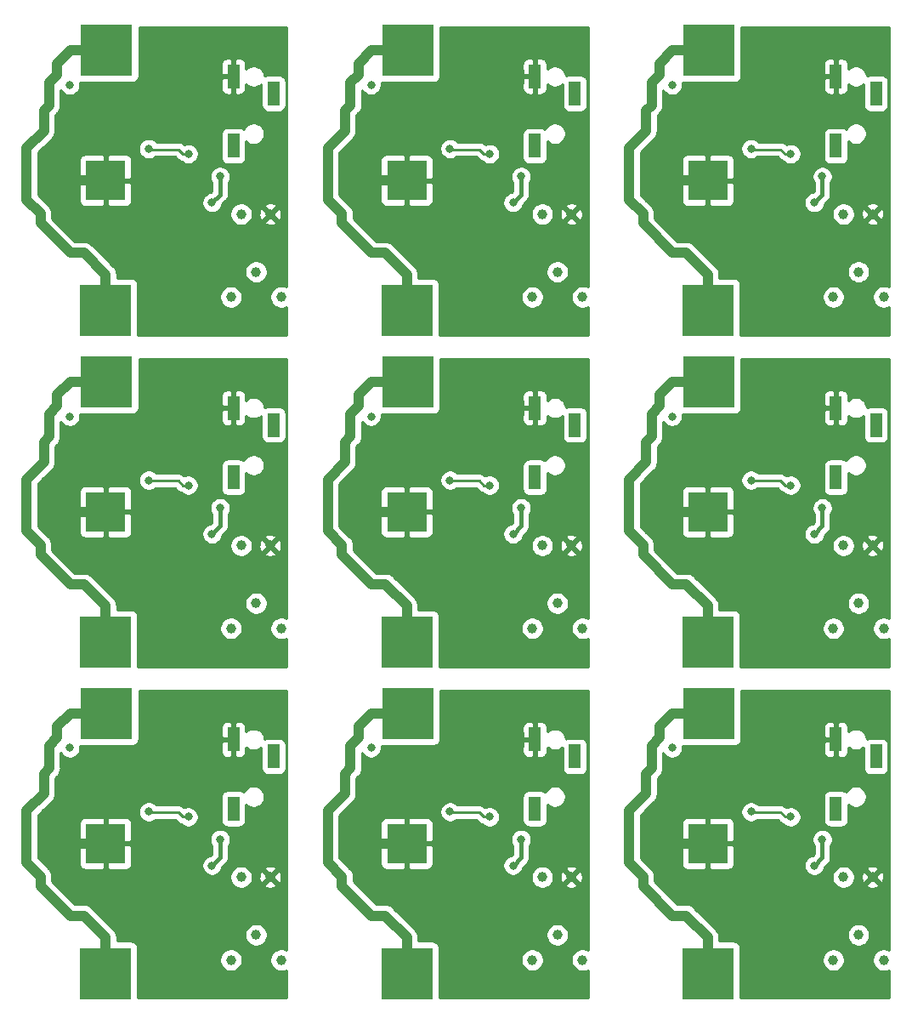
<source format=gbl>
G04 #@! TF.GenerationSoftware,KiCad,Pcbnew,5.1.0*
G04 #@! TF.CreationDate,2019-04-07T17:06:29+09:00*
G04 #@! TF.ProjectId,noname,6e6f6e61-6d65-42e6-9b69-6361645f7063,rev?*
G04 #@! TF.SameCoordinates,Original*
G04 #@! TF.FileFunction,Copper,L2,Bot*
G04 #@! TF.FilePolarity,Positive*
%FSLAX46Y46*%
G04 Gerber Fmt 4.6, Leading zero omitted, Abs format (unit mm)*
G04 Created by KiCad (PCBNEW 5.1.0) date 2019-04-07 17:06:29*
%MOMM*%
%LPD*%
G04 APERTURE LIST*
%ADD10C,1.000000*%
%ADD11R,5.200000X5.200000*%
%ADD12R,4.000000X4.000000*%
%ADD13R,1.200000X2.400000*%
%ADD14C,0.800000*%
%ADD15C,1.000000*%
%ADD16C,0.250000*%
%ADD17C,0.400000*%
%ADD18C,0.254000*%
G04 APERTURE END LIST*
D10*
X193600000Y-138600000D03*
X191100000Y-136100000D03*
X188600000Y-138600000D03*
X163600000Y-138600000D03*
X161100000Y-136100000D03*
X158600000Y-138600000D03*
X133600000Y-138600000D03*
X131100000Y-136100000D03*
X128600000Y-138600000D03*
X193600000Y-105600000D03*
X191100000Y-103100000D03*
X188600000Y-105600000D03*
X163600000Y-105600000D03*
X161100000Y-103100000D03*
X158600000Y-105600000D03*
X133600000Y-105600000D03*
X131100000Y-103100000D03*
X128600000Y-105600000D03*
X193600000Y-72600000D03*
X191100000Y-70100000D03*
X188600000Y-72600000D03*
X163600000Y-72600000D03*
X161100000Y-70100000D03*
X158600000Y-72600000D03*
D11*
X176200000Y-114050000D03*
X176100000Y-139950000D03*
D12*
X176100000Y-127000000D03*
D11*
X146200000Y-114050000D03*
X146100000Y-139950000D03*
D12*
X146100000Y-127000000D03*
D11*
X116200000Y-114050000D03*
X116100000Y-139950000D03*
D12*
X116100000Y-127000000D03*
D11*
X176200000Y-81050000D03*
X176100000Y-106950000D03*
D12*
X176100000Y-94000000D03*
D11*
X146200000Y-81050000D03*
X146100000Y-106950000D03*
D12*
X146100000Y-94000000D03*
D11*
X116200000Y-81050000D03*
X116100000Y-106950000D03*
D12*
X116100000Y-94000000D03*
D11*
X176200000Y-48050000D03*
X176100000Y-73950000D03*
D12*
X176100000Y-61000000D03*
D11*
X146200000Y-48050000D03*
X146100000Y-73950000D03*
D12*
X146100000Y-61000000D03*
D10*
X192500000Y-130350000D03*
X189600000Y-130350000D03*
X162500000Y-130350000D03*
X159600000Y-130350000D03*
X132500000Y-130350000D03*
X129600000Y-130350000D03*
X192500000Y-97350000D03*
X189600000Y-97350000D03*
X162500000Y-97350000D03*
X159600000Y-97350000D03*
X132500000Y-97350000D03*
X129600000Y-97350000D03*
X192500000Y-64350000D03*
X189600000Y-64350000D03*
X162500000Y-64350000D03*
X159600000Y-64350000D03*
D13*
X192850000Y-118350000D03*
X188850000Y-116650000D03*
X188850000Y-123550000D03*
X162850000Y-118350000D03*
X158850000Y-116650000D03*
X158850000Y-123550000D03*
X132850000Y-118350000D03*
X128850000Y-116650000D03*
X128850000Y-123550000D03*
X192850000Y-85350000D03*
X188850000Y-83650000D03*
X188850000Y-90550000D03*
X162850000Y-85350000D03*
X158850000Y-83650000D03*
X158850000Y-90550000D03*
X132850000Y-85350000D03*
X128850000Y-83650000D03*
X128850000Y-90550000D03*
X192850000Y-52350000D03*
X188850000Y-50650000D03*
X188850000Y-57550000D03*
X162850000Y-52350000D03*
X158850000Y-50650000D03*
X158850000Y-57550000D03*
D12*
X116100000Y-61000000D03*
D11*
X116100000Y-73950000D03*
X116200000Y-48050000D03*
D13*
X128850000Y-57550000D03*
X128850000Y-50650000D03*
X132850000Y-52350000D03*
D10*
X129600000Y-64350000D03*
X132500000Y-64350000D03*
X128600000Y-72600000D03*
X131100000Y-70100000D03*
X133600000Y-72600000D03*
D14*
X111300000Y-50450000D03*
X112550000Y-51500000D03*
X124350000Y-58350000D03*
X120400000Y-57850000D03*
X142550000Y-51500000D03*
X172550000Y-51500000D03*
X112550000Y-84500000D03*
X142550000Y-84500000D03*
X172550000Y-84500000D03*
X112550000Y-117500000D03*
X142550000Y-117500000D03*
X172550000Y-117500000D03*
X154350000Y-58350000D03*
X184350000Y-58350000D03*
X124350000Y-91350000D03*
X154350000Y-91350000D03*
X184350000Y-91350000D03*
X124350000Y-124350000D03*
X154350000Y-124350000D03*
X184350000Y-124350000D03*
X141300000Y-50450000D03*
X171300000Y-50450000D03*
X111300000Y-83450000D03*
X141300000Y-83450000D03*
X171300000Y-83450000D03*
X111300000Y-116450000D03*
X141300000Y-116450000D03*
X171300000Y-116450000D03*
X150400000Y-57850000D03*
X180400000Y-57850000D03*
X120400000Y-90850000D03*
X150400000Y-90850000D03*
X180400000Y-90850000D03*
X120400000Y-123850000D03*
X150400000Y-123850000D03*
X180400000Y-123850000D03*
X110850000Y-61100000D03*
X123500000Y-65850000D03*
X123500000Y-63900000D03*
X140850000Y-61100000D03*
X170850000Y-61100000D03*
X110850000Y-94100000D03*
X140850000Y-94100000D03*
X170850000Y-94100000D03*
X110850000Y-127100000D03*
X140850000Y-127100000D03*
X170850000Y-127100000D03*
X153500000Y-65850000D03*
X183500000Y-65850000D03*
X123500000Y-98850000D03*
X153500000Y-98850000D03*
X183500000Y-98850000D03*
X123500000Y-131850000D03*
X153500000Y-131850000D03*
X183500000Y-131850000D03*
X153500000Y-63900000D03*
X183500000Y-63900000D03*
X123500000Y-96900000D03*
X153500000Y-96900000D03*
X183500000Y-96900000D03*
X123500000Y-129900000D03*
X153500000Y-129900000D03*
X183500000Y-129900000D03*
X127500000Y-60600000D03*
X126700000Y-63200000D03*
X156700000Y-63200000D03*
X186700000Y-63200000D03*
X126700000Y-96200000D03*
X156700000Y-96200000D03*
X186700000Y-96200000D03*
X126700000Y-129200000D03*
X156700000Y-129200000D03*
X186700000Y-129200000D03*
X157500000Y-60600000D03*
X187500000Y-60600000D03*
X127500000Y-93600000D03*
X157500000Y-93600000D03*
X187500000Y-93600000D03*
X127500000Y-126600000D03*
X157500000Y-126600000D03*
X187500000Y-126600000D03*
D15*
X116200000Y-48050000D02*
X112600000Y-48050000D01*
X111300000Y-49350000D02*
X111300000Y-50450000D01*
D16*
X123784315Y-58350000D02*
X123334315Y-57900000D01*
X124350000Y-58350000D02*
X123784315Y-58350000D01*
X123334315Y-57900000D02*
X120450000Y-57900000D01*
X120450000Y-57900000D02*
X120400000Y-57850000D01*
D15*
X116100000Y-70350000D02*
X113950000Y-68200000D01*
X116100000Y-73950000D02*
X116100000Y-70350000D01*
X113950000Y-68200000D02*
X112600000Y-68200000D01*
X109649990Y-65249990D02*
X109649990Y-64299990D01*
X112600000Y-68200000D02*
X109649990Y-65249990D01*
X109649990Y-64299990D02*
X108250000Y-62900000D01*
X108250000Y-62900000D02*
X108250000Y-57750000D01*
X108250000Y-57750000D02*
X109950000Y-56050000D01*
X109950000Y-56050000D02*
X109950000Y-54050000D01*
X109950000Y-54050000D02*
X110500000Y-53500000D01*
X112600000Y-48050000D02*
X111300000Y-49350000D01*
X110500000Y-53500000D02*
X110500000Y-51250000D01*
X110500000Y-51250000D02*
X111300000Y-50450000D01*
X138250000Y-57750000D02*
X139950000Y-56050000D01*
X168250000Y-57750000D02*
X169950000Y-56050000D01*
X108250000Y-90750000D02*
X109950000Y-89050000D01*
X138250000Y-90750000D02*
X139950000Y-89050000D01*
X168250000Y-90750000D02*
X169950000Y-89050000D01*
X108250000Y-123750000D02*
X109950000Y-122050000D01*
X138250000Y-123750000D02*
X139950000Y-122050000D01*
X168250000Y-123750000D02*
X169950000Y-122050000D01*
X142600000Y-48050000D02*
X141300000Y-49350000D01*
X172600000Y-48050000D02*
X171300000Y-49350000D01*
X112600000Y-81050000D02*
X111300000Y-82350000D01*
X142600000Y-81050000D02*
X141300000Y-82350000D01*
X172600000Y-81050000D02*
X171300000Y-82350000D01*
X112600000Y-114050000D02*
X111300000Y-115350000D01*
X142600000Y-114050000D02*
X141300000Y-115350000D01*
X172600000Y-114050000D02*
X171300000Y-115350000D01*
X143950000Y-68200000D02*
X142600000Y-68200000D01*
X173950000Y-68200000D02*
X172600000Y-68200000D01*
X113950000Y-101200000D02*
X112600000Y-101200000D01*
X143950000Y-101200000D02*
X142600000Y-101200000D01*
X173950000Y-101200000D02*
X172600000Y-101200000D01*
X113950000Y-134200000D02*
X112600000Y-134200000D01*
X143950000Y-134200000D02*
X142600000Y-134200000D01*
X173950000Y-134200000D02*
X172600000Y-134200000D01*
X146100000Y-73950000D02*
X146100000Y-70350000D01*
X176100000Y-73950000D02*
X176100000Y-70350000D01*
X116100000Y-106950000D02*
X116100000Y-103350000D01*
X146100000Y-106950000D02*
X146100000Y-103350000D01*
X176100000Y-106950000D02*
X176100000Y-103350000D01*
X116100000Y-139950000D02*
X116100000Y-136350000D01*
X146100000Y-139950000D02*
X146100000Y-136350000D01*
X176100000Y-139950000D02*
X176100000Y-136350000D01*
D16*
X150450000Y-57900000D02*
X150400000Y-57850000D01*
X180450000Y-57900000D02*
X180400000Y-57850000D01*
X120450000Y-90900000D02*
X120400000Y-90850000D01*
X150450000Y-90900000D02*
X150400000Y-90850000D01*
X180450000Y-90900000D02*
X180400000Y-90850000D01*
X120450000Y-123900000D02*
X120400000Y-123850000D01*
X150450000Y-123900000D02*
X150400000Y-123850000D01*
X180450000Y-123900000D02*
X180400000Y-123850000D01*
D15*
X142600000Y-68200000D02*
X139649990Y-65249990D01*
X172600000Y-68200000D02*
X169649990Y-65249990D01*
X112600000Y-101200000D02*
X109649990Y-98249990D01*
X142600000Y-101200000D02*
X139649990Y-98249990D01*
X172600000Y-101200000D02*
X169649990Y-98249990D01*
X112600000Y-134200000D02*
X109649990Y-131249990D01*
X142600000Y-134200000D02*
X139649990Y-131249990D01*
X172600000Y-134200000D02*
X169649990Y-131249990D01*
X140500000Y-53500000D02*
X140500000Y-51250000D01*
X170500000Y-53500000D02*
X170500000Y-51250000D01*
X110500000Y-86500000D02*
X110500000Y-84250000D01*
X140500000Y-86500000D02*
X140500000Y-84250000D01*
X170500000Y-86500000D02*
X170500000Y-84250000D01*
X110500000Y-119500000D02*
X110500000Y-117250000D01*
X140500000Y-119500000D02*
X140500000Y-117250000D01*
X170500000Y-119500000D02*
X170500000Y-117250000D01*
X140500000Y-51250000D02*
X141300000Y-50450000D01*
X170500000Y-51250000D02*
X171300000Y-50450000D01*
X110500000Y-84250000D02*
X111300000Y-83450000D01*
X140500000Y-84250000D02*
X141300000Y-83450000D01*
X170500000Y-84250000D02*
X171300000Y-83450000D01*
X110500000Y-117250000D02*
X111300000Y-116450000D01*
X140500000Y-117250000D02*
X141300000Y-116450000D01*
X170500000Y-117250000D02*
X171300000Y-116450000D01*
X139950000Y-56050000D02*
X139950000Y-54050000D01*
X169950000Y-56050000D02*
X169950000Y-54050000D01*
X109950000Y-89050000D02*
X109950000Y-87050000D01*
X139950000Y-89050000D02*
X139950000Y-87050000D01*
X169950000Y-89050000D02*
X169950000Y-87050000D01*
X109950000Y-122050000D02*
X109950000Y-120050000D01*
X139950000Y-122050000D02*
X139950000Y-120050000D01*
X169950000Y-122050000D02*
X169950000Y-120050000D01*
D16*
X153784315Y-58350000D02*
X153334315Y-57900000D01*
X183784315Y-58350000D02*
X183334315Y-57900000D01*
X123784315Y-91350000D02*
X123334315Y-90900000D01*
X153784315Y-91350000D02*
X153334315Y-90900000D01*
X183784315Y-91350000D02*
X183334315Y-90900000D01*
X123784315Y-124350000D02*
X123334315Y-123900000D01*
X153784315Y-124350000D02*
X153334315Y-123900000D01*
X183784315Y-124350000D02*
X183334315Y-123900000D01*
D15*
X139649990Y-65249990D02*
X139649990Y-64299990D01*
X169649990Y-65249990D02*
X169649990Y-64299990D01*
X109649990Y-98249990D02*
X109649990Y-97299990D01*
X139649990Y-98249990D02*
X139649990Y-97299990D01*
X169649990Y-98249990D02*
X169649990Y-97299990D01*
X109649990Y-131249990D02*
X109649990Y-130299990D01*
X139649990Y-131249990D02*
X139649990Y-130299990D01*
X169649990Y-131249990D02*
X169649990Y-130299990D01*
D16*
X154350000Y-58350000D02*
X153784315Y-58350000D01*
X184350000Y-58350000D02*
X183784315Y-58350000D01*
X124350000Y-91350000D02*
X123784315Y-91350000D01*
X154350000Y-91350000D02*
X153784315Y-91350000D01*
X184350000Y-91350000D02*
X183784315Y-91350000D01*
X124350000Y-124350000D02*
X123784315Y-124350000D01*
X154350000Y-124350000D02*
X153784315Y-124350000D01*
X184350000Y-124350000D02*
X183784315Y-124350000D01*
D15*
X146100000Y-70350000D02*
X143950000Y-68200000D01*
X176100000Y-70350000D02*
X173950000Y-68200000D01*
X116100000Y-103350000D02*
X113950000Y-101200000D01*
X146100000Y-103350000D02*
X143950000Y-101200000D01*
X176100000Y-103350000D02*
X173950000Y-101200000D01*
X116100000Y-136350000D02*
X113950000Y-134200000D01*
X146100000Y-136350000D02*
X143950000Y-134200000D01*
X176100000Y-136350000D02*
X173950000Y-134200000D01*
D16*
X153334315Y-57900000D02*
X150450000Y-57900000D01*
X183334315Y-57900000D02*
X180450000Y-57900000D01*
X123334315Y-90900000D02*
X120450000Y-90900000D01*
X153334315Y-90900000D02*
X150450000Y-90900000D01*
X183334315Y-90900000D02*
X180450000Y-90900000D01*
X123334315Y-123900000D02*
X120450000Y-123900000D01*
X153334315Y-123900000D02*
X150450000Y-123900000D01*
X183334315Y-123900000D02*
X180450000Y-123900000D01*
D15*
X139649990Y-64299990D02*
X138250000Y-62900000D01*
X169649990Y-64299990D02*
X168250000Y-62900000D01*
X109649990Y-97299990D02*
X108250000Y-95900000D01*
X139649990Y-97299990D02*
X138250000Y-95900000D01*
X169649990Y-97299990D02*
X168250000Y-95900000D01*
X109649990Y-130299990D02*
X108250000Y-128900000D01*
X139649990Y-130299990D02*
X138250000Y-128900000D01*
X169649990Y-130299990D02*
X168250000Y-128900000D01*
X146200000Y-48050000D02*
X142600000Y-48050000D01*
X176200000Y-48050000D02*
X172600000Y-48050000D01*
X116200000Y-81050000D02*
X112600000Y-81050000D01*
X146200000Y-81050000D02*
X142600000Y-81050000D01*
X176200000Y-81050000D02*
X172600000Y-81050000D01*
X116200000Y-114050000D02*
X112600000Y-114050000D01*
X146200000Y-114050000D02*
X142600000Y-114050000D01*
X176200000Y-114050000D02*
X172600000Y-114050000D01*
X139950000Y-54050000D02*
X140500000Y-53500000D01*
X169950000Y-54050000D02*
X170500000Y-53500000D01*
X109950000Y-87050000D02*
X110500000Y-86500000D01*
X139950000Y-87050000D02*
X140500000Y-86500000D01*
X169950000Y-87050000D02*
X170500000Y-86500000D01*
X109950000Y-120050000D02*
X110500000Y-119500000D01*
X139950000Y-120050000D02*
X140500000Y-119500000D01*
X169950000Y-120050000D02*
X170500000Y-119500000D01*
X141300000Y-49350000D02*
X141300000Y-50450000D01*
X171300000Y-49350000D02*
X171300000Y-50450000D01*
X111300000Y-82350000D02*
X111300000Y-83450000D01*
X141300000Y-82350000D02*
X141300000Y-83450000D01*
X171300000Y-82350000D02*
X171300000Y-83450000D01*
X111300000Y-115350000D02*
X111300000Y-116450000D01*
X141300000Y-115350000D02*
X141300000Y-116450000D01*
X171300000Y-115350000D02*
X171300000Y-116450000D01*
X138250000Y-62900000D02*
X138250000Y-57750000D01*
X168250000Y-62900000D02*
X168250000Y-57750000D01*
X108250000Y-95900000D02*
X108250000Y-90750000D01*
X138250000Y-95900000D02*
X138250000Y-90750000D01*
X168250000Y-95900000D02*
X168250000Y-90750000D01*
X108250000Y-128900000D02*
X108250000Y-123750000D01*
X138250000Y-128900000D02*
X138250000Y-123750000D01*
X168250000Y-128900000D02*
X168250000Y-123750000D01*
D16*
X123500000Y-65850000D02*
X123500000Y-63900000D01*
D15*
X113100000Y-61000000D02*
X113000000Y-61100000D01*
X113000000Y-61100000D02*
X110850000Y-61100000D01*
X116100000Y-61000000D02*
X113100000Y-61000000D01*
X146100000Y-61000000D02*
X143100000Y-61000000D01*
X176100000Y-61000000D02*
X173100000Y-61000000D01*
X116100000Y-94000000D02*
X113100000Y-94000000D01*
X146100000Y-94000000D02*
X143100000Y-94000000D01*
X176100000Y-94000000D02*
X173100000Y-94000000D01*
X116100000Y-127000000D02*
X113100000Y-127000000D01*
X146100000Y-127000000D02*
X143100000Y-127000000D01*
X176100000Y-127000000D02*
X173100000Y-127000000D01*
X143000000Y-61100000D02*
X140850000Y-61100000D01*
X173000000Y-61100000D02*
X170850000Y-61100000D01*
X113000000Y-94100000D02*
X110850000Y-94100000D01*
X143000000Y-94100000D02*
X140850000Y-94100000D01*
X173000000Y-94100000D02*
X170850000Y-94100000D01*
X113000000Y-127100000D02*
X110850000Y-127100000D01*
X143000000Y-127100000D02*
X140850000Y-127100000D01*
X173000000Y-127100000D02*
X170850000Y-127100000D01*
X143100000Y-61000000D02*
X143000000Y-61100000D01*
X173100000Y-61000000D02*
X173000000Y-61100000D01*
X113100000Y-94000000D02*
X113000000Y-94100000D01*
X143100000Y-94000000D02*
X143000000Y-94100000D01*
X173100000Y-94000000D02*
X173000000Y-94100000D01*
X113100000Y-127000000D02*
X113000000Y-127100000D01*
X143100000Y-127000000D02*
X143000000Y-127100000D01*
X173100000Y-127000000D02*
X173000000Y-127100000D01*
D16*
X153500000Y-65850000D02*
X153500000Y-63900000D01*
X183500000Y-65850000D02*
X183500000Y-63900000D01*
X123500000Y-98850000D02*
X123500000Y-96900000D01*
X153500000Y-98850000D02*
X153500000Y-96900000D01*
X183500000Y-98850000D02*
X183500000Y-96900000D01*
X123500000Y-131850000D02*
X123500000Y-129900000D01*
X153500000Y-131850000D02*
X153500000Y-129900000D01*
X183500000Y-131850000D02*
X183500000Y-129900000D01*
D17*
X127500000Y-60600000D02*
X127500000Y-62400000D01*
X127500000Y-62400000D02*
X126700000Y-63200000D01*
X157500000Y-62400000D02*
X156700000Y-63200000D01*
X187500000Y-62400000D02*
X186700000Y-63200000D01*
X127500000Y-95400000D02*
X126700000Y-96200000D01*
X157500000Y-95400000D02*
X156700000Y-96200000D01*
X187500000Y-95400000D02*
X186700000Y-96200000D01*
X127500000Y-128400000D02*
X126700000Y-129200000D01*
X157500000Y-128400000D02*
X156700000Y-129200000D01*
X187500000Y-128400000D02*
X186700000Y-129200000D01*
X157500000Y-60600000D02*
X157500000Y-62400000D01*
X187500000Y-60600000D02*
X187500000Y-62400000D01*
X127500000Y-93600000D02*
X127500000Y-95400000D01*
X157500000Y-93600000D02*
X157500000Y-95400000D01*
X187500000Y-93600000D02*
X187500000Y-95400000D01*
X127500000Y-126600000D02*
X127500000Y-128400000D01*
X157500000Y-126600000D02*
X157500000Y-128400000D01*
X187500000Y-126600000D02*
X187500000Y-128400000D01*
D18*
G36*
X134140001Y-71595764D02*
G01*
X134137624Y-71594176D01*
X133931067Y-71508617D01*
X133711788Y-71465000D01*
X133488212Y-71465000D01*
X133268933Y-71508617D01*
X133062376Y-71594176D01*
X132876480Y-71718388D01*
X132718388Y-71876480D01*
X132594176Y-72062376D01*
X132508617Y-72268933D01*
X132465000Y-72488212D01*
X132465000Y-72711788D01*
X132508617Y-72931067D01*
X132594176Y-73137624D01*
X132718388Y-73323520D01*
X132876480Y-73481612D01*
X133062376Y-73605824D01*
X133268933Y-73691383D01*
X133488212Y-73735000D01*
X133711788Y-73735000D01*
X133931067Y-73691383D01*
X134137624Y-73605824D01*
X134140001Y-73604236D01*
X134140001Y-76167572D01*
X134140000Y-76167582D01*
X134140000Y-76390000D01*
X126049382Y-76390000D01*
X119338072Y-76386184D01*
X119338072Y-72488212D01*
X127465000Y-72488212D01*
X127465000Y-72711788D01*
X127508617Y-72931067D01*
X127594176Y-73137624D01*
X127718388Y-73323520D01*
X127876480Y-73481612D01*
X128062376Y-73605824D01*
X128268933Y-73691383D01*
X128488212Y-73735000D01*
X128711788Y-73735000D01*
X128931067Y-73691383D01*
X129137624Y-73605824D01*
X129323520Y-73481612D01*
X129481612Y-73323520D01*
X129605824Y-73137624D01*
X129691383Y-72931067D01*
X129735000Y-72711788D01*
X129735000Y-72488212D01*
X129691383Y-72268933D01*
X129605824Y-72062376D01*
X129481612Y-71876480D01*
X129323520Y-71718388D01*
X129137624Y-71594176D01*
X128931067Y-71508617D01*
X128711788Y-71465000D01*
X128488212Y-71465000D01*
X128268933Y-71508617D01*
X128062376Y-71594176D01*
X127876480Y-71718388D01*
X127718388Y-71876480D01*
X127594176Y-72062376D01*
X127508617Y-72268933D01*
X127465000Y-72488212D01*
X119338072Y-72488212D01*
X119338072Y-71350000D01*
X119325812Y-71225518D01*
X119289502Y-71105820D01*
X119230537Y-70995506D01*
X119151185Y-70898815D01*
X119054494Y-70819463D01*
X118944180Y-70760498D01*
X118824482Y-70724188D01*
X118700000Y-70711928D01*
X117235000Y-70711928D01*
X117235000Y-70405751D01*
X117240491Y-70349999D01*
X117218577Y-70127500D01*
X117184967Y-70016706D01*
X117176324Y-69988212D01*
X129965000Y-69988212D01*
X129965000Y-70211788D01*
X130008617Y-70431067D01*
X130094176Y-70637624D01*
X130218388Y-70823520D01*
X130376480Y-70981612D01*
X130562376Y-71105824D01*
X130768933Y-71191383D01*
X130988212Y-71235000D01*
X131211788Y-71235000D01*
X131431067Y-71191383D01*
X131637624Y-71105824D01*
X131823520Y-70981612D01*
X131981612Y-70823520D01*
X132105824Y-70637624D01*
X132191383Y-70431067D01*
X132235000Y-70211788D01*
X132235000Y-69988212D01*
X132191383Y-69768933D01*
X132105824Y-69562376D01*
X131981612Y-69376480D01*
X131823520Y-69218388D01*
X131637624Y-69094176D01*
X131431067Y-69008617D01*
X131211788Y-68965000D01*
X130988212Y-68965000D01*
X130768933Y-69008617D01*
X130562376Y-69094176D01*
X130376480Y-69218388D01*
X130218388Y-69376480D01*
X130094176Y-69562376D01*
X130008617Y-69768933D01*
X129965000Y-69988212D01*
X117176324Y-69988212D01*
X117153676Y-69913553D01*
X117048284Y-69716377D01*
X116906449Y-69543551D01*
X116863141Y-69508009D01*
X114791996Y-67436865D01*
X114756449Y-67393551D01*
X114583623Y-67251716D01*
X114386447Y-67146324D01*
X114172499Y-67081423D01*
X114005752Y-67065000D01*
X114005751Y-67065000D01*
X113950000Y-67059509D01*
X113894249Y-67065000D01*
X113070132Y-67065000D01*
X110784990Y-64779859D01*
X110784990Y-64355742D01*
X110790481Y-64299990D01*
X110784397Y-64238212D01*
X128465000Y-64238212D01*
X128465000Y-64461788D01*
X128508617Y-64681067D01*
X128594176Y-64887624D01*
X128718388Y-65073520D01*
X128876480Y-65231612D01*
X129062376Y-65355824D01*
X129268933Y-65441383D01*
X129488212Y-65485000D01*
X129711788Y-65485000D01*
X129931067Y-65441383D01*
X130137624Y-65355824D01*
X130323520Y-65231612D01*
X130426966Y-65128166D01*
X131901439Y-65128166D01*
X131936550Y-65341588D01*
X132140826Y-65432458D01*
X132358905Y-65481731D01*
X132582406Y-65487511D01*
X132802740Y-65449577D01*
X133011440Y-65369387D01*
X133063450Y-65341588D01*
X133098561Y-65128166D01*
X132500000Y-64529605D01*
X131901439Y-65128166D01*
X130426966Y-65128166D01*
X130481612Y-65073520D01*
X130605824Y-64887624D01*
X130691383Y-64681067D01*
X130735000Y-64461788D01*
X130735000Y-64432406D01*
X131362489Y-64432406D01*
X131400423Y-64652740D01*
X131480613Y-64861440D01*
X131508412Y-64913450D01*
X131721834Y-64948561D01*
X132320395Y-64350000D01*
X132679605Y-64350000D01*
X133278166Y-64948561D01*
X133491588Y-64913450D01*
X133582458Y-64709174D01*
X133631731Y-64491095D01*
X133637511Y-64267594D01*
X133599577Y-64047260D01*
X133519387Y-63838560D01*
X133491588Y-63786550D01*
X133278166Y-63751439D01*
X132679605Y-64350000D01*
X132320395Y-64350000D01*
X131721834Y-63751439D01*
X131508412Y-63786550D01*
X131417542Y-63990826D01*
X131368269Y-64208905D01*
X131362489Y-64432406D01*
X130735000Y-64432406D01*
X130735000Y-64238212D01*
X130691383Y-64018933D01*
X130605824Y-63812376D01*
X130481612Y-63626480D01*
X130426966Y-63571834D01*
X131901439Y-63571834D01*
X132500000Y-64170395D01*
X133098561Y-63571834D01*
X133063450Y-63358412D01*
X132859174Y-63267542D01*
X132641095Y-63218269D01*
X132417594Y-63212489D01*
X132197260Y-63250423D01*
X131988560Y-63330613D01*
X131936550Y-63358412D01*
X131901439Y-63571834D01*
X130426966Y-63571834D01*
X130323520Y-63468388D01*
X130137624Y-63344176D01*
X129931067Y-63258617D01*
X129711788Y-63215000D01*
X129488212Y-63215000D01*
X129268933Y-63258617D01*
X129062376Y-63344176D01*
X128876480Y-63468388D01*
X128718388Y-63626480D01*
X128594176Y-63812376D01*
X128508617Y-64018933D01*
X128465000Y-64238212D01*
X110784397Y-64238212D01*
X110768567Y-64077491D01*
X110703666Y-63863543D01*
X110598274Y-63666367D01*
X110572532Y-63635000D01*
X110456439Y-63493541D01*
X110413130Y-63457998D01*
X109955132Y-63000000D01*
X113461928Y-63000000D01*
X113474188Y-63124482D01*
X113510498Y-63244180D01*
X113569463Y-63354494D01*
X113648815Y-63451185D01*
X113745506Y-63530537D01*
X113855820Y-63589502D01*
X113975518Y-63625812D01*
X114100000Y-63638072D01*
X115814250Y-63635000D01*
X115973000Y-63476250D01*
X115973000Y-61127000D01*
X116227000Y-61127000D01*
X116227000Y-63476250D01*
X116385750Y-63635000D01*
X118100000Y-63638072D01*
X118224482Y-63625812D01*
X118344180Y-63589502D01*
X118454494Y-63530537D01*
X118551185Y-63451185D01*
X118630537Y-63354494D01*
X118689502Y-63244180D01*
X118725812Y-63124482D01*
X118728414Y-63098061D01*
X125665000Y-63098061D01*
X125665000Y-63301939D01*
X125704774Y-63501898D01*
X125782795Y-63690256D01*
X125896063Y-63859774D01*
X126040226Y-64003937D01*
X126209744Y-64117205D01*
X126398102Y-64195226D01*
X126598061Y-64235000D01*
X126801939Y-64235000D01*
X127001898Y-64195226D01*
X127190256Y-64117205D01*
X127359774Y-64003937D01*
X127503937Y-63859774D01*
X127617205Y-63690256D01*
X127695226Y-63501898D01*
X127724092Y-63356776D01*
X128061432Y-63019437D01*
X128093291Y-62993291D01*
X128124099Y-62955752D01*
X128197636Y-62866146D01*
X128275172Y-62721087D01*
X128322918Y-62563689D01*
X128339040Y-62400000D01*
X128335000Y-62358982D01*
X128335000Y-61213285D01*
X128417205Y-61090256D01*
X128495226Y-60901898D01*
X128535000Y-60701939D01*
X128535000Y-60498061D01*
X128495226Y-60298102D01*
X128417205Y-60109744D01*
X128303937Y-59940226D01*
X128159774Y-59796063D01*
X127990256Y-59682795D01*
X127801898Y-59604774D01*
X127601939Y-59565000D01*
X127398061Y-59565000D01*
X127198102Y-59604774D01*
X127009744Y-59682795D01*
X126840226Y-59796063D01*
X126696063Y-59940226D01*
X126582795Y-60109744D01*
X126504774Y-60298102D01*
X126465000Y-60498061D01*
X126465000Y-60701939D01*
X126504774Y-60901898D01*
X126582795Y-61090256D01*
X126665000Y-61213285D01*
X126665001Y-62054131D01*
X126543224Y-62175908D01*
X126398102Y-62204774D01*
X126209744Y-62282795D01*
X126040226Y-62396063D01*
X125896063Y-62540226D01*
X125782795Y-62709744D01*
X125704774Y-62898102D01*
X125665000Y-63098061D01*
X118728414Y-63098061D01*
X118738072Y-63000000D01*
X118735000Y-61285750D01*
X118576250Y-61127000D01*
X116227000Y-61127000D01*
X115973000Y-61127000D01*
X113623750Y-61127000D01*
X113465000Y-61285750D01*
X113461928Y-63000000D01*
X109955132Y-63000000D01*
X109385000Y-62429869D01*
X109385000Y-59000000D01*
X113461928Y-59000000D01*
X113465000Y-60714250D01*
X113623750Y-60873000D01*
X115973000Y-60873000D01*
X115973000Y-58523750D01*
X116227000Y-58523750D01*
X116227000Y-60873000D01*
X118576250Y-60873000D01*
X118735000Y-60714250D01*
X118738072Y-59000000D01*
X118725812Y-58875518D01*
X118689502Y-58755820D01*
X118630537Y-58645506D01*
X118551185Y-58548815D01*
X118454494Y-58469463D01*
X118344180Y-58410498D01*
X118224482Y-58374188D01*
X118100000Y-58361928D01*
X116385750Y-58365000D01*
X116227000Y-58523750D01*
X115973000Y-58523750D01*
X115814250Y-58365000D01*
X114100000Y-58361928D01*
X113975518Y-58374188D01*
X113855820Y-58410498D01*
X113745506Y-58469463D01*
X113648815Y-58548815D01*
X113569463Y-58645506D01*
X113510498Y-58755820D01*
X113474188Y-58875518D01*
X113461928Y-59000000D01*
X109385000Y-59000000D01*
X109385000Y-58220131D01*
X109857070Y-57748061D01*
X119365000Y-57748061D01*
X119365000Y-57951939D01*
X119404774Y-58151898D01*
X119482795Y-58340256D01*
X119596063Y-58509774D01*
X119740226Y-58653937D01*
X119909744Y-58767205D01*
X120098102Y-58845226D01*
X120298061Y-58885000D01*
X120501939Y-58885000D01*
X120701898Y-58845226D01*
X120890256Y-58767205D01*
X121050700Y-58660000D01*
X123019514Y-58660000D01*
X123220511Y-58860997D01*
X123244314Y-58890001D01*
X123317461Y-58950031D01*
X123360038Y-58984974D01*
X123492068Y-59055546D01*
X123635276Y-59098987D01*
X123690226Y-59153937D01*
X123859744Y-59267205D01*
X124048102Y-59345226D01*
X124248061Y-59385000D01*
X124451939Y-59385000D01*
X124651898Y-59345226D01*
X124840256Y-59267205D01*
X125009774Y-59153937D01*
X125153937Y-59009774D01*
X125267205Y-58840256D01*
X125345226Y-58651898D01*
X125385000Y-58451939D01*
X125385000Y-58248061D01*
X125345226Y-58048102D01*
X125267205Y-57859744D01*
X125153937Y-57690226D01*
X125009774Y-57546063D01*
X124840256Y-57432795D01*
X124651898Y-57354774D01*
X124451939Y-57315000D01*
X124248061Y-57315000D01*
X124048102Y-57354774D01*
X123917845Y-57408729D01*
X123898119Y-57389003D01*
X123874316Y-57359999D01*
X123758591Y-57265026D01*
X123626562Y-57194454D01*
X123483301Y-57150997D01*
X123371648Y-57140000D01*
X123371637Y-57140000D01*
X123334315Y-57136324D01*
X123296993Y-57140000D01*
X121153711Y-57140000D01*
X121059774Y-57046063D01*
X120890256Y-56932795D01*
X120701898Y-56854774D01*
X120501939Y-56815000D01*
X120298061Y-56815000D01*
X120098102Y-56854774D01*
X119909744Y-56932795D01*
X119740226Y-57046063D01*
X119596063Y-57190226D01*
X119482795Y-57359744D01*
X119404774Y-57548102D01*
X119365000Y-57748061D01*
X109857070Y-57748061D01*
X110713140Y-56891991D01*
X110756449Y-56856449D01*
X110898284Y-56683623D01*
X111003676Y-56486447D01*
X111045067Y-56350000D01*
X127611928Y-56350000D01*
X127611928Y-58750000D01*
X127624188Y-58874482D01*
X127660498Y-58994180D01*
X127719463Y-59104494D01*
X127798815Y-59201185D01*
X127895506Y-59280537D01*
X128005820Y-59339502D01*
X128125518Y-59375812D01*
X128250000Y-59388072D01*
X129450000Y-59388072D01*
X129574482Y-59375812D01*
X129694180Y-59339502D01*
X129804494Y-59280537D01*
X129901185Y-59201185D01*
X129980537Y-59104494D01*
X130039502Y-58994180D01*
X130075812Y-58874482D01*
X130088072Y-58750000D01*
X130088072Y-57122494D01*
X130158353Y-57192775D01*
X130336060Y-57311515D01*
X130533517Y-57393304D01*
X130743137Y-57435000D01*
X130956863Y-57435000D01*
X131166483Y-57393304D01*
X131363940Y-57311515D01*
X131541647Y-57192775D01*
X131692775Y-57041647D01*
X131811515Y-56863940D01*
X131893304Y-56666483D01*
X131935000Y-56456863D01*
X131935000Y-56243137D01*
X131893304Y-56033517D01*
X131811515Y-55836060D01*
X131692775Y-55658353D01*
X131541647Y-55507225D01*
X131363940Y-55388485D01*
X131166483Y-55306696D01*
X130956863Y-55265000D01*
X130743137Y-55265000D01*
X130533517Y-55306696D01*
X130336060Y-55388485D01*
X130158353Y-55507225D01*
X130007225Y-55658353D01*
X129888485Y-55836060D01*
X129872308Y-55875116D01*
X129804494Y-55819463D01*
X129694180Y-55760498D01*
X129574482Y-55724188D01*
X129450000Y-55711928D01*
X128250000Y-55711928D01*
X128125518Y-55724188D01*
X128005820Y-55760498D01*
X127895506Y-55819463D01*
X127798815Y-55898815D01*
X127719463Y-55995506D01*
X127660498Y-56105820D01*
X127624188Y-56225518D01*
X127611928Y-56350000D01*
X111045067Y-56350000D01*
X111068577Y-56272499D01*
X111085000Y-56105752D01*
X111085000Y-56105751D01*
X111090491Y-56050001D01*
X111085000Y-55994249D01*
X111085000Y-54520131D01*
X111263135Y-54341996D01*
X111306449Y-54306449D01*
X111448284Y-54133623D01*
X111553676Y-53936447D01*
X111618577Y-53722499D01*
X111635000Y-53555752D01*
X111635000Y-53555743D01*
X111640490Y-53500001D01*
X111635000Y-53444259D01*
X111635000Y-51993556D01*
X111746063Y-52159774D01*
X111890226Y-52303937D01*
X112059744Y-52417205D01*
X112248102Y-52495226D01*
X112448061Y-52535000D01*
X112651939Y-52535000D01*
X112851898Y-52495226D01*
X113040256Y-52417205D01*
X113209774Y-52303937D01*
X113353937Y-52159774D01*
X113467205Y-51990256D01*
X113525301Y-51850000D01*
X127611928Y-51850000D01*
X127624188Y-51974482D01*
X127660498Y-52094180D01*
X127719463Y-52204494D01*
X127798815Y-52301185D01*
X127895506Y-52380537D01*
X128005820Y-52439502D01*
X128125518Y-52475812D01*
X128250000Y-52488072D01*
X128564250Y-52485000D01*
X128723000Y-52326250D01*
X128723000Y-50777000D01*
X127773750Y-50777000D01*
X127615000Y-50935750D01*
X127611928Y-51850000D01*
X113525301Y-51850000D01*
X113545226Y-51801898D01*
X113585000Y-51601939D01*
X113585000Y-51398061D01*
X113562385Y-51284367D01*
X113600000Y-51288072D01*
X118800000Y-51288072D01*
X118924482Y-51275812D01*
X119044180Y-51239502D01*
X119154494Y-51180537D01*
X119251185Y-51101185D01*
X119330537Y-51004494D01*
X119389502Y-50894180D01*
X119425812Y-50774482D01*
X119438072Y-50650000D01*
X119438072Y-49450000D01*
X127611928Y-49450000D01*
X127615000Y-50364250D01*
X127773750Y-50523000D01*
X128723000Y-50523000D01*
X128723000Y-48973750D01*
X128977000Y-48973750D01*
X128977000Y-50523000D01*
X128997000Y-50523000D01*
X128997000Y-50777000D01*
X128977000Y-50777000D01*
X128977000Y-52326250D01*
X129135750Y-52485000D01*
X129450000Y-52488072D01*
X129574482Y-52475812D01*
X129694180Y-52439502D01*
X129804494Y-52380537D01*
X129901185Y-52301185D01*
X129980537Y-52204494D01*
X130039502Y-52094180D01*
X130075812Y-51974482D01*
X130088072Y-51850000D01*
X130086631Y-51421053D01*
X130158353Y-51492775D01*
X130336060Y-51611515D01*
X130533517Y-51693304D01*
X130743137Y-51735000D01*
X130956863Y-51735000D01*
X131166483Y-51693304D01*
X131363940Y-51611515D01*
X131541647Y-51492775D01*
X131611928Y-51422494D01*
X131611928Y-53550000D01*
X131624188Y-53674482D01*
X131660498Y-53794180D01*
X131719463Y-53904494D01*
X131798815Y-54001185D01*
X131895506Y-54080537D01*
X132005820Y-54139502D01*
X132125518Y-54175812D01*
X132250000Y-54188072D01*
X133450000Y-54188072D01*
X133574482Y-54175812D01*
X133694180Y-54139502D01*
X133804494Y-54080537D01*
X133901185Y-54001185D01*
X133980537Y-53904494D01*
X134039502Y-53794180D01*
X134075812Y-53674482D01*
X134088072Y-53550000D01*
X134088072Y-51150000D01*
X134075812Y-51025518D01*
X134039502Y-50905820D01*
X133980537Y-50795506D01*
X133901185Y-50698815D01*
X133804494Y-50619463D01*
X133694180Y-50560498D01*
X133574482Y-50524188D01*
X133450000Y-50511928D01*
X132250000Y-50511928D01*
X132125518Y-50524188D01*
X132005820Y-50560498D01*
X131935000Y-50598353D01*
X131935000Y-50543137D01*
X131893304Y-50333517D01*
X131811515Y-50136060D01*
X131692775Y-49958353D01*
X131541647Y-49807225D01*
X131363940Y-49688485D01*
X131166483Y-49606696D01*
X130956863Y-49565000D01*
X130743137Y-49565000D01*
X130533517Y-49606696D01*
X130336060Y-49688485D01*
X130158353Y-49807225D01*
X130086631Y-49878947D01*
X130088072Y-49450000D01*
X130075812Y-49325518D01*
X130039502Y-49205820D01*
X129980537Y-49095506D01*
X129901185Y-48998815D01*
X129804494Y-48919463D01*
X129694180Y-48860498D01*
X129574482Y-48824188D01*
X129450000Y-48811928D01*
X129135750Y-48815000D01*
X128977000Y-48973750D01*
X128723000Y-48973750D01*
X128564250Y-48815000D01*
X128250000Y-48811928D01*
X128125518Y-48824188D01*
X128005820Y-48860498D01*
X127895506Y-48919463D01*
X127798815Y-48998815D01*
X127719463Y-49095506D01*
X127660498Y-49205820D01*
X127624188Y-49325518D01*
X127611928Y-49450000D01*
X119438072Y-49450000D01*
X119438072Y-45760000D01*
X134140000Y-45760000D01*
X134140001Y-71595764D01*
X134140001Y-71595764D01*
G37*
X134140001Y-71595764D02*
X134137624Y-71594176D01*
X133931067Y-71508617D01*
X133711788Y-71465000D01*
X133488212Y-71465000D01*
X133268933Y-71508617D01*
X133062376Y-71594176D01*
X132876480Y-71718388D01*
X132718388Y-71876480D01*
X132594176Y-72062376D01*
X132508617Y-72268933D01*
X132465000Y-72488212D01*
X132465000Y-72711788D01*
X132508617Y-72931067D01*
X132594176Y-73137624D01*
X132718388Y-73323520D01*
X132876480Y-73481612D01*
X133062376Y-73605824D01*
X133268933Y-73691383D01*
X133488212Y-73735000D01*
X133711788Y-73735000D01*
X133931067Y-73691383D01*
X134137624Y-73605824D01*
X134140001Y-73604236D01*
X134140001Y-76167572D01*
X134140000Y-76167582D01*
X134140000Y-76390000D01*
X126049382Y-76390000D01*
X119338072Y-76386184D01*
X119338072Y-72488212D01*
X127465000Y-72488212D01*
X127465000Y-72711788D01*
X127508617Y-72931067D01*
X127594176Y-73137624D01*
X127718388Y-73323520D01*
X127876480Y-73481612D01*
X128062376Y-73605824D01*
X128268933Y-73691383D01*
X128488212Y-73735000D01*
X128711788Y-73735000D01*
X128931067Y-73691383D01*
X129137624Y-73605824D01*
X129323520Y-73481612D01*
X129481612Y-73323520D01*
X129605824Y-73137624D01*
X129691383Y-72931067D01*
X129735000Y-72711788D01*
X129735000Y-72488212D01*
X129691383Y-72268933D01*
X129605824Y-72062376D01*
X129481612Y-71876480D01*
X129323520Y-71718388D01*
X129137624Y-71594176D01*
X128931067Y-71508617D01*
X128711788Y-71465000D01*
X128488212Y-71465000D01*
X128268933Y-71508617D01*
X128062376Y-71594176D01*
X127876480Y-71718388D01*
X127718388Y-71876480D01*
X127594176Y-72062376D01*
X127508617Y-72268933D01*
X127465000Y-72488212D01*
X119338072Y-72488212D01*
X119338072Y-71350000D01*
X119325812Y-71225518D01*
X119289502Y-71105820D01*
X119230537Y-70995506D01*
X119151185Y-70898815D01*
X119054494Y-70819463D01*
X118944180Y-70760498D01*
X118824482Y-70724188D01*
X118700000Y-70711928D01*
X117235000Y-70711928D01*
X117235000Y-70405751D01*
X117240491Y-70349999D01*
X117218577Y-70127500D01*
X117184967Y-70016706D01*
X117176324Y-69988212D01*
X129965000Y-69988212D01*
X129965000Y-70211788D01*
X130008617Y-70431067D01*
X130094176Y-70637624D01*
X130218388Y-70823520D01*
X130376480Y-70981612D01*
X130562376Y-71105824D01*
X130768933Y-71191383D01*
X130988212Y-71235000D01*
X131211788Y-71235000D01*
X131431067Y-71191383D01*
X131637624Y-71105824D01*
X131823520Y-70981612D01*
X131981612Y-70823520D01*
X132105824Y-70637624D01*
X132191383Y-70431067D01*
X132235000Y-70211788D01*
X132235000Y-69988212D01*
X132191383Y-69768933D01*
X132105824Y-69562376D01*
X131981612Y-69376480D01*
X131823520Y-69218388D01*
X131637624Y-69094176D01*
X131431067Y-69008617D01*
X131211788Y-68965000D01*
X130988212Y-68965000D01*
X130768933Y-69008617D01*
X130562376Y-69094176D01*
X130376480Y-69218388D01*
X130218388Y-69376480D01*
X130094176Y-69562376D01*
X130008617Y-69768933D01*
X129965000Y-69988212D01*
X117176324Y-69988212D01*
X117153676Y-69913553D01*
X117048284Y-69716377D01*
X116906449Y-69543551D01*
X116863141Y-69508009D01*
X114791996Y-67436865D01*
X114756449Y-67393551D01*
X114583623Y-67251716D01*
X114386447Y-67146324D01*
X114172499Y-67081423D01*
X114005752Y-67065000D01*
X114005751Y-67065000D01*
X113950000Y-67059509D01*
X113894249Y-67065000D01*
X113070132Y-67065000D01*
X110784990Y-64779859D01*
X110784990Y-64355742D01*
X110790481Y-64299990D01*
X110784397Y-64238212D01*
X128465000Y-64238212D01*
X128465000Y-64461788D01*
X128508617Y-64681067D01*
X128594176Y-64887624D01*
X128718388Y-65073520D01*
X128876480Y-65231612D01*
X129062376Y-65355824D01*
X129268933Y-65441383D01*
X129488212Y-65485000D01*
X129711788Y-65485000D01*
X129931067Y-65441383D01*
X130137624Y-65355824D01*
X130323520Y-65231612D01*
X130426966Y-65128166D01*
X131901439Y-65128166D01*
X131936550Y-65341588D01*
X132140826Y-65432458D01*
X132358905Y-65481731D01*
X132582406Y-65487511D01*
X132802740Y-65449577D01*
X133011440Y-65369387D01*
X133063450Y-65341588D01*
X133098561Y-65128166D01*
X132500000Y-64529605D01*
X131901439Y-65128166D01*
X130426966Y-65128166D01*
X130481612Y-65073520D01*
X130605824Y-64887624D01*
X130691383Y-64681067D01*
X130735000Y-64461788D01*
X130735000Y-64432406D01*
X131362489Y-64432406D01*
X131400423Y-64652740D01*
X131480613Y-64861440D01*
X131508412Y-64913450D01*
X131721834Y-64948561D01*
X132320395Y-64350000D01*
X132679605Y-64350000D01*
X133278166Y-64948561D01*
X133491588Y-64913450D01*
X133582458Y-64709174D01*
X133631731Y-64491095D01*
X133637511Y-64267594D01*
X133599577Y-64047260D01*
X133519387Y-63838560D01*
X133491588Y-63786550D01*
X133278166Y-63751439D01*
X132679605Y-64350000D01*
X132320395Y-64350000D01*
X131721834Y-63751439D01*
X131508412Y-63786550D01*
X131417542Y-63990826D01*
X131368269Y-64208905D01*
X131362489Y-64432406D01*
X130735000Y-64432406D01*
X130735000Y-64238212D01*
X130691383Y-64018933D01*
X130605824Y-63812376D01*
X130481612Y-63626480D01*
X130426966Y-63571834D01*
X131901439Y-63571834D01*
X132500000Y-64170395D01*
X133098561Y-63571834D01*
X133063450Y-63358412D01*
X132859174Y-63267542D01*
X132641095Y-63218269D01*
X132417594Y-63212489D01*
X132197260Y-63250423D01*
X131988560Y-63330613D01*
X131936550Y-63358412D01*
X131901439Y-63571834D01*
X130426966Y-63571834D01*
X130323520Y-63468388D01*
X130137624Y-63344176D01*
X129931067Y-63258617D01*
X129711788Y-63215000D01*
X129488212Y-63215000D01*
X129268933Y-63258617D01*
X129062376Y-63344176D01*
X128876480Y-63468388D01*
X128718388Y-63626480D01*
X128594176Y-63812376D01*
X128508617Y-64018933D01*
X128465000Y-64238212D01*
X110784397Y-64238212D01*
X110768567Y-64077491D01*
X110703666Y-63863543D01*
X110598274Y-63666367D01*
X110572532Y-63635000D01*
X110456439Y-63493541D01*
X110413130Y-63457998D01*
X109955132Y-63000000D01*
X113461928Y-63000000D01*
X113474188Y-63124482D01*
X113510498Y-63244180D01*
X113569463Y-63354494D01*
X113648815Y-63451185D01*
X113745506Y-63530537D01*
X113855820Y-63589502D01*
X113975518Y-63625812D01*
X114100000Y-63638072D01*
X115814250Y-63635000D01*
X115973000Y-63476250D01*
X115973000Y-61127000D01*
X116227000Y-61127000D01*
X116227000Y-63476250D01*
X116385750Y-63635000D01*
X118100000Y-63638072D01*
X118224482Y-63625812D01*
X118344180Y-63589502D01*
X118454494Y-63530537D01*
X118551185Y-63451185D01*
X118630537Y-63354494D01*
X118689502Y-63244180D01*
X118725812Y-63124482D01*
X118728414Y-63098061D01*
X125665000Y-63098061D01*
X125665000Y-63301939D01*
X125704774Y-63501898D01*
X125782795Y-63690256D01*
X125896063Y-63859774D01*
X126040226Y-64003937D01*
X126209744Y-64117205D01*
X126398102Y-64195226D01*
X126598061Y-64235000D01*
X126801939Y-64235000D01*
X127001898Y-64195226D01*
X127190256Y-64117205D01*
X127359774Y-64003937D01*
X127503937Y-63859774D01*
X127617205Y-63690256D01*
X127695226Y-63501898D01*
X127724092Y-63356776D01*
X128061432Y-63019437D01*
X128093291Y-62993291D01*
X128124099Y-62955752D01*
X128197636Y-62866146D01*
X128275172Y-62721087D01*
X128322918Y-62563689D01*
X128339040Y-62400000D01*
X128335000Y-62358982D01*
X128335000Y-61213285D01*
X128417205Y-61090256D01*
X128495226Y-60901898D01*
X128535000Y-60701939D01*
X128535000Y-60498061D01*
X128495226Y-60298102D01*
X128417205Y-60109744D01*
X128303937Y-59940226D01*
X128159774Y-59796063D01*
X127990256Y-59682795D01*
X127801898Y-59604774D01*
X127601939Y-59565000D01*
X127398061Y-59565000D01*
X127198102Y-59604774D01*
X127009744Y-59682795D01*
X126840226Y-59796063D01*
X126696063Y-59940226D01*
X126582795Y-60109744D01*
X126504774Y-60298102D01*
X126465000Y-60498061D01*
X126465000Y-60701939D01*
X126504774Y-60901898D01*
X126582795Y-61090256D01*
X126665000Y-61213285D01*
X126665001Y-62054131D01*
X126543224Y-62175908D01*
X126398102Y-62204774D01*
X126209744Y-62282795D01*
X126040226Y-62396063D01*
X125896063Y-62540226D01*
X125782795Y-62709744D01*
X125704774Y-62898102D01*
X125665000Y-63098061D01*
X118728414Y-63098061D01*
X118738072Y-63000000D01*
X118735000Y-61285750D01*
X118576250Y-61127000D01*
X116227000Y-61127000D01*
X115973000Y-61127000D01*
X113623750Y-61127000D01*
X113465000Y-61285750D01*
X113461928Y-63000000D01*
X109955132Y-63000000D01*
X109385000Y-62429869D01*
X109385000Y-59000000D01*
X113461928Y-59000000D01*
X113465000Y-60714250D01*
X113623750Y-60873000D01*
X115973000Y-60873000D01*
X115973000Y-58523750D01*
X116227000Y-58523750D01*
X116227000Y-60873000D01*
X118576250Y-60873000D01*
X118735000Y-60714250D01*
X118738072Y-59000000D01*
X118725812Y-58875518D01*
X118689502Y-58755820D01*
X118630537Y-58645506D01*
X118551185Y-58548815D01*
X118454494Y-58469463D01*
X118344180Y-58410498D01*
X118224482Y-58374188D01*
X118100000Y-58361928D01*
X116385750Y-58365000D01*
X116227000Y-58523750D01*
X115973000Y-58523750D01*
X115814250Y-58365000D01*
X114100000Y-58361928D01*
X113975518Y-58374188D01*
X113855820Y-58410498D01*
X113745506Y-58469463D01*
X113648815Y-58548815D01*
X113569463Y-58645506D01*
X113510498Y-58755820D01*
X113474188Y-58875518D01*
X113461928Y-59000000D01*
X109385000Y-59000000D01*
X109385000Y-58220131D01*
X109857070Y-57748061D01*
X119365000Y-57748061D01*
X119365000Y-57951939D01*
X119404774Y-58151898D01*
X119482795Y-58340256D01*
X119596063Y-58509774D01*
X119740226Y-58653937D01*
X119909744Y-58767205D01*
X120098102Y-58845226D01*
X120298061Y-58885000D01*
X120501939Y-58885000D01*
X120701898Y-58845226D01*
X120890256Y-58767205D01*
X121050700Y-58660000D01*
X123019514Y-58660000D01*
X123220511Y-58860997D01*
X123244314Y-58890001D01*
X123317461Y-58950031D01*
X123360038Y-58984974D01*
X123492068Y-59055546D01*
X123635276Y-59098987D01*
X123690226Y-59153937D01*
X123859744Y-59267205D01*
X124048102Y-59345226D01*
X124248061Y-59385000D01*
X124451939Y-59385000D01*
X124651898Y-59345226D01*
X124840256Y-59267205D01*
X125009774Y-59153937D01*
X125153937Y-59009774D01*
X125267205Y-58840256D01*
X125345226Y-58651898D01*
X125385000Y-58451939D01*
X125385000Y-58248061D01*
X125345226Y-58048102D01*
X125267205Y-57859744D01*
X125153937Y-57690226D01*
X125009774Y-57546063D01*
X124840256Y-57432795D01*
X124651898Y-57354774D01*
X124451939Y-57315000D01*
X124248061Y-57315000D01*
X124048102Y-57354774D01*
X123917845Y-57408729D01*
X123898119Y-57389003D01*
X123874316Y-57359999D01*
X123758591Y-57265026D01*
X123626562Y-57194454D01*
X123483301Y-57150997D01*
X123371648Y-57140000D01*
X123371637Y-57140000D01*
X123334315Y-57136324D01*
X123296993Y-57140000D01*
X121153711Y-57140000D01*
X121059774Y-57046063D01*
X120890256Y-56932795D01*
X120701898Y-56854774D01*
X120501939Y-56815000D01*
X120298061Y-56815000D01*
X120098102Y-56854774D01*
X119909744Y-56932795D01*
X119740226Y-57046063D01*
X119596063Y-57190226D01*
X119482795Y-57359744D01*
X119404774Y-57548102D01*
X119365000Y-57748061D01*
X109857070Y-57748061D01*
X110713140Y-56891991D01*
X110756449Y-56856449D01*
X110898284Y-56683623D01*
X111003676Y-56486447D01*
X111045067Y-56350000D01*
X127611928Y-56350000D01*
X127611928Y-58750000D01*
X127624188Y-58874482D01*
X127660498Y-58994180D01*
X127719463Y-59104494D01*
X127798815Y-59201185D01*
X127895506Y-59280537D01*
X128005820Y-59339502D01*
X128125518Y-59375812D01*
X128250000Y-59388072D01*
X129450000Y-59388072D01*
X129574482Y-59375812D01*
X129694180Y-59339502D01*
X129804494Y-59280537D01*
X129901185Y-59201185D01*
X129980537Y-59104494D01*
X130039502Y-58994180D01*
X130075812Y-58874482D01*
X130088072Y-58750000D01*
X130088072Y-57122494D01*
X130158353Y-57192775D01*
X130336060Y-57311515D01*
X130533517Y-57393304D01*
X130743137Y-57435000D01*
X130956863Y-57435000D01*
X131166483Y-57393304D01*
X131363940Y-57311515D01*
X131541647Y-57192775D01*
X131692775Y-57041647D01*
X131811515Y-56863940D01*
X131893304Y-56666483D01*
X131935000Y-56456863D01*
X131935000Y-56243137D01*
X131893304Y-56033517D01*
X131811515Y-55836060D01*
X131692775Y-55658353D01*
X131541647Y-55507225D01*
X131363940Y-55388485D01*
X131166483Y-55306696D01*
X130956863Y-55265000D01*
X130743137Y-55265000D01*
X130533517Y-55306696D01*
X130336060Y-55388485D01*
X130158353Y-55507225D01*
X130007225Y-55658353D01*
X129888485Y-55836060D01*
X129872308Y-55875116D01*
X129804494Y-55819463D01*
X129694180Y-55760498D01*
X129574482Y-55724188D01*
X129450000Y-55711928D01*
X128250000Y-55711928D01*
X128125518Y-55724188D01*
X128005820Y-55760498D01*
X127895506Y-55819463D01*
X127798815Y-55898815D01*
X127719463Y-55995506D01*
X127660498Y-56105820D01*
X127624188Y-56225518D01*
X127611928Y-56350000D01*
X111045067Y-56350000D01*
X111068577Y-56272499D01*
X111085000Y-56105752D01*
X111085000Y-56105751D01*
X111090491Y-56050001D01*
X111085000Y-55994249D01*
X111085000Y-54520131D01*
X111263135Y-54341996D01*
X111306449Y-54306449D01*
X111448284Y-54133623D01*
X111553676Y-53936447D01*
X111618577Y-53722499D01*
X111635000Y-53555752D01*
X111635000Y-53555743D01*
X111640490Y-53500001D01*
X111635000Y-53444259D01*
X111635000Y-51993556D01*
X111746063Y-52159774D01*
X111890226Y-52303937D01*
X112059744Y-52417205D01*
X112248102Y-52495226D01*
X112448061Y-52535000D01*
X112651939Y-52535000D01*
X112851898Y-52495226D01*
X113040256Y-52417205D01*
X113209774Y-52303937D01*
X113353937Y-52159774D01*
X113467205Y-51990256D01*
X113525301Y-51850000D01*
X127611928Y-51850000D01*
X127624188Y-51974482D01*
X127660498Y-52094180D01*
X127719463Y-52204494D01*
X127798815Y-52301185D01*
X127895506Y-52380537D01*
X128005820Y-52439502D01*
X128125518Y-52475812D01*
X128250000Y-52488072D01*
X128564250Y-52485000D01*
X128723000Y-52326250D01*
X128723000Y-50777000D01*
X127773750Y-50777000D01*
X127615000Y-50935750D01*
X127611928Y-51850000D01*
X113525301Y-51850000D01*
X113545226Y-51801898D01*
X113585000Y-51601939D01*
X113585000Y-51398061D01*
X113562385Y-51284367D01*
X113600000Y-51288072D01*
X118800000Y-51288072D01*
X118924482Y-51275812D01*
X119044180Y-51239502D01*
X119154494Y-51180537D01*
X119251185Y-51101185D01*
X119330537Y-51004494D01*
X119389502Y-50894180D01*
X119425812Y-50774482D01*
X119438072Y-50650000D01*
X119438072Y-49450000D01*
X127611928Y-49450000D01*
X127615000Y-50364250D01*
X127773750Y-50523000D01*
X128723000Y-50523000D01*
X128723000Y-48973750D01*
X128977000Y-48973750D01*
X128977000Y-50523000D01*
X128997000Y-50523000D01*
X128997000Y-50777000D01*
X128977000Y-50777000D01*
X128977000Y-52326250D01*
X129135750Y-52485000D01*
X129450000Y-52488072D01*
X129574482Y-52475812D01*
X129694180Y-52439502D01*
X129804494Y-52380537D01*
X129901185Y-52301185D01*
X129980537Y-52204494D01*
X130039502Y-52094180D01*
X130075812Y-51974482D01*
X130088072Y-51850000D01*
X130086631Y-51421053D01*
X130158353Y-51492775D01*
X130336060Y-51611515D01*
X130533517Y-51693304D01*
X130743137Y-51735000D01*
X130956863Y-51735000D01*
X131166483Y-51693304D01*
X131363940Y-51611515D01*
X131541647Y-51492775D01*
X131611928Y-51422494D01*
X131611928Y-53550000D01*
X131624188Y-53674482D01*
X131660498Y-53794180D01*
X131719463Y-53904494D01*
X131798815Y-54001185D01*
X131895506Y-54080537D01*
X132005820Y-54139502D01*
X132125518Y-54175812D01*
X132250000Y-54188072D01*
X133450000Y-54188072D01*
X133574482Y-54175812D01*
X133694180Y-54139502D01*
X133804494Y-54080537D01*
X133901185Y-54001185D01*
X133980537Y-53904494D01*
X134039502Y-53794180D01*
X134075812Y-53674482D01*
X134088072Y-53550000D01*
X134088072Y-51150000D01*
X134075812Y-51025518D01*
X134039502Y-50905820D01*
X133980537Y-50795506D01*
X133901185Y-50698815D01*
X133804494Y-50619463D01*
X133694180Y-50560498D01*
X133574482Y-50524188D01*
X133450000Y-50511928D01*
X132250000Y-50511928D01*
X132125518Y-50524188D01*
X132005820Y-50560498D01*
X131935000Y-50598353D01*
X131935000Y-50543137D01*
X131893304Y-50333517D01*
X131811515Y-50136060D01*
X131692775Y-49958353D01*
X131541647Y-49807225D01*
X131363940Y-49688485D01*
X131166483Y-49606696D01*
X130956863Y-49565000D01*
X130743137Y-49565000D01*
X130533517Y-49606696D01*
X130336060Y-49688485D01*
X130158353Y-49807225D01*
X130086631Y-49878947D01*
X130088072Y-49450000D01*
X130075812Y-49325518D01*
X130039502Y-49205820D01*
X129980537Y-49095506D01*
X129901185Y-48998815D01*
X129804494Y-48919463D01*
X129694180Y-48860498D01*
X129574482Y-48824188D01*
X129450000Y-48811928D01*
X129135750Y-48815000D01*
X128977000Y-48973750D01*
X128723000Y-48973750D01*
X128564250Y-48815000D01*
X128250000Y-48811928D01*
X128125518Y-48824188D01*
X128005820Y-48860498D01*
X127895506Y-48919463D01*
X127798815Y-48998815D01*
X127719463Y-49095506D01*
X127660498Y-49205820D01*
X127624188Y-49325518D01*
X127611928Y-49450000D01*
X119438072Y-49450000D01*
X119438072Y-45760000D01*
X134140000Y-45760000D01*
X134140001Y-71595764D01*
G36*
X164140001Y-71595764D02*
G01*
X164137624Y-71594176D01*
X163931067Y-71508617D01*
X163711788Y-71465000D01*
X163488212Y-71465000D01*
X163268933Y-71508617D01*
X163062376Y-71594176D01*
X162876480Y-71718388D01*
X162718388Y-71876480D01*
X162594176Y-72062376D01*
X162508617Y-72268933D01*
X162465000Y-72488212D01*
X162465000Y-72711788D01*
X162508617Y-72931067D01*
X162594176Y-73137624D01*
X162718388Y-73323520D01*
X162876480Y-73481612D01*
X163062376Y-73605824D01*
X163268933Y-73691383D01*
X163488212Y-73735000D01*
X163711788Y-73735000D01*
X163931067Y-73691383D01*
X164137624Y-73605824D01*
X164140001Y-73604236D01*
X164140001Y-76167572D01*
X164140000Y-76167582D01*
X164140000Y-76390000D01*
X156049382Y-76390000D01*
X149338072Y-76386184D01*
X149338072Y-72488212D01*
X157465000Y-72488212D01*
X157465000Y-72711788D01*
X157508617Y-72931067D01*
X157594176Y-73137624D01*
X157718388Y-73323520D01*
X157876480Y-73481612D01*
X158062376Y-73605824D01*
X158268933Y-73691383D01*
X158488212Y-73735000D01*
X158711788Y-73735000D01*
X158931067Y-73691383D01*
X159137624Y-73605824D01*
X159323520Y-73481612D01*
X159481612Y-73323520D01*
X159605824Y-73137624D01*
X159691383Y-72931067D01*
X159735000Y-72711788D01*
X159735000Y-72488212D01*
X159691383Y-72268933D01*
X159605824Y-72062376D01*
X159481612Y-71876480D01*
X159323520Y-71718388D01*
X159137624Y-71594176D01*
X158931067Y-71508617D01*
X158711788Y-71465000D01*
X158488212Y-71465000D01*
X158268933Y-71508617D01*
X158062376Y-71594176D01*
X157876480Y-71718388D01*
X157718388Y-71876480D01*
X157594176Y-72062376D01*
X157508617Y-72268933D01*
X157465000Y-72488212D01*
X149338072Y-72488212D01*
X149338072Y-71350000D01*
X149325812Y-71225518D01*
X149289502Y-71105820D01*
X149230537Y-70995506D01*
X149151185Y-70898815D01*
X149054494Y-70819463D01*
X148944180Y-70760498D01*
X148824482Y-70724188D01*
X148700000Y-70711928D01*
X147235000Y-70711928D01*
X147235000Y-70405751D01*
X147240491Y-70349999D01*
X147218577Y-70127500D01*
X147184967Y-70016706D01*
X147176324Y-69988212D01*
X159965000Y-69988212D01*
X159965000Y-70211788D01*
X160008617Y-70431067D01*
X160094176Y-70637624D01*
X160218388Y-70823520D01*
X160376480Y-70981612D01*
X160562376Y-71105824D01*
X160768933Y-71191383D01*
X160988212Y-71235000D01*
X161211788Y-71235000D01*
X161431067Y-71191383D01*
X161637624Y-71105824D01*
X161823520Y-70981612D01*
X161981612Y-70823520D01*
X162105824Y-70637624D01*
X162191383Y-70431067D01*
X162235000Y-70211788D01*
X162235000Y-69988212D01*
X162191383Y-69768933D01*
X162105824Y-69562376D01*
X161981612Y-69376480D01*
X161823520Y-69218388D01*
X161637624Y-69094176D01*
X161431067Y-69008617D01*
X161211788Y-68965000D01*
X160988212Y-68965000D01*
X160768933Y-69008617D01*
X160562376Y-69094176D01*
X160376480Y-69218388D01*
X160218388Y-69376480D01*
X160094176Y-69562376D01*
X160008617Y-69768933D01*
X159965000Y-69988212D01*
X147176324Y-69988212D01*
X147153676Y-69913553D01*
X147048284Y-69716377D01*
X146906449Y-69543551D01*
X146863141Y-69508009D01*
X144791996Y-67436865D01*
X144756449Y-67393551D01*
X144583623Y-67251716D01*
X144386447Y-67146324D01*
X144172499Y-67081423D01*
X144005752Y-67065000D01*
X144005751Y-67065000D01*
X143950000Y-67059509D01*
X143894249Y-67065000D01*
X143070132Y-67065000D01*
X140784990Y-64779859D01*
X140784990Y-64355742D01*
X140790481Y-64299990D01*
X140784397Y-64238212D01*
X158465000Y-64238212D01*
X158465000Y-64461788D01*
X158508617Y-64681067D01*
X158594176Y-64887624D01*
X158718388Y-65073520D01*
X158876480Y-65231612D01*
X159062376Y-65355824D01*
X159268933Y-65441383D01*
X159488212Y-65485000D01*
X159711788Y-65485000D01*
X159931067Y-65441383D01*
X160137624Y-65355824D01*
X160323520Y-65231612D01*
X160426966Y-65128166D01*
X161901439Y-65128166D01*
X161936550Y-65341588D01*
X162140826Y-65432458D01*
X162358905Y-65481731D01*
X162582406Y-65487511D01*
X162802740Y-65449577D01*
X163011440Y-65369387D01*
X163063450Y-65341588D01*
X163098561Y-65128166D01*
X162500000Y-64529605D01*
X161901439Y-65128166D01*
X160426966Y-65128166D01*
X160481612Y-65073520D01*
X160605824Y-64887624D01*
X160691383Y-64681067D01*
X160735000Y-64461788D01*
X160735000Y-64432406D01*
X161362489Y-64432406D01*
X161400423Y-64652740D01*
X161480613Y-64861440D01*
X161508412Y-64913450D01*
X161721834Y-64948561D01*
X162320395Y-64350000D01*
X162679605Y-64350000D01*
X163278166Y-64948561D01*
X163491588Y-64913450D01*
X163582458Y-64709174D01*
X163631731Y-64491095D01*
X163637511Y-64267594D01*
X163599577Y-64047260D01*
X163519387Y-63838560D01*
X163491588Y-63786550D01*
X163278166Y-63751439D01*
X162679605Y-64350000D01*
X162320395Y-64350000D01*
X161721834Y-63751439D01*
X161508412Y-63786550D01*
X161417542Y-63990826D01*
X161368269Y-64208905D01*
X161362489Y-64432406D01*
X160735000Y-64432406D01*
X160735000Y-64238212D01*
X160691383Y-64018933D01*
X160605824Y-63812376D01*
X160481612Y-63626480D01*
X160426966Y-63571834D01*
X161901439Y-63571834D01*
X162500000Y-64170395D01*
X163098561Y-63571834D01*
X163063450Y-63358412D01*
X162859174Y-63267542D01*
X162641095Y-63218269D01*
X162417594Y-63212489D01*
X162197260Y-63250423D01*
X161988560Y-63330613D01*
X161936550Y-63358412D01*
X161901439Y-63571834D01*
X160426966Y-63571834D01*
X160323520Y-63468388D01*
X160137624Y-63344176D01*
X159931067Y-63258617D01*
X159711788Y-63215000D01*
X159488212Y-63215000D01*
X159268933Y-63258617D01*
X159062376Y-63344176D01*
X158876480Y-63468388D01*
X158718388Y-63626480D01*
X158594176Y-63812376D01*
X158508617Y-64018933D01*
X158465000Y-64238212D01*
X140784397Y-64238212D01*
X140768567Y-64077491D01*
X140703666Y-63863543D01*
X140598274Y-63666367D01*
X140572532Y-63635000D01*
X140456439Y-63493541D01*
X140413130Y-63457998D01*
X139955132Y-63000000D01*
X143461928Y-63000000D01*
X143474188Y-63124482D01*
X143510498Y-63244180D01*
X143569463Y-63354494D01*
X143648815Y-63451185D01*
X143745506Y-63530537D01*
X143855820Y-63589502D01*
X143975518Y-63625812D01*
X144100000Y-63638072D01*
X145814250Y-63635000D01*
X145973000Y-63476250D01*
X145973000Y-61127000D01*
X146227000Y-61127000D01*
X146227000Y-63476250D01*
X146385750Y-63635000D01*
X148100000Y-63638072D01*
X148224482Y-63625812D01*
X148344180Y-63589502D01*
X148454494Y-63530537D01*
X148551185Y-63451185D01*
X148630537Y-63354494D01*
X148689502Y-63244180D01*
X148725812Y-63124482D01*
X148728414Y-63098061D01*
X155665000Y-63098061D01*
X155665000Y-63301939D01*
X155704774Y-63501898D01*
X155782795Y-63690256D01*
X155896063Y-63859774D01*
X156040226Y-64003937D01*
X156209744Y-64117205D01*
X156398102Y-64195226D01*
X156598061Y-64235000D01*
X156801939Y-64235000D01*
X157001898Y-64195226D01*
X157190256Y-64117205D01*
X157359774Y-64003937D01*
X157503937Y-63859774D01*
X157617205Y-63690256D01*
X157695226Y-63501898D01*
X157724092Y-63356776D01*
X158061432Y-63019437D01*
X158093291Y-62993291D01*
X158124099Y-62955752D01*
X158197636Y-62866146D01*
X158275172Y-62721087D01*
X158322918Y-62563689D01*
X158339040Y-62400000D01*
X158335000Y-62358982D01*
X158335000Y-61213285D01*
X158417205Y-61090256D01*
X158495226Y-60901898D01*
X158535000Y-60701939D01*
X158535000Y-60498061D01*
X158495226Y-60298102D01*
X158417205Y-60109744D01*
X158303937Y-59940226D01*
X158159774Y-59796063D01*
X157990256Y-59682795D01*
X157801898Y-59604774D01*
X157601939Y-59565000D01*
X157398061Y-59565000D01*
X157198102Y-59604774D01*
X157009744Y-59682795D01*
X156840226Y-59796063D01*
X156696063Y-59940226D01*
X156582795Y-60109744D01*
X156504774Y-60298102D01*
X156465000Y-60498061D01*
X156465000Y-60701939D01*
X156504774Y-60901898D01*
X156582795Y-61090256D01*
X156665000Y-61213285D01*
X156665001Y-62054131D01*
X156543224Y-62175908D01*
X156398102Y-62204774D01*
X156209744Y-62282795D01*
X156040226Y-62396063D01*
X155896063Y-62540226D01*
X155782795Y-62709744D01*
X155704774Y-62898102D01*
X155665000Y-63098061D01*
X148728414Y-63098061D01*
X148738072Y-63000000D01*
X148735000Y-61285750D01*
X148576250Y-61127000D01*
X146227000Y-61127000D01*
X145973000Y-61127000D01*
X143623750Y-61127000D01*
X143465000Y-61285750D01*
X143461928Y-63000000D01*
X139955132Y-63000000D01*
X139385000Y-62429869D01*
X139385000Y-59000000D01*
X143461928Y-59000000D01*
X143465000Y-60714250D01*
X143623750Y-60873000D01*
X145973000Y-60873000D01*
X145973000Y-58523750D01*
X146227000Y-58523750D01*
X146227000Y-60873000D01*
X148576250Y-60873000D01*
X148735000Y-60714250D01*
X148738072Y-59000000D01*
X148725812Y-58875518D01*
X148689502Y-58755820D01*
X148630537Y-58645506D01*
X148551185Y-58548815D01*
X148454494Y-58469463D01*
X148344180Y-58410498D01*
X148224482Y-58374188D01*
X148100000Y-58361928D01*
X146385750Y-58365000D01*
X146227000Y-58523750D01*
X145973000Y-58523750D01*
X145814250Y-58365000D01*
X144100000Y-58361928D01*
X143975518Y-58374188D01*
X143855820Y-58410498D01*
X143745506Y-58469463D01*
X143648815Y-58548815D01*
X143569463Y-58645506D01*
X143510498Y-58755820D01*
X143474188Y-58875518D01*
X143461928Y-59000000D01*
X139385000Y-59000000D01*
X139385000Y-58220131D01*
X139857070Y-57748061D01*
X149365000Y-57748061D01*
X149365000Y-57951939D01*
X149404774Y-58151898D01*
X149482795Y-58340256D01*
X149596063Y-58509774D01*
X149740226Y-58653937D01*
X149909744Y-58767205D01*
X150098102Y-58845226D01*
X150298061Y-58885000D01*
X150501939Y-58885000D01*
X150701898Y-58845226D01*
X150890256Y-58767205D01*
X151050700Y-58660000D01*
X153019514Y-58660000D01*
X153220511Y-58860997D01*
X153244314Y-58890001D01*
X153317461Y-58950031D01*
X153360038Y-58984974D01*
X153492068Y-59055546D01*
X153635276Y-59098987D01*
X153690226Y-59153937D01*
X153859744Y-59267205D01*
X154048102Y-59345226D01*
X154248061Y-59385000D01*
X154451939Y-59385000D01*
X154651898Y-59345226D01*
X154840256Y-59267205D01*
X155009774Y-59153937D01*
X155153937Y-59009774D01*
X155267205Y-58840256D01*
X155345226Y-58651898D01*
X155385000Y-58451939D01*
X155385000Y-58248061D01*
X155345226Y-58048102D01*
X155267205Y-57859744D01*
X155153937Y-57690226D01*
X155009774Y-57546063D01*
X154840256Y-57432795D01*
X154651898Y-57354774D01*
X154451939Y-57315000D01*
X154248061Y-57315000D01*
X154048102Y-57354774D01*
X153917845Y-57408729D01*
X153898119Y-57389003D01*
X153874316Y-57359999D01*
X153758591Y-57265026D01*
X153626562Y-57194454D01*
X153483301Y-57150997D01*
X153371648Y-57140000D01*
X153371637Y-57140000D01*
X153334315Y-57136324D01*
X153296993Y-57140000D01*
X151153711Y-57140000D01*
X151059774Y-57046063D01*
X150890256Y-56932795D01*
X150701898Y-56854774D01*
X150501939Y-56815000D01*
X150298061Y-56815000D01*
X150098102Y-56854774D01*
X149909744Y-56932795D01*
X149740226Y-57046063D01*
X149596063Y-57190226D01*
X149482795Y-57359744D01*
X149404774Y-57548102D01*
X149365000Y-57748061D01*
X139857070Y-57748061D01*
X140713140Y-56891991D01*
X140756449Y-56856449D01*
X140898284Y-56683623D01*
X141003676Y-56486447D01*
X141045067Y-56350000D01*
X157611928Y-56350000D01*
X157611928Y-58750000D01*
X157624188Y-58874482D01*
X157660498Y-58994180D01*
X157719463Y-59104494D01*
X157798815Y-59201185D01*
X157895506Y-59280537D01*
X158005820Y-59339502D01*
X158125518Y-59375812D01*
X158250000Y-59388072D01*
X159450000Y-59388072D01*
X159574482Y-59375812D01*
X159694180Y-59339502D01*
X159804494Y-59280537D01*
X159901185Y-59201185D01*
X159980537Y-59104494D01*
X160039502Y-58994180D01*
X160075812Y-58874482D01*
X160088072Y-58750000D01*
X160088072Y-57122494D01*
X160158353Y-57192775D01*
X160336060Y-57311515D01*
X160533517Y-57393304D01*
X160743137Y-57435000D01*
X160956863Y-57435000D01*
X161166483Y-57393304D01*
X161363940Y-57311515D01*
X161541647Y-57192775D01*
X161692775Y-57041647D01*
X161811515Y-56863940D01*
X161893304Y-56666483D01*
X161935000Y-56456863D01*
X161935000Y-56243137D01*
X161893304Y-56033517D01*
X161811515Y-55836060D01*
X161692775Y-55658353D01*
X161541647Y-55507225D01*
X161363940Y-55388485D01*
X161166483Y-55306696D01*
X160956863Y-55265000D01*
X160743137Y-55265000D01*
X160533517Y-55306696D01*
X160336060Y-55388485D01*
X160158353Y-55507225D01*
X160007225Y-55658353D01*
X159888485Y-55836060D01*
X159872308Y-55875116D01*
X159804494Y-55819463D01*
X159694180Y-55760498D01*
X159574482Y-55724188D01*
X159450000Y-55711928D01*
X158250000Y-55711928D01*
X158125518Y-55724188D01*
X158005820Y-55760498D01*
X157895506Y-55819463D01*
X157798815Y-55898815D01*
X157719463Y-55995506D01*
X157660498Y-56105820D01*
X157624188Y-56225518D01*
X157611928Y-56350000D01*
X141045067Y-56350000D01*
X141068577Y-56272499D01*
X141085000Y-56105752D01*
X141085000Y-56105751D01*
X141090491Y-56050001D01*
X141085000Y-55994249D01*
X141085000Y-54520131D01*
X141263135Y-54341996D01*
X141306449Y-54306449D01*
X141448284Y-54133623D01*
X141553676Y-53936447D01*
X141618577Y-53722499D01*
X141635000Y-53555752D01*
X141635000Y-53555743D01*
X141640490Y-53500001D01*
X141635000Y-53444259D01*
X141635000Y-51993556D01*
X141746063Y-52159774D01*
X141890226Y-52303937D01*
X142059744Y-52417205D01*
X142248102Y-52495226D01*
X142448061Y-52535000D01*
X142651939Y-52535000D01*
X142851898Y-52495226D01*
X143040256Y-52417205D01*
X143209774Y-52303937D01*
X143353937Y-52159774D01*
X143467205Y-51990256D01*
X143525301Y-51850000D01*
X157611928Y-51850000D01*
X157624188Y-51974482D01*
X157660498Y-52094180D01*
X157719463Y-52204494D01*
X157798815Y-52301185D01*
X157895506Y-52380537D01*
X158005820Y-52439502D01*
X158125518Y-52475812D01*
X158250000Y-52488072D01*
X158564250Y-52485000D01*
X158723000Y-52326250D01*
X158723000Y-50777000D01*
X157773750Y-50777000D01*
X157615000Y-50935750D01*
X157611928Y-51850000D01*
X143525301Y-51850000D01*
X143545226Y-51801898D01*
X143585000Y-51601939D01*
X143585000Y-51398061D01*
X143562385Y-51284367D01*
X143600000Y-51288072D01*
X148800000Y-51288072D01*
X148924482Y-51275812D01*
X149044180Y-51239502D01*
X149154494Y-51180537D01*
X149251185Y-51101185D01*
X149330537Y-51004494D01*
X149389502Y-50894180D01*
X149425812Y-50774482D01*
X149438072Y-50650000D01*
X149438072Y-49450000D01*
X157611928Y-49450000D01*
X157615000Y-50364250D01*
X157773750Y-50523000D01*
X158723000Y-50523000D01*
X158723000Y-48973750D01*
X158977000Y-48973750D01*
X158977000Y-50523000D01*
X158997000Y-50523000D01*
X158997000Y-50777000D01*
X158977000Y-50777000D01*
X158977000Y-52326250D01*
X159135750Y-52485000D01*
X159450000Y-52488072D01*
X159574482Y-52475812D01*
X159694180Y-52439502D01*
X159804494Y-52380537D01*
X159901185Y-52301185D01*
X159980537Y-52204494D01*
X160039502Y-52094180D01*
X160075812Y-51974482D01*
X160088072Y-51850000D01*
X160086631Y-51421053D01*
X160158353Y-51492775D01*
X160336060Y-51611515D01*
X160533517Y-51693304D01*
X160743137Y-51735000D01*
X160956863Y-51735000D01*
X161166483Y-51693304D01*
X161363940Y-51611515D01*
X161541647Y-51492775D01*
X161611928Y-51422494D01*
X161611928Y-53550000D01*
X161624188Y-53674482D01*
X161660498Y-53794180D01*
X161719463Y-53904494D01*
X161798815Y-54001185D01*
X161895506Y-54080537D01*
X162005820Y-54139502D01*
X162125518Y-54175812D01*
X162250000Y-54188072D01*
X163450000Y-54188072D01*
X163574482Y-54175812D01*
X163694180Y-54139502D01*
X163804494Y-54080537D01*
X163901185Y-54001185D01*
X163980537Y-53904494D01*
X164039502Y-53794180D01*
X164075812Y-53674482D01*
X164088072Y-53550000D01*
X164088072Y-51150000D01*
X164075812Y-51025518D01*
X164039502Y-50905820D01*
X163980537Y-50795506D01*
X163901185Y-50698815D01*
X163804494Y-50619463D01*
X163694180Y-50560498D01*
X163574482Y-50524188D01*
X163450000Y-50511928D01*
X162250000Y-50511928D01*
X162125518Y-50524188D01*
X162005820Y-50560498D01*
X161935000Y-50598353D01*
X161935000Y-50543137D01*
X161893304Y-50333517D01*
X161811515Y-50136060D01*
X161692775Y-49958353D01*
X161541647Y-49807225D01*
X161363940Y-49688485D01*
X161166483Y-49606696D01*
X160956863Y-49565000D01*
X160743137Y-49565000D01*
X160533517Y-49606696D01*
X160336060Y-49688485D01*
X160158353Y-49807225D01*
X160086631Y-49878947D01*
X160088072Y-49450000D01*
X160075812Y-49325518D01*
X160039502Y-49205820D01*
X159980537Y-49095506D01*
X159901185Y-48998815D01*
X159804494Y-48919463D01*
X159694180Y-48860498D01*
X159574482Y-48824188D01*
X159450000Y-48811928D01*
X159135750Y-48815000D01*
X158977000Y-48973750D01*
X158723000Y-48973750D01*
X158564250Y-48815000D01*
X158250000Y-48811928D01*
X158125518Y-48824188D01*
X158005820Y-48860498D01*
X157895506Y-48919463D01*
X157798815Y-48998815D01*
X157719463Y-49095506D01*
X157660498Y-49205820D01*
X157624188Y-49325518D01*
X157611928Y-49450000D01*
X149438072Y-49450000D01*
X149438072Y-45760000D01*
X164140000Y-45760000D01*
X164140001Y-71595764D01*
X164140001Y-71595764D01*
G37*
X164140001Y-71595764D02*
X164137624Y-71594176D01*
X163931067Y-71508617D01*
X163711788Y-71465000D01*
X163488212Y-71465000D01*
X163268933Y-71508617D01*
X163062376Y-71594176D01*
X162876480Y-71718388D01*
X162718388Y-71876480D01*
X162594176Y-72062376D01*
X162508617Y-72268933D01*
X162465000Y-72488212D01*
X162465000Y-72711788D01*
X162508617Y-72931067D01*
X162594176Y-73137624D01*
X162718388Y-73323520D01*
X162876480Y-73481612D01*
X163062376Y-73605824D01*
X163268933Y-73691383D01*
X163488212Y-73735000D01*
X163711788Y-73735000D01*
X163931067Y-73691383D01*
X164137624Y-73605824D01*
X164140001Y-73604236D01*
X164140001Y-76167572D01*
X164140000Y-76167582D01*
X164140000Y-76390000D01*
X156049382Y-76390000D01*
X149338072Y-76386184D01*
X149338072Y-72488212D01*
X157465000Y-72488212D01*
X157465000Y-72711788D01*
X157508617Y-72931067D01*
X157594176Y-73137624D01*
X157718388Y-73323520D01*
X157876480Y-73481612D01*
X158062376Y-73605824D01*
X158268933Y-73691383D01*
X158488212Y-73735000D01*
X158711788Y-73735000D01*
X158931067Y-73691383D01*
X159137624Y-73605824D01*
X159323520Y-73481612D01*
X159481612Y-73323520D01*
X159605824Y-73137624D01*
X159691383Y-72931067D01*
X159735000Y-72711788D01*
X159735000Y-72488212D01*
X159691383Y-72268933D01*
X159605824Y-72062376D01*
X159481612Y-71876480D01*
X159323520Y-71718388D01*
X159137624Y-71594176D01*
X158931067Y-71508617D01*
X158711788Y-71465000D01*
X158488212Y-71465000D01*
X158268933Y-71508617D01*
X158062376Y-71594176D01*
X157876480Y-71718388D01*
X157718388Y-71876480D01*
X157594176Y-72062376D01*
X157508617Y-72268933D01*
X157465000Y-72488212D01*
X149338072Y-72488212D01*
X149338072Y-71350000D01*
X149325812Y-71225518D01*
X149289502Y-71105820D01*
X149230537Y-70995506D01*
X149151185Y-70898815D01*
X149054494Y-70819463D01*
X148944180Y-70760498D01*
X148824482Y-70724188D01*
X148700000Y-70711928D01*
X147235000Y-70711928D01*
X147235000Y-70405751D01*
X147240491Y-70349999D01*
X147218577Y-70127500D01*
X147184967Y-70016706D01*
X147176324Y-69988212D01*
X159965000Y-69988212D01*
X159965000Y-70211788D01*
X160008617Y-70431067D01*
X160094176Y-70637624D01*
X160218388Y-70823520D01*
X160376480Y-70981612D01*
X160562376Y-71105824D01*
X160768933Y-71191383D01*
X160988212Y-71235000D01*
X161211788Y-71235000D01*
X161431067Y-71191383D01*
X161637624Y-71105824D01*
X161823520Y-70981612D01*
X161981612Y-70823520D01*
X162105824Y-70637624D01*
X162191383Y-70431067D01*
X162235000Y-70211788D01*
X162235000Y-69988212D01*
X162191383Y-69768933D01*
X162105824Y-69562376D01*
X161981612Y-69376480D01*
X161823520Y-69218388D01*
X161637624Y-69094176D01*
X161431067Y-69008617D01*
X161211788Y-68965000D01*
X160988212Y-68965000D01*
X160768933Y-69008617D01*
X160562376Y-69094176D01*
X160376480Y-69218388D01*
X160218388Y-69376480D01*
X160094176Y-69562376D01*
X160008617Y-69768933D01*
X159965000Y-69988212D01*
X147176324Y-69988212D01*
X147153676Y-69913553D01*
X147048284Y-69716377D01*
X146906449Y-69543551D01*
X146863141Y-69508009D01*
X144791996Y-67436865D01*
X144756449Y-67393551D01*
X144583623Y-67251716D01*
X144386447Y-67146324D01*
X144172499Y-67081423D01*
X144005752Y-67065000D01*
X144005751Y-67065000D01*
X143950000Y-67059509D01*
X143894249Y-67065000D01*
X143070132Y-67065000D01*
X140784990Y-64779859D01*
X140784990Y-64355742D01*
X140790481Y-64299990D01*
X140784397Y-64238212D01*
X158465000Y-64238212D01*
X158465000Y-64461788D01*
X158508617Y-64681067D01*
X158594176Y-64887624D01*
X158718388Y-65073520D01*
X158876480Y-65231612D01*
X159062376Y-65355824D01*
X159268933Y-65441383D01*
X159488212Y-65485000D01*
X159711788Y-65485000D01*
X159931067Y-65441383D01*
X160137624Y-65355824D01*
X160323520Y-65231612D01*
X160426966Y-65128166D01*
X161901439Y-65128166D01*
X161936550Y-65341588D01*
X162140826Y-65432458D01*
X162358905Y-65481731D01*
X162582406Y-65487511D01*
X162802740Y-65449577D01*
X163011440Y-65369387D01*
X163063450Y-65341588D01*
X163098561Y-65128166D01*
X162500000Y-64529605D01*
X161901439Y-65128166D01*
X160426966Y-65128166D01*
X160481612Y-65073520D01*
X160605824Y-64887624D01*
X160691383Y-64681067D01*
X160735000Y-64461788D01*
X160735000Y-64432406D01*
X161362489Y-64432406D01*
X161400423Y-64652740D01*
X161480613Y-64861440D01*
X161508412Y-64913450D01*
X161721834Y-64948561D01*
X162320395Y-64350000D01*
X162679605Y-64350000D01*
X163278166Y-64948561D01*
X163491588Y-64913450D01*
X163582458Y-64709174D01*
X163631731Y-64491095D01*
X163637511Y-64267594D01*
X163599577Y-64047260D01*
X163519387Y-63838560D01*
X163491588Y-63786550D01*
X163278166Y-63751439D01*
X162679605Y-64350000D01*
X162320395Y-64350000D01*
X161721834Y-63751439D01*
X161508412Y-63786550D01*
X161417542Y-63990826D01*
X161368269Y-64208905D01*
X161362489Y-64432406D01*
X160735000Y-64432406D01*
X160735000Y-64238212D01*
X160691383Y-64018933D01*
X160605824Y-63812376D01*
X160481612Y-63626480D01*
X160426966Y-63571834D01*
X161901439Y-63571834D01*
X162500000Y-64170395D01*
X163098561Y-63571834D01*
X163063450Y-63358412D01*
X162859174Y-63267542D01*
X162641095Y-63218269D01*
X162417594Y-63212489D01*
X162197260Y-63250423D01*
X161988560Y-63330613D01*
X161936550Y-63358412D01*
X161901439Y-63571834D01*
X160426966Y-63571834D01*
X160323520Y-63468388D01*
X160137624Y-63344176D01*
X159931067Y-63258617D01*
X159711788Y-63215000D01*
X159488212Y-63215000D01*
X159268933Y-63258617D01*
X159062376Y-63344176D01*
X158876480Y-63468388D01*
X158718388Y-63626480D01*
X158594176Y-63812376D01*
X158508617Y-64018933D01*
X158465000Y-64238212D01*
X140784397Y-64238212D01*
X140768567Y-64077491D01*
X140703666Y-63863543D01*
X140598274Y-63666367D01*
X140572532Y-63635000D01*
X140456439Y-63493541D01*
X140413130Y-63457998D01*
X139955132Y-63000000D01*
X143461928Y-63000000D01*
X143474188Y-63124482D01*
X143510498Y-63244180D01*
X143569463Y-63354494D01*
X143648815Y-63451185D01*
X143745506Y-63530537D01*
X143855820Y-63589502D01*
X143975518Y-63625812D01*
X144100000Y-63638072D01*
X145814250Y-63635000D01*
X145973000Y-63476250D01*
X145973000Y-61127000D01*
X146227000Y-61127000D01*
X146227000Y-63476250D01*
X146385750Y-63635000D01*
X148100000Y-63638072D01*
X148224482Y-63625812D01*
X148344180Y-63589502D01*
X148454494Y-63530537D01*
X148551185Y-63451185D01*
X148630537Y-63354494D01*
X148689502Y-63244180D01*
X148725812Y-63124482D01*
X148728414Y-63098061D01*
X155665000Y-63098061D01*
X155665000Y-63301939D01*
X155704774Y-63501898D01*
X155782795Y-63690256D01*
X155896063Y-63859774D01*
X156040226Y-64003937D01*
X156209744Y-64117205D01*
X156398102Y-64195226D01*
X156598061Y-64235000D01*
X156801939Y-64235000D01*
X157001898Y-64195226D01*
X157190256Y-64117205D01*
X157359774Y-64003937D01*
X157503937Y-63859774D01*
X157617205Y-63690256D01*
X157695226Y-63501898D01*
X157724092Y-63356776D01*
X158061432Y-63019437D01*
X158093291Y-62993291D01*
X158124099Y-62955752D01*
X158197636Y-62866146D01*
X158275172Y-62721087D01*
X158322918Y-62563689D01*
X158339040Y-62400000D01*
X158335000Y-62358982D01*
X158335000Y-61213285D01*
X158417205Y-61090256D01*
X158495226Y-60901898D01*
X158535000Y-60701939D01*
X158535000Y-60498061D01*
X158495226Y-60298102D01*
X158417205Y-60109744D01*
X158303937Y-59940226D01*
X158159774Y-59796063D01*
X157990256Y-59682795D01*
X157801898Y-59604774D01*
X157601939Y-59565000D01*
X157398061Y-59565000D01*
X157198102Y-59604774D01*
X157009744Y-59682795D01*
X156840226Y-59796063D01*
X156696063Y-59940226D01*
X156582795Y-60109744D01*
X156504774Y-60298102D01*
X156465000Y-60498061D01*
X156465000Y-60701939D01*
X156504774Y-60901898D01*
X156582795Y-61090256D01*
X156665000Y-61213285D01*
X156665001Y-62054131D01*
X156543224Y-62175908D01*
X156398102Y-62204774D01*
X156209744Y-62282795D01*
X156040226Y-62396063D01*
X155896063Y-62540226D01*
X155782795Y-62709744D01*
X155704774Y-62898102D01*
X155665000Y-63098061D01*
X148728414Y-63098061D01*
X148738072Y-63000000D01*
X148735000Y-61285750D01*
X148576250Y-61127000D01*
X146227000Y-61127000D01*
X145973000Y-61127000D01*
X143623750Y-61127000D01*
X143465000Y-61285750D01*
X143461928Y-63000000D01*
X139955132Y-63000000D01*
X139385000Y-62429869D01*
X139385000Y-59000000D01*
X143461928Y-59000000D01*
X143465000Y-60714250D01*
X143623750Y-60873000D01*
X145973000Y-60873000D01*
X145973000Y-58523750D01*
X146227000Y-58523750D01*
X146227000Y-60873000D01*
X148576250Y-60873000D01*
X148735000Y-60714250D01*
X148738072Y-59000000D01*
X148725812Y-58875518D01*
X148689502Y-58755820D01*
X148630537Y-58645506D01*
X148551185Y-58548815D01*
X148454494Y-58469463D01*
X148344180Y-58410498D01*
X148224482Y-58374188D01*
X148100000Y-58361928D01*
X146385750Y-58365000D01*
X146227000Y-58523750D01*
X145973000Y-58523750D01*
X145814250Y-58365000D01*
X144100000Y-58361928D01*
X143975518Y-58374188D01*
X143855820Y-58410498D01*
X143745506Y-58469463D01*
X143648815Y-58548815D01*
X143569463Y-58645506D01*
X143510498Y-58755820D01*
X143474188Y-58875518D01*
X143461928Y-59000000D01*
X139385000Y-59000000D01*
X139385000Y-58220131D01*
X139857070Y-57748061D01*
X149365000Y-57748061D01*
X149365000Y-57951939D01*
X149404774Y-58151898D01*
X149482795Y-58340256D01*
X149596063Y-58509774D01*
X149740226Y-58653937D01*
X149909744Y-58767205D01*
X150098102Y-58845226D01*
X150298061Y-58885000D01*
X150501939Y-58885000D01*
X150701898Y-58845226D01*
X150890256Y-58767205D01*
X151050700Y-58660000D01*
X153019514Y-58660000D01*
X153220511Y-58860997D01*
X153244314Y-58890001D01*
X153317461Y-58950031D01*
X153360038Y-58984974D01*
X153492068Y-59055546D01*
X153635276Y-59098987D01*
X153690226Y-59153937D01*
X153859744Y-59267205D01*
X154048102Y-59345226D01*
X154248061Y-59385000D01*
X154451939Y-59385000D01*
X154651898Y-59345226D01*
X154840256Y-59267205D01*
X155009774Y-59153937D01*
X155153937Y-59009774D01*
X155267205Y-58840256D01*
X155345226Y-58651898D01*
X155385000Y-58451939D01*
X155385000Y-58248061D01*
X155345226Y-58048102D01*
X155267205Y-57859744D01*
X155153937Y-57690226D01*
X155009774Y-57546063D01*
X154840256Y-57432795D01*
X154651898Y-57354774D01*
X154451939Y-57315000D01*
X154248061Y-57315000D01*
X154048102Y-57354774D01*
X153917845Y-57408729D01*
X153898119Y-57389003D01*
X153874316Y-57359999D01*
X153758591Y-57265026D01*
X153626562Y-57194454D01*
X153483301Y-57150997D01*
X153371648Y-57140000D01*
X153371637Y-57140000D01*
X153334315Y-57136324D01*
X153296993Y-57140000D01*
X151153711Y-57140000D01*
X151059774Y-57046063D01*
X150890256Y-56932795D01*
X150701898Y-56854774D01*
X150501939Y-56815000D01*
X150298061Y-56815000D01*
X150098102Y-56854774D01*
X149909744Y-56932795D01*
X149740226Y-57046063D01*
X149596063Y-57190226D01*
X149482795Y-57359744D01*
X149404774Y-57548102D01*
X149365000Y-57748061D01*
X139857070Y-57748061D01*
X140713140Y-56891991D01*
X140756449Y-56856449D01*
X140898284Y-56683623D01*
X141003676Y-56486447D01*
X141045067Y-56350000D01*
X157611928Y-56350000D01*
X157611928Y-58750000D01*
X157624188Y-58874482D01*
X157660498Y-58994180D01*
X157719463Y-59104494D01*
X157798815Y-59201185D01*
X157895506Y-59280537D01*
X158005820Y-59339502D01*
X158125518Y-59375812D01*
X158250000Y-59388072D01*
X159450000Y-59388072D01*
X159574482Y-59375812D01*
X159694180Y-59339502D01*
X159804494Y-59280537D01*
X159901185Y-59201185D01*
X159980537Y-59104494D01*
X160039502Y-58994180D01*
X160075812Y-58874482D01*
X160088072Y-58750000D01*
X160088072Y-57122494D01*
X160158353Y-57192775D01*
X160336060Y-57311515D01*
X160533517Y-57393304D01*
X160743137Y-57435000D01*
X160956863Y-57435000D01*
X161166483Y-57393304D01*
X161363940Y-57311515D01*
X161541647Y-57192775D01*
X161692775Y-57041647D01*
X161811515Y-56863940D01*
X161893304Y-56666483D01*
X161935000Y-56456863D01*
X161935000Y-56243137D01*
X161893304Y-56033517D01*
X161811515Y-55836060D01*
X161692775Y-55658353D01*
X161541647Y-55507225D01*
X161363940Y-55388485D01*
X161166483Y-55306696D01*
X160956863Y-55265000D01*
X160743137Y-55265000D01*
X160533517Y-55306696D01*
X160336060Y-55388485D01*
X160158353Y-55507225D01*
X160007225Y-55658353D01*
X159888485Y-55836060D01*
X159872308Y-55875116D01*
X159804494Y-55819463D01*
X159694180Y-55760498D01*
X159574482Y-55724188D01*
X159450000Y-55711928D01*
X158250000Y-55711928D01*
X158125518Y-55724188D01*
X158005820Y-55760498D01*
X157895506Y-55819463D01*
X157798815Y-55898815D01*
X157719463Y-55995506D01*
X157660498Y-56105820D01*
X157624188Y-56225518D01*
X157611928Y-56350000D01*
X141045067Y-56350000D01*
X141068577Y-56272499D01*
X141085000Y-56105752D01*
X141085000Y-56105751D01*
X141090491Y-56050001D01*
X141085000Y-55994249D01*
X141085000Y-54520131D01*
X141263135Y-54341996D01*
X141306449Y-54306449D01*
X141448284Y-54133623D01*
X141553676Y-53936447D01*
X141618577Y-53722499D01*
X141635000Y-53555752D01*
X141635000Y-53555743D01*
X141640490Y-53500001D01*
X141635000Y-53444259D01*
X141635000Y-51993556D01*
X141746063Y-52159774D01*
X141890226Y-52303937D01*
X142059744Y-52417205D01*
X142248102Y-52495226D01*
X142448061Y-52535000D01*
X142651939Y-52535000D01*
X142851898Y-52495226D01*
X143040256Y-52417205D01*
X143209774Y-52303937D01*
X143353937Y-52159774D01*
X143467205Y-51990256D01*
X143525301Y-51850000D01*
X157611928Y-51850000D01*
X157624188Y-51974482D01*
X157660498Y-52094180D01*
X157719463Y-52204494D01*
X157798815Y-52301185D01*
X157895506Y-52380537D01*
X158005820Y-52439502D01*
X158125518Y-52475812D01*
X158250000Y-52488072D01*
X158564250Y-52485000D01*
X158723000Y-52326250D01*
X158723000Y-50777000D01*
X157773750Y-50777000D01*
X157615000Y-50935750D01*
X157611928Y-51850000D01*
X143525301Y-51850000D01*
X143545226Y-51801898D01*
X143585000Y-51601939D01*
X143585000Y-51398061D01*
X143562385Y-51284367D01*
X143600000Y-51288072D01*
X148800000Y-51288072D01*
X148924482Y-51275812D01*
X149044180Y-51239502D01*
X149154494Y-51180537D01*
X149251185Y-51101185D01*
X149330537Y-51004494D01*
X149389502Y-50894180D01*
X149425812Y-50774482D01*
X149438072Y-50650000D01*
X149438072Y-49450000D01*
X157611928Y-49450000D01*
X157615000Y-50364250D01*
X157773750Y-50523000D01*
X158723000Y-50523000D01*
X158723000Y-48973750D01*
X158977000Y-48973750D01*
X158977000Y-50523000D01*
X158997000Y-50523000D01*
X158997000Y-50777000D01*
X158977000Y-50777000D01*
X158977000Y-52326250D01*
X159135750Y-52485000D01*
X159450000Y-52488072D01*
X159574482Y-52475812D01*
X159694180Y-52439502D01*
X159804494Y-52380537D01*
X159901185Y-52301185D01*
X159980537Y-52204494D01*
X160039502Y-52094180D01*
X160075812Y-51974482D01*
X160088072Y-51850000D01*
X160086631Y-51421053D01*
X160158353Y-51492775D01*
X160336060Y-51611515D01*
X160533517Y-51693304D01*
X160743137Y-51735000D01*
X160956863Y-51735000D01*
X161166483Y-51693304D01*
X161363940Y-51611515D01*
X161541647Y-51492775D01*
X161611928Y-51422494D01*
X161611928Y-53550000D01*
X161624188Y-53674482D01*
X161660498Y-53794180D01*
X161719463Y-53904494D01*
X161798815Y-54001185D01*
X161895506Y-54080537D01*
X162005820Y-54139502D01*
X162125518Y-54175812D01*
X162250000Y-54188072D01*
X163450000Y-54188072D01*
X163574482Y-54175812D01*
X163694180Y-54139502D01*
X163804494Y-54080537D01*
X163901185Y-54001185D01*
X163980537Y-53904494D01*
X164039502Y-53794180D01*
X164075812Y-53674482D01*
X164088072Y-53550000D01*
X164088072Y-51150000D01*
X164075812Y-51025518D01*
X164039502Y-50905820D01*
X163980537Y-50795506D01*
X163901185Y-50698815D01*
X163804494Y-50619463D01*
X163694180Y-50560498D01*
X163574482Y-50524188D01*
X163450000Y-50511928D01*
X162250000Y-50511928D01*
X162125518Y-50524188D01*
X162005820Y-50560498D01*
X161935000Y-50598353D01*
X161935000Y-50543137D01*
X161893304Y-50333517D01*
X161811515Y-50136060D01*
X161692775Y-49958353D01*
X161541647Y-49807225D01*
X161363940Y-49688485D01*
X161166483Y-49606696D01*
X160956863Y-49565000D01*
X160743137Y-49565000D01*
X160533517Y-49606696D01*
X160336060Y-49688485D01*
X160158353Y-49807225D01*
X160086631Y-49878947D01*
X160088072Y-49450000D01*
X160075812Y-49325518D01*
X160039502Y-49205820D01*
X159980537Y-49095506D01*
X159901185Y-48998815D01*
X159804494Y-48919463D01*
X159694180Y-48860498D01*
X159574482Y-48824188D01*
X159450000Y-48811928D01*
X159135750Y-48815000D01*
X158977000Y-48973750D01*
X158723000Y-48973750D01*
X158564250Y-48815000D01*
X158250000Y-48811928D01*
X158125518Y-48824188D01*
X158005820Y-48860498D01*
X157895506Y-48919463D01*
X157798815Y-48998815D01*
X157719463Y-49095506D01*
X157660498Y-49205820D01*
X157624188Y-49325518D01*
X157611928Y-49450000D01*
X149438072Y-49450000D01*
X149438072Y-45760000D01*
X164140000Y-45760000D01*
X164140001Y-71595764D01*
G36*
X194140001Y-71595764D02*
G01*
X194137624Y-71594176D01*
X193931067Y-71508617D01*
X193711788Y-71465000D01*
X193488212Y-71465000D01*
X193268933Y-71508617D01*
X193062376Y-71594176D01*
X192876480Y-71718388D01*
X192718388Y-71876480D01*
X192594176Y-72062376D01*
X192508617Y-72268933D01*
X192465000Y-72488212D01*
X192465000Y-72711788D01*
X192508617Y-72931067D01*
X192594176Y-73137624D01*
X192718388Y-73323520D01*
X192876480Y-73481612D01*
X193062376Y-73605824D01*
X193268933Y-73691383D01*
X193488212Y-73735000D01*
X193711788Y-73735000D01*
X193931067Y-73691383D01*
X194137624Y-73605824D01*
X194140001Y-73604236D01*
X194140001Y-76167572D01*
X194140000Y-76167582D01*
X194140000Y-76390000D01*
X186049382Y-76390000D01*
X179338072Y-76386184D01*
X179338072Y-72488212D01*
X187465000Y-72488212D01*
X187465000Y-72711788D01*
X187508617Y-72931067D01*
X187594176Y-73137624D01*
X187718388Y-73323520D01*
X187876480Y-73481612D01*
X188062376Y-73605824D01*
X188268933Y-73691383D01*
X188488212Y-73735000D01*
X188711788Y-73735000D01*
X188931067Y-73691383D01*
X189137624Y-73605824D01*
X189323520Y-73481612D01*
X189481612Y-73323520D01*
X189605824Y-73137624D01*
X189691383Y-72931067D01*
X189735000Y-72711788D01*
X189735000Y-72488212D01*
X189691383Y-72268933D01*
X189605824Y-72062376D01*
X189481612Y-71876480D01*
X189323520Y-71718388D01*
X189137624Y-71594176D01*
X188931067Y-71508617D01*
X188711788Y-71465000D01*
X188488212Y-71465000D01*
X188268933Y-71508617D01*
X188062376Y-71594176D01*
X187876480Y-71718388D01*
X187718388Y-71876480D01*
X187594176Y-72062376D01*
X187508617Y-72268933D01*
X187465000Y-72488212D01*
X179338072Y-72488212D01*
X179338072Y-71350000D01*
X179325812Y-71225518D01*
X179289502Y-71105820D01*
X179230537Y-70995506D01*
X179151185Y-70898815D01*
X179054494Y-70819463D01*
X178944180Y-70760498D01*
X178824482Y-70724188D01*
X178700000Y-70711928D01*
X177235000Y-70711928D01*
X177235000Y-70405751D01*
X177240491Y-70349999D01*
X177218577Y-70127500D01*
X177184967Y-70016706D01*
X177176324Y-69988212D01*
X189965000Y-69988212D01*
X189965000Y-70211788D01*
X190008617Y-70431067D01*
X190094176Y-70637624D01*
X190218388Y-70823520D01*
X190376480Y-70981612D01*
X190562376Y-71105824D01*
X190768933Y-71191383D01*
X190988212Y-71235000D01*
X191211788Y-71235000D01*
X191431067Y-71191383D01*
X191637624Y-71105824D01*
X191823520Y-70981612D01*
X191981612Y-70823520D01*
X192105824Y-70637624D01*
X192191383Y-70431067D01*
X192235000Y-70211788D01*
X192235000Y-69988212D01*
X192191383Y-69768933D01*
X192105824Y-69562376D01*
X191981612Y-69376480D01*
X191823520Y-69218388D01*
X191637624Y-69094176D01*
X191431067Y-69008617D01*
X191211788Y-68965000D01*
X190988212Y-68965000D01*
X190768933Y-69008617D01*
X190562376Y-69094176D01*
X190376480Y-69218388D01*
X190218388Y-69376480D01*
X190094176Y-69562376D01*
X190008617Y-69768933D01*
X189965000Y-69988212D01*
X177176324Y-69988212D01*
X177153676Y-69913553D01*
X177048284Y-69716377D01*
X176906449Y-69543551D01*
X176863141Y-69508009D01*
X174791996Y-67436865D01*
X174756449Y-67393551D01*
X174583623Y-67251716D01*
X174386447Y-67146324D01*
X174172499Y-67081423D01*
X174005752Y-67065000D01*
X174005751Y-67065000D01*
X173950000Y-67059509D01*
X173894249Y-67065000D01*
X173070132Y-67065000D01*
X170784990Y-64779859D01*
X170784990Y-64355742D01*
X170790481Y-64299990D01*
X170784397Y-64238212D01*
X188465000Y-64238212D01*
X188465000Y-64461788D01*
X188508617Y-64681067D01*
X188594176Y-64887624D01*
X188718388Y-65073520D01*
X188876480Y-65231612D01*
X189062376Y-65355824D01*
X189268933Y-65441383D01*
X189488212Y-65485000D01*
X189711788Y-65485000D01*
X189931067Y-65441383D01*
X190137624Y-65355824D01*
X190323520Y-65231612D01*
X190426966Y-65128166D01*
X191901439Y-65128166D01*
X191936550Y-65341588D01*
X192140826Y-65432458D01*
X192358905Y-65481731D01*
X192582406Y-65487511D01*
X192802740Y-65449577D01*
X193011440Y-65369387D01*
X193063450Y-65341588D01*
X193098561Y-65128166D01*
X192500000Y-64529605D01*
X191901439Y-65128166D01*
X190426966Y-65128166D01*
X190481612Y-65073520D01*
X190605824Y-64887624D01*
X190691383Y-64681067D01*
X190735000Y-64461788D01*
X190735000Y-64432406D01*
X191362489Y-64432406D01*
X191400423Y-64652740D01*
X191480613Y-64861440D01*
X191508412Y-64913450D01*
X191721834Y-64948561D01*
X192320395Y-64350000D01*
X192679605Y-64350000D01*
X193278166Y-64948561D01*
X193491588Y-64913450D01*
X193582458Y-64709174D01*
X193631731Y-64491095D01*
X193637511Y-64267594D01*
X193599577Y-64047260D01*
X193519387Y-63838560D01*
X193491588Y-63786550D01*
X193278166Y-63751439D01*
X192679605Y-64350000D01*
X192320395Y-64350000D01*
X191721834Y-63751439D01*
X191508412Y-63786550D01*
X191417542Y-63990826D01*
X191368269Y-64208905D01*
X191362489Y-64432406D01*
X190735000Y-64432406D01*
X190735000Y-64238212D01*
X190691383Y-64018933D01*
X190605824Y-63812376D01*
X190481612Y-63626480D01*
X190426966Y-63571834D01*
X191901439Y-63571834D01*
X192500000Y-64170395D01*
X193098561Y-63571834D01*
X193063450Y-63358412D01*
X192859174Y-63267542D01*
X192641095Y-63218269D01*
X192417594Y-63212489D01*
X192197260Y-63250423D01*
X191988560Y-63330613D01*
X191936550Y-63358412D01*
X191901439Y-63571834D01*
X190426966Y-63571834D01*
X190323520Y-63468388D01*
X190137624Y-63344176D01*
X189931067Y-63258617D01*
X189711788Y-63215000D01*
X189488212Y-63215000D01*
X189268933Y-63258617D01*
X189062376Y-63344176D01*
X188876480Y-63468388D01*
X188718388Y-63626480D01*
X188594176Y-63812376D01*
X188508617Y-64018933D01*
X188465000Y-64238212D01*
X170784397Y-64238212D01*
X170768567Y-64077491D01*
X170703666Y-63863543D01*
X170598274Y-63666367D01*
X170572532Y-63635000D01*
X170456439Y-63493541D01*
X170413130Y-63457998D01*
X169955132Y-63000000D01*
X173461928Y-63000000D01*
X173474188Y-63124482D01*
X173510498Y-63244180D01*
X173569463Y-63354494D01*
X173648815Y-63451185D01*
X173745506Y-63530537D01*
X173855820Y-63589502D01*
X173975518Y-63625812D01*
X174100000Y-63638072D01*
X175814250Y-63635000D01*
X175973000Y-63476250D01*
X175973000Y-61127000D01*
X176227000Y-61127000D01*
X176227000Y-63476250D01*
X176385750Y-63635000D01*
X178100000Y-63638072D01*
X178224482Y-63625812D01*
X178344180Y-63589502D01*
X178454494Y-63530537D01*
X178551185Y-63451185D01*
X178630537Y-63354494D01*
X178689502Y-63244180D01*
X178725812Y-63124482D01*
X178728414Y-63098061D01*
X185665000Y-63098061D01*
X185665000Y-63301939D01*
X185704774Y-63501898D01*
X185782795Y-63690256D01*
X185896063Y-63859774D01*
X186040226Y-64003937D01*
X186209744Y-64117205D01*
X186398102Y-64195226D01*
X186598061Y-64235000D01*
X186801939Y-64235000D01*
X187001898Y-64195226D01*
X187190256Y-64117205D01*
X187359774Y-64003937D01*
X187503937Y-63859774D01*
X187617205Y-63690256D01*
X187695226Y-63501898D01*
X187724092Y-63356776D01*
X188061432Y-63019437D01*
X188093291Y-62993291D01*
X188124099Y-62955752D01*
X188197636Y-62866146D01*
X188275172Y-62721087D01*
X188322918Y-62563689D01*
X188339040Y-62400000D01*
X188335000Y-62358982D01*
X188335000Y-61213285D01*
X188417205Y-61090256D01*
X188495226Y-60901898D01*
X188535000Y-60701939D01*
X188535000Y-60498061D01*
X188495226Y-60298102D01*
X188417205Y-60109744D01*
X188303937Y-59940226D01*
X188159774Y-59796063D01*
X187990256Y-59682795D01*
X187801898Y-59604774D01*
X187601939Y-59565000D01*
X187398061Y-59565000D01*
X187198102Y-59604774D01*
X187009744Y-59682795D01*
X186840226Y-59796063D01*
X186696063Y-59940226D01*
X186582795Y-60109744D01*
X186504774Y-60298102D01*
X186465000Y-60498061D01*
X186465000Y-60701939D01*
X186504774Y-60901898D01*
X186582795Y-61090256D01*
X186665000Y-61213285D01*
X186665001Y-62054131D01*
X186543224Y-62175908D01*
X186398102Y-62204774D01*
X186209744Y-62282795D01*
X186040226Y-62396063D01*
X185896063Y-62540226D01*
X185782795Y-62709744D01*
X185704774Y-62898102D01*
X185665000Y-63098061D01*
X178728414Y-63098061D01*
X178738072Y-63000000D01*
X178735000Y-61285750D01*
X178576250Y-61127000D01*
X176227000Y-61127000D01*
X175973000Y-61127000D01*
X173623750Y-61127000D01*
X173465000Y-61285750D01*
X173461928Y-63000000D01*
X169955132Y-63000000D01*
X169385000Y-62429869D01*
X169385000Y-59000000D01*
X173461928Y-59000000D01*
X173465000Y-60714250D01*
X173623750Y-60873000D01*
X175973000Y-60873000D01*
X175973000Y-58523750D01*
X176227000Y-58523750D01*
X176227000Y-60873000D01*
X178576250Y-60873000D01*
X178735000Y-60714250D01*
X178738072Y-59000000D01*
X178725812Y-58875518D01*
X178689502Y-58755820D01*
X178630537Y-58645506D01*
X178551185Y-58548815D01*
X178454494Y-58469463D01*
X178344180Y-58410498D01*
X178224482Y-58374188D01*
X178100000Y-58361928D01*
X176385750Y-58365000D01*
X176227000Y-58523750D01*
X175973000Y-58523750D01*
X175814250Y-58365000D01*
X174100000Y-58361928D01*
X173975518Y-58374188D01*
X173855820Y-58410498D01*
X173745506Y-58469463D01*
X173648815Y-58548815D01*
X173569463Y-58645506D01*
X173510498Y-58755820D01*
X173474188Y-58875518D01*
X173461928Y-59000000D01*
X169385000Y-59000000D01*
X169385000Y-58220131D01*
X169857070Y-57748061D01*
X179365000Y-57748061D01*
X179365000Y-57951939D01*
X179404774Y-58151898D01*
X179482795Y-58340256D01*
X179596063Y-58509774D01*
X179740226Y-58653937D01*
X179909744Y-58767205D01*
X180098102Y-58845226D01*
X180298061Y-58885000D01*
X180501939Y-58885000D01*
X180701898Y-58845226D01*
X180890256Y-58767205D01*
X181050700Y-58660000D01*
X183019514Y-58660000D01*
X183220511Y-58860997D01*
X183244314Y-58890001D01*
X183317461Y-58950031D01*
X183360038Y-58984974D01*
X183492068Y-59055546D01*
X183635276Y-59098987D01*
X183690226Y-59153937D01*
X183859744Y-59267205D01*
X184048102Y-59345226D01*
X184248061Y-59385000D01*
X184451939Y-59385000D01*
X184651898Y-59345226D01*
X184840256Y-59267205D01*
X185009774Y-59153937D01*
X185153937Y-59009774D01*
X185267205Y-58840256D01*
X185345226Y-58651898D01*
X185385000Y-58451939D01*
X185385000Y-58248061D01*
X185345226Y-58048102D01*
X185267205Y-57859744D01*
X185153937Y-57690226D01*
X185009774Y-57546063D01*
X184840256Y-57432795D01*
X184651898Y-57354774D01*
X184451939Y-57315000D01*
X184248061Y-57315000D01*
X184048102Y-57354774D01*
X183917845Y-57408729D01*
X183898119Y-57389003D01*
X183874316Y-57359999D01*
X183758591Y-57265026D01*
X183626562Y-57194454D01*
X183483301Y-57150997D01*
X183371648Y-57140000D01*
X183371637Y-57140000D01*
X183334315Y-57136324D01*
X183296993Y-57140000D01*
X181153711Y-57140000D01*
X181059774Y-57046063D01*
X180890256Y-56932795D01*
X180701898Y-56854774D01*
X180501939Y-56815000D01*
X180298061Y-56815000D01*
X180098102Y-56854774D01*
X179909744Y-56932795D01*
X179740226Y-57046063D01*
X179596063Y-57190226D01*
X179482795Y-57359744D01*
X179404774Y-57548102D01*
X179365000Y-57748061D01*
X169857070Y-57748061D01*
X170713140Y-56891991D01*
X170756449Y-56856449D01*
X170898284Y-56683623D01*
X171003676Y-56486447D01*
X171045067Y-56350000D01*
X187611928Y-56350000D01*
X187611928Y-58750000D01*
X187624188Y-58874482D01*
X187660498Y-58994180D01*
X187719463Y-59104494D01*
X187798815Y-59201185D01*
X187895506Y-59280537D01*
X188005820Y-59339502D01*
X188125518Y-59375812D01*
X188250000Y-59388072D01*
X189450000Y-59388072D01*
X189574482Y-59375812D01*
X189694180Y-59339502D01*
X189804494Y-59280537D01*
X189901185Y-59201185D01*
X189980537Y-59104494D01*
X190039502Y-58994180D01*
X190075812Y-58874482D01*
X190088072Y-58750000D01*
X190088072Y-57122494D01*
X190158353Y-57192775D01*
X190336060Y-57311515D01*
X190533517Y-57393304D01*
X190743137Y-57435000D01*
X190956863Y-57435000D01*
X191166483Y-57393304D01*
X191363940Y-57311515D01*
X191541647Y-57192775D01*
X191692775Y-57041647D01*
X191811515Y-56863940D01*
X191893304Y-56666483D01*
X191935000Y-56456863D01*
X191935000Y-56243137D01*
X191893304Y-56033517D01*
X191811515Y-55836060D01*
X191692775Y-55658353D01*
X191541647Y-55507225D01*
X191363940Y-55388485D01*
X191166483Y-55306696D01*
X190956863Y-55265000D01*
X190743137Y-55265000D01*
X190533517Y-55306696D01*
X190336060Y-55388485D01*
X190158353Y-55507225D01*
X190007225Y-55658353D01*
X189888485Y-55836060D01*
X189872308Y-55875116D01*
X189804494Y-55819463D01*
X189694180Y-55760498D01*
X189574482Y-55724188D01*
X189450000Y-55711928D01*
X188250000Y-55711928D01*
X188125518Y-55724188D01*
X188005820Y-55760498D01*
X187895506Y-55819463D01*
X187798815Y-55898815D01*
X187719463Y-55995506D01*
X187660498Y-56105820D01*
X187624188Y-56225518D01*
X187611928Y-56350000D01*
X171045067Y-56350000D01*
X171068577Y-56272499D01*
X171085000Y-56105752D01*
X171085000Y-56105751D01*
X171090491Y-56050001D01*
X171085000Y-55994249D01*
X171085000Y-54520131D01*
X171263135Y-54341996D01*
X171306449Y-54306449D01*
X171448284Y-54133623D01*
X171553676Y-53936447D01*
X171618577Y-53722499D01*
X171635000Y-53555752D01*
X171635000Y-53555743D01*
X171640490Y-53500001D01*
X171635000Y-53444259D01*
X171635000Y-51993556D01*
X171746063Y-52159774D01*
X171890226Y-52303937D01*
X172059744Y-52417205D01*
X172248102Y-52495226D01*
X172448061Y-52535000D01*
X172651939Y-52535000D01*
X172851898Y-52495226D01*
X173040256Y-52417205D01*
X173209774Y-52303937D01*
X173353937Y-52159774D01*
X173467205Y-51990256D01*
X173525301Y-51850000D01*
X187611928Y-51850000D01*
X187624188Y-51974482D01*
X187660498Y-52094180D01*
X187719463Y-52204494D01*
X187798815Y-52301185D01*
X187895506Y-52380537D01*
X188005820Y-52439502D01*
X188125518Y-52475812D01*
X188250000Y-52488072D01*
X188564250Y-52485000D01*
X188723000Y-52326250D01*
X188723000Y-50777000D01*
X187773750Y-50777000D01*
X187615000Y-50935750D01*
X187611928Y-51850000D01*
X173525301Y-51850000D01*
X173545226Y-51801898D01*
X173585000Y-51601939D01*
X173585000Y-51398061D01*
X173562385Y-51284367D01*
X173600000Y-51288072D01*
X178800000Y-51288072D01*
X178924482Y-51275812D01*
X179044180Y-51239502D01*
X179154494Y-51180537D01*
X179251185Y-51101185D01*
X179330537Y-51004494D01*
X179389502Y-50894180D01*
X179425812Y-50774482D01*
X179438072Y-50650000D01*
X179438072Y-49450000D01*
X187611928Y-49450000D01*
X187615000Y-50364250D01*
X187773750Y-50523000D01*
X188723000Y-50523000D01*
X188723000Y-48973750D01*
X188977000Y-48973750D01*
X188977000Y-50523000D01*
X188997000Y-50523000D01*
X188997000Y-50777000D01*
X188977000Y-50777000D01*
X188977000Y-52326250D01*
X189135750Y-52485000D01*
X189450000Y-52488072D01*
X189574482Y-52475812D01*
X189694180Y-52439502D01*
X189804494Y-52380537D01*
X189901185Y-52301185D01*
X189980537Y-52204494D01*
X190039502Y-52094180D01*
X190075812Y-51974482D01*
X190088072Y-51850000D01*
X190086631Y-51421053D01*
X190158353Y-51492775D01*
X190336060Y-51611515D01*
X190533517Y-51693304D01*
X190743137Y-51735000D01*
X190956863Y-51735000D01*
X191166483Y-51693304D01*
X191363940Y-51611515D01*
X191541647Y-51492775D01*
X191611928Y-51422494D01*
X191611928Y-53550000D01*
X191624188Y-53674482D01*
X191660498Y-53794180D01*
X191719463Y-53904494D01*
X191798815Y-54001185D01*
X191895506Y-54080537D01*
X192005820Y-54139502D01*
X192125518Y-54175812D01*
X192250000Y-54188072D01*
X193450000Y-54188072D01*
X193574482Y-54175812D01*
X193694180Y-54139502D01*
X193804494Y-54080537D01*
X193901185Y-54001185D01*
X193980537Y-53904494D01*
X194039502Y-53794180D01*
X194075812Y-53674482D01*
X194088072Y-53550000D01*
X194088072Y-51150000D01*
X194075812Y-51025518D01*
X194039502Y-50905820D01*
X193980537Y-50795506D01*
X193901185Y-50698815D01*
X193804494Y-50619463D01*
X193694180Y-50560498D01*
X193574482Y-50524188D01*
X193450000Y-50511928D01*
X192250000Y-50511928D01*
X192125518Y-50524188D01*
X192005820Y-50560498D01*
X191935000Y-50598353D01*
X191935000Y-50543137D01*
X191893304Y-50333517D01*
X191811515Y-50136060D01*
X191692775Y-49958353D01*
X191541647Y-49807225D01*
X191363940Y-49688485D01*
X191166483Y-49606696D01*
X190956863Y-49565000D01*
X190743137Y-49565000D01*
X190533517Y-49606696D01*
X190336060Y-49688485D01*
X190158353Y-49807225D01*
X190086631Y-49878947D01*
X190088072Y-49450000D01*
X190075812Y-49325518D01*
X190039502Y-49205820D01*
X189980537Y-49095506D01*
X189901185Y-48998815D01*
X189804494Y-48919463D01*
X189694180Y-48860498D01*
X189574482Y-48824188D01*
X189450000Y-48811928D01*
X189135750Y-48815000D01*
X188977000Y-48973750D01*
X188723000Y-48973750D01*
X188564250Y-48815000D01*
X188250000Y-48811928D01*
X188125518Y-48824188D01*
X188005820Y-48860498D01*
X187895506Y-48919463D01*
X187798815Y-48998815D01*
X187719463Y-49095506D01*
X187660498Y-49205820D01*
X187624188Y-49325518D01*
X187611928Y-49450000D01*
X179438072Y-49450000D01*
X179438072Y-45760000D01*
X194140000Y-45760000D01*
X194140001Y-71595764D01*
X194140001Y-71595764D01*
G37*
X194140001Y-71595764D02*
X194137624Y-71594176D01*
X193931067Y-71508617D01*
X193711788Y-71465000D01*
X193488212Y-71465000D01*
X193268933Y-71508617D01*
X193062376Y-71594176D01*
X192876480Y-71718388D01*
X192718388Y-71876480D01*
X192594176Y-72062376D01*
X192508617Y-72268933D01*
X192465000Y-72488212D01*
X192465000Y-72711788D01*
X192508617Y-72931067D01*
X192594176Y-73137624D01*
X192718388Y-73323520D01*
X192876480Y-73481612D01*
X193062376Y-73605824D01*
X193268933Y-73691383D01*
X193488212Y-73735000D01*
X193711788Y-73735000D01*
X193931067Y-73691383D01*
X194137624Y-73605824D01*
X194140001Y-73604236D01*
X194140001Y-76167572D01*
X194140000Y-76167582D01*
X194140000Y-76390000D01*
X186049382Y-76390000D01*
X179338072Y-76386184D01*
X179338072Y-72488212D01*
X187465000Y-72488212D01*
X187465000Y-72711788D01*
X187508617Y-72931067D01*
X187594176Y-73137624D01*
X187718388Y-73323520D01*
X187876480Y-73481612D01*
X188062376Y-73605824D01*
X188268933Y-73691383D01*
X188488212Y-73735000D01*
X188711788Y-73735000D01*
X188931067Y-73691383D01*
X189137624Y-73605824D01*
X189323520Y-73481612D01*
X189481612Y-73323520D01*
X189605824Y-73137624D01*
X189691383Y-72931067D01*
X189735000Y-72711788D01*
X189735000Y-72488212D01*
X189691383Y-72268933D01*
X189605824Y-72062376D01*
X189481612Y-71876480D01*
X189323520Y-71718388D01*
X189137624Y-71594176D01*
X188931067Y-71508617D01*
X188711788Y-71465000D01*
X188488212Y-71465000D01*
X188268933Y-71508617D01*
X188062376Y-71594176D01*
X187876480Y-71718388D01*
X187718388Y-71876480D01*
X187594176Y-72062376D01*
X187508617Y-72268933D01*
X187465000Y-72488212D01*
X179338072Y-72488212D01*
X179338072Y-71350000D01*
X179325812Y-71225518D01*
X179289502Y-71105820D01*
X179230537Y-70995506D01*
X179151185Y-70898815D01*
X179054494Y-70819463D01*
X178944180Y-70760498D01*
X178824482Y-70724188D01*
X178700000Y-70711928D01*
X177235000Y-70711928D01*
X177235000Y-70405751D01*
X177240491Y-70349999D01*
X177218577Y-70127500D01*
X177184967Y-70016706D01*
X177176324Y-69988212D01*
X189965000Y-69988212D01*
X189965000Y-70211788D01*
X190008617Y-70431067D01*
X190094176Y-70637624D01*
X190218388Y-70823520D01*
X190376480Y-70981612D01*
X190562376Y-71105824D01*
X190768933Y-71191383D01*
X190988212Y-71235000D01*
X191211788Y-71235000D01*
X191431067Y-71191383D01*
X191637624Y-71105824D01*
X191823520Y-70981612D01*
X191981612Y-70823520D01*
X192105824Y-70637624D01*
X192191383Y-70431067D01*
X192235000Y-70211788D01*
X192235000Y-69988212D01*
X192191383Y-69768933D01*
X192105824Y-69562376D01*
X191981612Y-69376480D01*
X191823520Y-69218388D01*
X191637624Y-69094176D01*
X191431067Y-69008617D01*
X191211788Y-68965000D01*
X190988212Y-68965000D01*
X190768933Y-69008617D01*
X190562376Y-69094176D01*
X190376480Y-69218388D01*
X190218388Y-69376480D01*
X190094176Y-69562376D01*
X190008617Y-69768933D01*
X189965000Y-69988212D01*
X177176324Y-69988212D01*
X177153676Y-69913553D01*
X177048284Y-69716377D01*
X176906449Y-69543551D01*
X176863141Y-69508009D01*
X174791996Y-67436865D01*
X174756449Y-67393551D01*
X174583623Y-67251716D01*
X174386447Y-67146324D01*
X174172499Y-67081423D01*
X174005752Y-67065000D01*
X174005751Y-67065000D01*
X173950000Y-67059509D01*
X173894249Y-67065000D01*
X173070132Y-67065000D01*
X170784990Y-64779859D01*
X170784990Y-64355742D01*
X170790481Y-64299990D01*
X170784397Y-64238212D01*
X188465000Y-64238212D01*
X188465000Y-64461788D01*
X188508617Y-64681067D01*
X188594176Y-64887624D01*
X188718388Y-65073520D01*
X188876480Y-65231612D01*
X189062376Y-65355824D01*
X189268933Y-65441383D01*
X189488212Y-65485000D01*
X189711788Y-65485000D01*
X189931067Y-65441383D01*
X190137624Y-65355824D01*
X190323520Y-65231612D01*
X190426966Y-65128166D01*
X191901439Y-65128166D01*
X191936550Y-65341588D01*
X192140826Y-65432458D01*
X192358905Y-65481731D01*
X192582406Y-65487511D01*
X192802740Y-65449577D01*
X193011440Y-65369387D01*
X193063450Y-65341588D01*
X193098561Y-65128166D01*
X192500000Y-64529605D01*
X191901439Y-65128166D01*
X190426966Y-65128166D01*
X190481612Y-65073520D01*
X190605824Y-64887624D01*
X190691383Y-64681067D01*
X190735000Y-64461788D01*
X190735000Y-64432406D01*
X191362489Y-64432406D01*
X191400423Y-64652740D01*
X191480613Y-64861440D01*
X191508412Y-64913450D01*
X191721834Y-64948561D01*
X192320395Y-64350000D01*
X192679605Y-64350000D01*
X193278166Y-64948561D01*
X193491588Y-64913450D01*
X193582458Y-64709174D01*
X193631731Y-64491095D01*
X193637511Y-64267594D01*
X193599577Y-64047260D01*
X193519387Y-63838560D01*
X193491588Y-63786550D01*
X193278166Y-63751439D01*
X192679605Y-64350000D01*
X192320395Y-64350000D01*
X191721834Y-63751439D01*
X191508412Y-63786550D01*
X191417542Y-63990826D01*
X191368269Y-64208905D01*
X191362489Y-64432406D01*
X190735000Y-64432406D01*
X190735000Y-64238212D01*
X190691383Y-64018933D01*
X190605824Y-63812376D01*
X190481612Y-63626480D01*
X190426966Y-63571834D01*
X191901439Y-63571834D01*
X192500000Y-64170395D01*
X193098561Y-63571834D01*
X193063450Y-63358412D01*
X192859174Y-63267542D01*
X192641095Y-63218269D01*
X192417594Y-63212489D01*
X192197260Y-63250423D01*
X191988560Y-63330613D01*
X191936550Y-63358412D01*
X191901439Y-63571834D01*
X190426966Y-63571834D01*
X190323520Y-63468388D01*
X190137624Y-63344176D01*
X189931067Y-63258617D01*
X189711788Y-63215000D01*
X189488212Y-63215000D01*
X189268933Y-63258617D01*
X189062376Y-63344176D01*
X188876480Y-63468388D01*
X188718388Y-63626480D01*
X188594176Y-63812376D01*
X188508617Y-64018933D01*
X188465000Y-64238212D01*
X170784397Y-64238212D01*
X170768567Y-64077491D01*
X170703666Y-63863543D01*
X170598274Y-63666367D01*
X170572532Y-63635000D01*
X170456439Y-63493541D01*
X170413130Y-63457998D01*
X169955132Y-63000000D01*
X173461928Y-63000000D01*
X173474188Y-63124482D01*
X173510498Y-63244180D01*
X173569463Y-63354494D01*
X173648815Y-63451185D01*
X173745506Y-63530537D01*
X173855820Y-63589502D01*
X173975518Y-63625812D01*
X174100000Y-63638072D01*
X175814250Y-63635000D01*
X175973000Y-63476250D01*
X175973000Y-61127000D01*
X176227000Y-61127000D01*
X176227000Y-63476250D01*
X176385750Y-63635000D01*
X178100000Y-63638072D01*
X178224482Y-63625812D01*
X178344180Y-63589502D01*
X178454494Y-63530537D01*
X178551185Y-63451185D01*
X178630537Y-63354494D01*
X178689502Y-63244180D01*
X178725812Y-63124482D01*
X178728414Y-63098061D01*
X185665000Y-63098061D01*
X185665000Y-63301939D01*
X185704774Y-63501898D01*
X185782795Y-63690256D01*
X185896063Y-63859774D01*
X186040226Y-64003937D01*
X186209744Y-64117205D01*
X186398102Y-64195226D01*
X186598061Y-64235000D01*
X186801939Y-64235000D01*
X187001898Y-64195226D01*
X187190256Y-64117205D01*
X187359774Y-64003937D01*
X187503937Y-63859774D01*
X187617205Y-63690256D01*
X187695226Y-63501898D01*
X187724092Y-63356776D01*
X188061432Y-63019437D01*
X188093291Y-62993291D01*
X188124099Y-62955752D01*
X188197636Y-62866146D01*
X188275172Y-62721087D01*
X188322918Y-62563689D01*
X188339040Y-62400000D01*
X188335000Y-62358982D01*
X188335000Y-61213285D01*
X188417205Y-61090256D01*
X188495226Y-60901898D01*
X188535000Y-60701939D01*
X188535000Y-60498061D01*
X188495226Y-60298102D01*
X188417205Y-60109744D01*
X188303937Y-59940226D01*
X188159774Y-59796063D01*
X187990256Y-59682795D01*
X187801898Y-59604774D01*
X187601939Y-59565000D01*
X187398061Y-59565000D01*
X187198102Y-59604774D01*
X187009744Y-59682795D01*
X186840226Y-59796063D01*
X186696063Y-59940226D01*
X186582795Y-60109744D01*
X186504774Y-60298102D01*
X186465000Y-60498061D01*
X186465000Y-60701939D01*
X186504774Y-60901898D01*
X186582795Y-61090256D01*
X186665000Y-61213285D01*
X186665001Y-62054131D01*
X186543224Y-62175908D01*
X186398102Y-62204774D01*
X186209744Y-62282795D01*
X186040226Y-62396063D01*
X185896063Y-62540226D01*
X185782795Y-62709744D01*
X185704774Y-62898102D01*
X185665000Y-63098061D01*
X178728414Y-63098061D01*
X178738072Y-63000000D01*
X178735000Y-61285750D01*
X178576250Y-61127000D01*
X176227000Y-61127000D01*
X175973000Y-61127000D01*
X173623750Y-61127000D01*
X173465000Y-61285750D01*
X173461928Y-63000000D01*
X169955132Y-63000000D01*
X169385000Y-62429869D01*
X169385000Y-59000000D01*
X173461928Y-59000000D01*
X173465000Y-60714250D01*
X173623750Y-60873000D01*
X175973000Y-60873000D01*
X175973000Y-58523750D01*
X176227000Y-58523750D01*
X176227000Y-60873000D01*
X178576250Y-60873000D01*
X178735000Y-60714250D01*
X178738072Y-59000000D01*
X178725812Y-58875518D01*
X178689502Y-58755820D01*
X178630537Y-58645506D01*
X178551185Y-58548815D01*
X178454494Y-58469463D01*
X178344180Y-58410498D01*
X178224482Y-58374188D01*
X178100000Y-58361928D01*
X176385750Y-58365000D01*
X176227000Y-58523750D01*
X175973000Y-58523750D01*
X175814250Y-58365000D01*
X174100000Y-58361928D01*
X173975518Y-58374188D01*
X173855820Y-58410498D01*
X173745506Y-58469463D01*
X173648815Y-58548815D01*
X173569463Y-58645506D01*
X173510498Y-58755820D01*
X173474188Y-58875518D01*
X173461928Y-59000000D01*
X169385000Y-59000000D01*
X169385000Y-58220131D01*
X169857070Y-57748061D01*
X179365000Y-57748061D01*
X179365000Y-57951939D01*
X179404774Y-58151898D01*
X179482795Y-58340256D01*
X179596063Y-58509774D01*
X179740226Y-58653937D01*
X179909744Y-58767205D01*
X180098102Y-58845226D01*
X180298061Y-58885000D01*
X180501939Y-58885000D01*
X180701898Y-58845226D01*
X180890256Y-58767205D01*
X181050700Y-58660000D01*
X183019514Y-58660000D01*
X183220511Y-58860997D01*
X183244314Y-58890001D01*
X183317461Y-58950031D01*
X183360038Y-58984974D01*
X183492068Y-59055546D01*
X183635276Y-59098987D01*
X183690226Y-59153937D01*
X183859744Y-59267205D01*
X184048102Y-59345226D01*
X184248061Y-59385000D01*
X184451939Y-59385000D01*
X184651898Y-59345226D01*
X184840256Y-59267205D01*
X185009774Y-59153937D01*
X185153937Y-59009774D01*
X185267205Y-58840256D01*
X185345226Y-58651898D01*
X185385000Y-58451939D01*
X185385000Y-58248061D01*
X185345226Y-58048102D01*
X185267205Y-57859744D01*
X185153937Y-57690226D01*
X185009774Y-57546063D01*
X184840256Y-57432795D01*
X184651898Y-57354774D01*
X184451939Y-57315000D01*
X184248061Y-57315000D01*
X184048102Y-57354774D01*
X183917845Y-57408729D01*
X183898119Y-57389003D01*
X183874316Y-57359999D01*
X183758591Y-57265026D01*
X183626562Y-57194454D01*
X183483301Y-57150997D01*
X183371648Y-57140000D01*
X183371637Y-57140000D01*
X183334315Y-57136324D01*
X183296993Y-57140000D01*
X181153711Y-57140000D01*
X181059774Y-57046063D01*
X180890256Y-56932795D01*
X180701898Y-56854774D01*
X180501939Y-56815000D01*
X180298061Y-56815000D01*
X180098102Y-56854774D01*
X179909744Y-56932795D01*
X179740226Y-57046063D01*
X179596063Y-57190226D01*
X179482795Y-57359744D01*
X179404774Y-57548102D01*
X179365000Y-57748061D01*
X169857070Y-57748061D01*
X170713140Y-56891991D01*
X170756449Y-56856449D01*
X170898284Y-56683623D01*
X171003676Y-56486447D01*
X171045067Y-56350000D01*
X187611928Y-56350000D01*
X187611928Y-58750000D01*
X187624188Y-58874482D01*
X187660498Y-58994180D01*
X187719463Y-59104494D01*
X187798815Y-59201185D01*
X187895506Y-59280537D01*
X188005820Y-59339502D01*
X188125518Y-59375812D01*
X188250000Y-59388072D01*
X189450000Y-59388072D01*
X189574482Y-59375812D01*
X189694180Y-59339502D01*
X189804494Y-59280537D01*
X189901185Y-59201185D01*
X189980537Y-59104494D01*
X190039502Y-58994180D01*
X190075812Y-58874482D01*
X190088072Y-58750000D01*
X190088072Y-57122494D01*
X190158353Y-57192775D01*
X190336060Y-57311515D01*
X190533517Y-57393304D01*
X190743137Y-57435000D01*
X190956863Y-57435000D01*
X191166483Y-57393304D01*
X191363940Y-57311515D01*
X191541647Y-57192775D01*
X191692775Y-57041647D01*
X191811515Y-56863940D01*
X191893304Y-56666483D01*
X191935000Y-56456863D01*
X191935000Y-56243137D01*
X191893304Y-56033517D01*
X191811515Y-55836060D01*
X191692775Y-55658353D01*
X191541647Y-55507225D01*
X191363940Y-55388485D01*
X191166483Y-55306696D01*
X190956863Y-55265000D01*
X190743137Y-55265000D01*
X190533517Y-55306696D01*
X190336060Y-55388485D01*
X190158353Y-55507225D01*
X190007225Y-55658353D01*
X189888485Y-55836060D01*
X189872308Y-55875116D01*
X189804494Y-55819463D01*
X189694180Y-55760498D01*
X189574482Y-55724188D01*
X189450000Y-55711928D01*
X188250000Y-55711928D01*
X188125518Y-55724188D01*
X188005820Y-55760498D01*
X187895506Y-55819463D01*
X187798815Y-55898815D01*
X187719463Y-55995506D01*
X187660498Y-56105820D01*
X187624188Y-56225518D01*
X187611928Y-56350000D01*
X171045067Y-56350000D01*
X171068577Y-56272499D01*
X171085000Y-56105752D01*
X171085000Y-56105751D01*
X171090491Y-56050001D01*
X171085000Y-55994249D01*
X171085000Y-54520131D01*
X171263135Y-54341996D01*
X171306449Y-54306449D01*
X171448284Y-54133623D01*
X171553676Y-53936447D01*
X171618577Y-53722499D01*
X171635000Y-53555752D01*
X171635000Y-53555743D01*
X171640490Y-53500001D01*
X171635000Y-53444259D01*
X171635000Y-51993556D01*
X171746063Y-52159774D01*
X171890226Y-52303937D01*
X172059744Y-52417205D01*
X172248102Y-52495226D01*
X172448061Y-52535000D01*
X172651939Y-52535000D01*
X172851898Y-52495226D01*
X173040256Y-52417205D01*
X173209774Y-52303937D01*
X173353937Y-52159774D01*
X173467205Y-51990256D01*
X173525301Y-51850000D01*
X187611928Y-51850000D01*
X187624188Y-51974482D01*
X187660498Y-52094180D01*
X187719463Y-52204494D01*
X187798815Y-52301185D01*
X187895506Y-52380537D01*
X188005820Y-52439502D01*
X188125518Y-52475812D01*
X188250000Y-52488072D01*
X188564250Y-52485000D01*
X188723000Y-52326250D01*
X188723000Y-50777000D01*
X187773750Y-50777000D01*
X187615000Y-50935750D01*
X187611928Y-51850000D01*
X173525301Y-51850000D01*
X173545226Y-51801898D01*
X173585000Y-51601939D01*
X173585000Y-51398061D01*
X173562385Y-51284367D01*
X173600000Y-51288072D01*
X178800000Y-51288072D01*
X178924482Y-51275812D01*
X179044180Y-51239502D01*
X179154494Y-51180537D01*
X179251185Y-51101185D01*
X179330537Y-51004494D01*
X179389502Y-50894180D01*
X179425812Y-50774482D01*
X179438072Y-50650000D01*
X179438072Y-49450000D01*
X187611928Y-49450000D01*
X187615000Y-50364250D01*
X187773750Y-50523000D01*
X188723000Y-50523000D01*
X188723000Y-48973750D01*
X188977000Y-48973750D01*
X188977000Y-50523000D01*
X188997000Y-50523000D01*
X188997000Y-50777000D01*
X188977000Y-50777000D01*
X188977000Y-52326250D01*
X189135750Y-52485000D01*
X189450000Y-52488072D01*
X189574482Y-52475812D01*
X189694180Y-52439502D01*
X189804494Y-52380537D01*
X189901185Y-52301185D01*
X189980537Y-52204494D01*
X190039502Y-52094180D01*
X190075812Y-51974482D01*
X190088072Y-51850000D01*
X190086631Y-51421053D01*
X190158353Y-51492775D01*
X190336060Y-51611515D01*
X190533517Y-51693304D01*
X190743137Y-51735000D01*
X190956863Y-51735000D01*
X191166483Y-51693304D01*
X191363940Y-51611515D01*
X191541647Y-51492775D01*
X191611928Y-51422494D01*
X191611928Y-53550000D01*
X191624188Y-53674482D01*
X191660498Y-53794180D01*
X191719463Y-53904494D01*
X191798815Y-54001185D01*
X191895506Y-54080537D01*
X192005820Y-54139502D01*
X192125518Y-54175812D01*
X192250000Y-54188072D01*
X193450000Y-54188072D01*
X193574482Y-54175812D01*
X193694180Y-54139502D01*
X193804494Y-54080537D01*
X193901185Y-54001185D01*
X193980537Y-53904494D01*
X194039502Y-53794180D01*
X194075812Y-53674482D01*
X194088072Y-53550000D01*
X194088072Y-51150000D01*
X194075812Y-51025518D01*
X194039502Y-50905820D01*
X193980537Y-50795506D01*
X193901185Y-50698815D01*
X193804494Y-50619463D01*
X193694180Y-50560498D01*
X193574482Y-50524188D01*
X193450000Y-50511928D01*
X192250000Y-50511928D01*
X192125518Y-50524188D01*
X192005820Y-50560498D01*
X191935000Y-50598353D01*
X191935000Y-50543137D01*
X191893304Y-50333517D01*
X191811515Y-50136060D01*
X191692775Y-49958353D01*
X191541647Y-49807225D01*
X191363940Y-49688485D01*
X191166483Y-49606696D01*
X190956863Y-49565000D01*
X190743137Y-49565000D01*
X190533517Y-49606696D01*
X190336060Y-49688485D01*
X190158353Y-49807225D01*
X190086631Y-49878947D01*
X190088072Y-49450000D01*
X190075812Y-49325518D01*
X190039502Y-49205820D01*
X189980537Y-49095506D01*
X189901185Y-48998815D01*
X189804494Y-48919463D01*
X189694180Y-48860498D01*
X189574482Y-48824188D01*
X189450000Y-48811928D01*
X189135750Y-48815000D01*
X188977000Y-48973750D01*
X188723000Y-48973750D01*
X188564250Y-48815000D01*
X188250000Y-48811928D01*
X188125518Y-48824188D01*
X188005820Y-48860498D01*
X187895506Y-48919463D01*
X187798815Y-48998815D01*
X187719463Y-49095506D01*
X187660498Y-49205820D01*
X187624188Y-49325518D01*
X187611928Y-49450000D01*
X179438072Y-49450000D01*
X179438072Y-45760000D01*
X194140000Y-45760000D01*
X194140001Y-71595764D01*
G36*
X134140001Y-104595764D02*
G01*
X134137624Y-104594176D01*
X133931067Y-104508617D01*
X133711788Y-104465000D01*
X133488212Y-104465000D01*
X133268933Y-104508617D01*
X133062376Y-104594176D01*
X132876480Y-104718388D01*
X132718388Y-104876480D01*
X132594176Y-105062376D01*
X132508617Y-105268933D01*
X132465000Y-105488212D01*
X132465000Y-105711788D01*
X132508617Y-105931067D01*
X132594176Y-106137624D01*
X132718388Y-106323520D01*
X132876480Y-106481612D01*
X133062376Y-106605824D01*
X133268933Y-106691383D01*
X133488212Y-106735000D01*
X133711788Y-106735000D01*
X133931067Y-106691383D01*
X134137624Y-106605824D01*
X134140001Y-106604236D01*
X134140001Y-109167572D01*
X134140000Y-109167582D01*
X134140000Y-109390000D01*
X126049382Y-109390000D01*
X119338072Y-109386184D01*
X119338072Y-105488212D01*
X127465000Y-105488212D01*
X127465000Y-105711788D01*
X127508617Y-105931067D01*
X127594176Y-106137624D01*
X127718388Y-106323520D01*
X127876480Y-106481612D01*
X128062376Y-106605824D01*
X128268933Y-106691383D01*
X128488212Y-106735000D01*
X128711788Y-106735000D01*
X128931067Y-106691383D01*
X129137624Y-106605824D01*
X129323520Y-106481612D01*
X129481612Y-106323520D01*
X129605824Y-106137624D01*
X129691383Y-105931067D01*
X129735000Y-105711788D01*
X129735000Y-105488212D01*
X129691383Y-105268933D01*
X129605824Y-105062376D01*
X129481612Y-104876480D01*
X129323520Y-104718388D01*
X129137624Y-104594176D01*
X128931067Y-104508617D01*
X128711788Y-104465000D01*
X128488212Y-104465000D01*
X128268933Y-104508617D01*
X128062376Y-104594176D01*
X127876480Y-104718388D01*
X127718388Y-104876480D01*
X127594176Y-105062376D01*
X127508617Y-105268933D01*
X127465000Y-105488212D01*
X119338072Y-105488212D01*
X119338072Y-104350000D01*
X119325812Y-104225518D01*
X119289502Y-104105820D01*
X119230537Y-103995506D01*
X119151185Y-103898815D01*
X119054494Y-103819463D01*
X118944180Y-103760498D01*
X118824482Y-103724188D01*
X118700000Y-103711928D01*
X117235000Y-103711928D01*
X117235000Y-103405751D01*
X117240491Y-103349999D01*
X117218577Y-103127500D01*
X117184967Y-103016706D01*
X117176324Y-102988212D01*
X129965000Y-102988212D01*
X129965000Y-103211788D01*
X130008617Y-103431067D01*
X130094176Y-103637624D01*
X130218388Y-103823520D01*
X130376480Y-103981612D01*
X130562376Y-104105824D01*
X130768933Y-104191383D01*
X130988212Y-104235000D01*
X131211788Y-104235000D01*
X131431067Y-104191383D01*
X131637624Y-104105824D01*
X131823520Y-103981612D01*
X131981612Y-103823520D01*
X132105824Y-103637624D01*
X132191383Y-103431067D01*
X132235000Y-103211788D01*
X132235000Y-102988212D01*
X132191383Y-102768933D01*
X132105824Y-102562376D01*
X131981612Y-102376480D01*
X131823520Y-102218388D01*
X131637624Y-102094176D01*
X131431067Y-102008617D01*
X131211788Y-101965000D01*
X130988212Y-101965000D01*
X130768933Y-102008617D01*
X130562376Y-102094176D01*
X130376480Y-102218388D01*
X130218388Y-102376480D01*
X130094176Y-102562376D01*
X130008617Y-102768933D01*
X129965000Y-102988212D01*
X117176324Y-102988212D01*
X117153676Y-102913553D01*
X117048284Y-102716377D01*
X116906449Y-102543551D01*
X116863141Y-102508009D01*
X114791996Y-100436865D01*
X114756449Y-100393551D01*
X114583623Y-100251716D01*
X114386447Y-100146324D01*
X114172499Y-100081423D01*
X114005752Y-100065000D01*
X114005751Y-100065000D01*
X113950000Y-100059509D01*
X113894249Y-100065000D01*
X113070132Y-100065000D01*
X110784990Y-97779859D01*
X110784990Y-97355742D01*
X110790481Y-97299990D01*
X110784397Y-97238212D01*
X128465000Y-97238212D01*
X128465000Y-97461788D01*
X128508617Y-97681067D01*
X128594176Y-97887624D01*
X128718388Y-98073520D01*
X128876480Y-98231612D01*
X129062376Y-98355824D01*
X129268933Y-98441383D01*
X129488212Y-98485000D01*
X129711788Y-98485000D01*
X129931067Y-98441383D01*
X130137624Y-98355824D01*
X130323520Y-98231612D01*
X130426966Y-98128166D01*
X131901439Y-98128166D01*
X131936550Y-98341588D01*
X132140826Y-98432458D01*
X132358905Y-98481731D01*
X132582406Y-98487511D01*
X132802740Y-98449577D01*
X133011440Y-98369387D01*
X133063450Y-98341588D01*
X133098561Y-98128166D01*
X132500000Y-97529605D01*
X131901439Y-98128166D01*
X130426966Y-98128166D01*
X130481612Y-98073520D01*
X130605824Y-97887624D01*
X130691383Y-97681067D01*
X130735000Y-97461788D01*
X130735000Y-97432406D01*
X131362489Y-97432406D01*
X131400423Y-97652740D01*
X131480613Y-97861440D01*
X131508412Y-97913450D01*
X131721834Y-97948561D01*
X132320395Y-97350000D01*
X132679605Y-97350000D01*
X133278166Y-97948561D01*
X133491588Y-97913450D01*
X133582458Y-97709174D01*
X133631731Y-97491095D01*
X133637511Y-97267594D01*
X133599577Y-97047260D01*
X133519387Y-96838560D01*
X133491588Y-96786550D01*
X133278166Y-96751439D01*
X132679605Y-97350000D01*
X132320395Y-97350000D01*
X131721834Y-96751439D01*
X131508412Y-96786550D01*
X131417542Y-96990826D01*
X131368269Y-97208905D01*
X131362489Y-97432406D01*
X130735000Y-97432406D01*
X130735000Y-97238212D01*
X130691383Y-97018933D01*
X130605824Y-96812376D01*
X130481612Y-96626480D01*
X130426966Y-96571834D01*
X131901439Y-96571834D01*
X132500000Y-97170395D01*
X133098561Y-96571834D01*
X133063450Y-96358412D01*
X132859174Y-96267542D01*
X132641095Y-96218269D01*
X132417594Y-96212489D01*
X132197260Y-96250423D01*
X131988560Y-96330613D01*
X131936550Y-96358412D01*
X131901439Y-96571834D01*
X130426966Y-96571834D01*
X130323520Y-96468388D01*
X130137624Y-96344176D01*
X129931067Y-96258617D01*
X129711788Y-96215000D01*
X129488212Y-96215000D01*
X129268933Y-96258617D01*
X129062376Y-96344176D01*
X128876480Y-96468388D01*
X128718388Y-96626480D01*
X128594176Y-96812376D01*
X128508617Y-97018933D01*
X128465000Y-97238212D01*
X110784397Y-97238212D01*
X110768567Y-97077491D01*
X110703666Y-96863543D01*
X110598274Y-96666367D01*
X110572532Y-96635000D01*
X110456439Y-96493541D01*
X110413130Y-96457998D01*
X109955132Y-96000000D01*
X113461928Y-96000000D01*
X113474188Y-96124482D01*
X113510498Y-96244180D01*
X113569463Y-96354494D01*
X113648815Y-96451185D01*
X113745506Y-96530537D01*
X113855820Y-96589502D01*
X113975518Y-96625812D01*
X114100000Y-96638072D01*
X115814250Y-96635000D01*
X115973000Y-96476250D01*
X115973000Y-94127000D01*
X116227000Y-94127000D01*
X116227000Y-96476250D01*
X116385750Y-96635000D01*
X118100000Y-96638072D01*
X118224482Y-96625812D01*
X118344180Y-96589502D01*
X118454494Y-96530537D01*
X118551185Y-96451185D01*
X118630537Y-96354494D01*
X118689502Y-96244180D01*
X118725812Y-96124482D01*
X118728414Y-96098061D01*
X125665000Y-96098061D01*
X125665000Y-96301939D01*
X125704774Y-96501898D01*
X125782795Y-96690256D01*
X125896063Y-96859774D01*
X126040226Y-97003937D01*
X126209744Y-97117205D01*
X126398102Y-97195226D01*
X126598061Y-97235000D01*
X126801939Y-97235000D01*
X127001898Y-97195226D01*
X127190256Y-97117205D01*
X127359774Y-97003937D01*
X127503937Y-96859774D01*
X127617205Y-96690256D01*
X127695226Y-96501898D01*
X127724092Y-96356776D01*
X128061432Y-96019437D01*
X128093291Y-95993291D01*
X128124099Y-95955752D01*
X128197636Y-95866146D01*
X128275172Y-95721087D01*
X128322918Y-95563689D01*
X128339040Y-95400000D01*
X128335000Y-95358982D01*
X128335000Y-94213285D01*
X128417205Y-94090256D01*
X128495226Y-93901898D01*
X128535000Y-93701939D01*
X128535000Y-93498061D01*
X128495226Y-93298102D01*
X128417205Y-93109744D01*
X128303937Y-92940226D01*
X128159774Y-92796063D01*
X127990256Y-92682795D01*
X127801898Y-92604774D01*
X127601939Y-92565000D01*
X127398061Y-92565000D01*
X127198102Y-92604774D01*
X127009744Y-92682795D01*
X126840226Y-92796063D01*
X126696063Y-92940226D01*
X126582795Y-93109744D01*
X126504774Y-93298102D01*
X126465000Y-93498061D01*
X126465000Y-93701939D01*
X126504774Y-93901898D01*
X126582795Y-94090256D01*
X126665000Y-94213285D01*
X126665001Y-95054131D01*
X126543224Y-95175908D01*
X126398102Y-95204774D01*
X126209744Y-95282795D01*
X126040226Y-95396063D01*
X125896063Y-95540226D01*
X125782795Y-95709744D01*
X125704774Y-95898102D01*
X125665000Y-96098061D01*
X118728414Y-96098061D01*
X118738072Y-96000000D01*
X118735000Y-94285750D01*
X118576250Y-94127000D01*
X116227000Y-94127000D01*
X115973000Y-94127000D01*
X113623750Y-94127000D01*
X113465000Y-94285750D01*
X113461928Y-96000000D01*
X109955132Y-96000000D01*
X109385000Y-95429869D01*
X109385000Y-92000000D01*
X113461928Y-92000000D01*
X113465000Y-93714250D01*
X113623750Y-93873000D01*
X115973000Y-93873000D01*
X115973000Y-91523750D01*
X116227000Y-91523750D01*
X116227000Y-93873000D01*
X118576250Y-93873000D01*
X118735000Y-93714250D01*
X118738072Y-92000000D01*
X118725812Y-91875518D01*
X118689502Y-91755820D01*
X118630537Y-91645506D01*
X118551185Y-91548815D01*
X118454494Y-91469463D01*
X118344180Y-91410498D01*
X118224482Y-91374188D01*
X118100000Y-91361928D01*
X116385750Y-91365000D01*
X116227000Y-91523750D01*
X115973000Y-91523750D01*
X115814250Y-91365000D01*
X114100000Y-91361928D01*
X113975518Y-91374188D01*
X113855820Y-91410498D01*
X113745506Y-91469463D01*
X113648815Y-91548815D01*
X113569463Y-91645506D01*
X113510498Y-91755820D01*
X113474188Y-91875518D01*
X113461928Y-92000000D01*
X109385000Y-92000000D01*
X109385000Y-91220131D01*
X109857070Y-90748061D01*
X119365000Y-90748061D01*
X119365000Y-90951939D01*
X119404774Y-91151898D01*
X119482795Y-91340256D01*
X119596063Y-91509774D01*
X119740226Y-91653937D01*
X119909744Y-91767205D01*
X120098102Y-91845226D01*
X120298061Y-91885000D01*
X120501939Y-91885000D01*
X120701898Y-91845226D01*
X120890256Y-91767205D01*
X121050700Y-91660000D01*
X123019514Y-91660000D01*
X123220511Y-91860997D01*
X123244314Y-91890001D01*
X123317461Y-91950031D01*
X123360038Y-91984974D01*
X123492068Y-92055546D01*
X123635276Y-92098987D01*
X123690226Y-92153937D01*
X123859744Y-92267205D01*
X124048102Y-92345226D01*
X124248061Y-92385000D01*
X124451939Y-92385000D01*
X124651898Y-92345226D01*
X124840256Y-92267205D01*
X125009774Y-92153937D01*
X125153937Y-92009774D01*
X125267205Y-91840256D01*
X125345226Y-91651898D01*
X125385000Y-91451939D01*
X125385000Y-91248061D01*
X125345226Y-91048102D01*
X125267205Y-90859744D01*
X125153937Y-90690226D01*
X125009774Y-90546063D01*
X124840256Y-90432795D01*
X124651898Y-90354774D01*
X124451939Y-90315000D01*
X124248061Y-90315000D01*
X124048102Y-90354774D01*
X123917845Y-90408729D01*
X123898119Y-90389003D01*
X123874316Y-90359999D01*
X123758591Y-90265026D01*
X123626562Y-90194454D01*
X123483301Y-90150997D01*
X123371648Y-90140000D01*
X123371637Y-90140000D01*
X123334315Y-90136324D01*
X123296993Y-90140000D01*
X121153711Y-90140000D01*
X121059774Y-90046063D01*
X120890256Y-89932795D01*
X120701898Y-89854774D01*
X120501939Y-89815000D01*
X120298061Y-89815000D01*
X120098102Y-89854774D01*
X119909744Y-89932795D01*
X119740226Y-90046063D01*
X119596063Y-90190226D01*
X119482795Y-90359744D01*
X119404774Y-90548102D01*
X119365000Y-90748061D01*
X109857070Y-90748061D01*
X110713140Y-89891991D01*
X110756449Y-89856449D01*
X110898284Y-89683623D01*
X111003676Y-89486447D01*
X111045067Y-89350000D01*
X127611928Y-89350000D01*
X127611928Y-91750000D01*
X127624188Y-91874482D01*
X127660498Y-91994180D01*
X127719463Y-92104494D01*
X127798815Y-92201185D01*
X127895506Y-92280537D01*
X128005820Y-92339502D01*
X128125518Y-92375812D01*
X128250000Y-92388072D01*
X129450000Y-92388072D01*
X129574482Y-92375812D01*
X129694180Y-92339502D01*
X129804494Y-92280537D01*
X129901185Y-92201185D01*
X129980537Y-92104494D01*
X130039502Y-91994180D01*
X130075812Y-91874482D01*
X130088072Y-91750000D01*
X130088072Y-90122494D01*
X130158353Y-90192775D01*
X130336060Y-90311515D01*
X130533517Y-90393304D01*
X130743137Y-90435000D01*
X130956863Y-90435000D01*
X131166483Y-90393304D01*
X131363940Y-90311515D01*
X131541647Y-90192775D01*
X131692775Y-90041647D01*
X131811515Y-89863940D01*
X131893304Y-89666483D01*
X131935000Y-89456863D01*
X131935000Y-89243137D01*
X131893304Y-89033517D01*
X131811515Y-88836060D01*
X131692775Y-88658353D01*
X131541647Y-88507225D01*
X131363940Y-88388485D01*
X131166483Y-88306696D01*
X130956863Y-88265000D01*
X130743137Y-88265000D01*
X130533517Y-88306696D01*
X130336060Y-88388485D01*
X130158353Y-88507225D01*
X130007225Y-88658353D01*
X129888485Y-88836060D01*
X129872308Y-88875116D01*
X129804494Y-88819463D01*
X129694180Y-88760498D01*
X129574482Y-88724188D01*
X129450000Y-88711928D01*
X128250000Y-88711928D01*
X128125518Y-88724188D01*
X128005820Y-88760498D01*
X127895506Y-88819463D01*
X127798815Y-88898815D01*
X127719463Y-88995506D01*
X127660498Y-89105820D01*
X127624188Y-89225518D01*
X127611928Y-89350000D01*
X111045067Y-89350000D01*
X111068577Y-89272499D01*
X111085000Y-89105752D01*
X111085000Y-89105751D01*
X111090491Y-89050001D01*
X111085000Y-88994249D01*
X111085000Y-87520131D01*
X111263135Y-87341996D01*
X111306449Y-87306449D01*
X111448284Y-87133623D01*
X111553676Y-86936447D01*
X111618577Y-86722499D01*
X111635000Y-86555752D01*
X111635000Y-86555743D01*
X111640490Y-86500001D01*
X111635000Y-86444259D01*
X111635000Y-84993556D01*
X111746063Y-85159774D01*
X111890226Y-85303937D01*
X112059744Y-85417205D01*
X112248102Y-85495226D01*
X112448061Y-85535000D01*
X112651939Y-85535000D01*
X112851898Y-85495226D01*
X113040256Y-85417205D01*
X113209774Y-85303937D01*
X113353937Y-85159774D01*
X113467205Y-84990256D01*
X113525301Y-84850000D01*
X127611928Y-84850000D01*
X127624188Y-84974482D01*
X127660498Y-85094180D01*
X127719463Y-85204494D01*
X127798815Y-85301185D01*
X127895506Y-85380537D01*
X128005820Y-85439502D01*
X128125518Y-85475812D01*
X128250000Y-85488072D01*
X128564250Y-85485000D01*
X128723000Y-85326250D01*
X128723000Y-83777000D01*
X127773750Y-83777000D01*
X127615000Y-83935750D01*
X127611928Y-84850000D01*
X113525301Y-84850000D01*
X113545226Y-84801898D01*
X113585000Y-84601939D01*
X113585000Y-84398061D01*
X113562385Y-84284367D01*
X113600000Y-84288072D01*
X118800000Y-84288072D01*
X118924482Y-84275812D01*
X119044180Y-84239502D01*
X119154494Y-84180537D01*
X119251185Y-84101185D01*
X119330537Y-84004494D01*
X119389502Y-83894180D01*
X119425812Y-83774482D01*
X119438072Y-83650000D01*
X119438072Y-82450000D01*
X127611928Y-82450000D01*
X127615000Y-83364250D01*
X127773750Y-83523000D01*
X128723000Y-83523000D01*
X128723000Y-81973750D01*
X128977000Y-81973750D01*
X128977000Y-83523000D01*
X128997000Y-83523000D01*
X128997000Y-83777000D01*
X128977000Y-83777000D01*
X128977000Y-85326250D01*
X129135750Y-85485000D01*
X129450000Y-85488072D01*
X129574482Y-85475812D01*
X129694180Y-85439502D01*
X129804494Y-85380537D01*
X129901185Y-85301185D01*
X129980537Y-85204494D01*
X130039502Y-85094180D01*
X130075812Y-84974482D01*
X130088072Y-84850000D01*
X130086631Y-84421053D01*
X130158353Y-84492775D01*
X130336060Y-84611515D01*
X130533517Y-84693304D01*
X130743137Y-84735000D01*
X130956863Y-84735000D01*
X131166483Y-84693304D01*
X131363940Y-84611515D01*
X131541647Y-84492775D01*
X131611928Y-84422494D01*
X131611928Y-86550000D01*
X131624188Y-86674482D01*
X131660498Y-86794180D01*
X131719463Y-86904494D01*
X131798815Y-87001185D01*
X131895506Y-87080537D01*
X132005820Y-87139502D01*
X132125518Y-87175812D01*
X132250000Y-87188072D01*
X133450000Y-87188072D01*
X133574482Y-87175812D01*
X133694180Y-87139502D01*
X133804494Y-87080537D01*
X133901185Y-87001185D01*
X133980537Y-86904494D01*
X134039502Y-86794180D01*
X134075812Y-86674482D01*
X134088072Y-86550000D01*
X134088072Y-84150000D01*
X134075812Y-84025518D01*
X134039502Y-83905820D01*
X133980537Y-83795506D01*
X133901185Y-83698815D01*
X133804494Y-83619463D01*
X133694180Y-83560498D01*
X133574482Y-83524188D01*
X133450000Y-83511928D01*
X132250000Y-83511928D01*
X132125518Y-83524188D01*
X132005820Y-83560498D01*
X131935000Y-83598353D01*
X131935000Y-83543137D01*
X131893304Y-83333517D01*
X131811515Y-83136060D01*
X131692775Y-82958353D01*
X131541647Y-82807225D01*
X131363940Y-82688485D01*
X131166483Y-82606696D01*
X130956863Y-82565000D01*
X130743137Y-82565000D01*
X130533517Y-82606696D01*
X130336060Y-82688485D01*
X130158353Y-82807225D01*
X130086631Y-82878947D01*
X130088072Y-82450000D01*
X130075812Y-82325518D01*
X130039502Y-82205820D01*
X129980537Y-82095506D01*
X129901185Y-81998815D01*
X129804494Y-81919463D01*
X129694180Y-81860498D01*
X129574482Y-81824188D01*
X129450000Y-81811928D01*
X129135750Y-81815000D01*
X128977000Y-81973750D01*
X128723000Y-81973750D01*
X128564250Y-81815000D01*
X128250000Y-81811928D01*
X128125518Y-81824188D01*
X128005820Y-81860498D01*
X127895506Y-81919463D01*
X127798815Y-81998815D01*
X127719463Y-82095506D01*
X127660498Y-82205820D01*
X127624188Y-82325518D01*
X127611928Y-82450000D01*
X119438072Y-82450000D01*
X119438072Y-78760000D01*
X134140000Y-78760000D01*
X134140001Y-104595764D01*
X134140001Y-104595764D01*
G37*
X134140001Y-104595764D02*
X134137624Y-104594176D01*
X133931067Y-104508617D01*
X133711788Y-104465000D01*
X133488212Y-104465000D01*
X133268933Y-104508617D01*
X133062376Y-104594176D01*
X132876480Y-104718388D01*
X132718388Y-104876480D01*
X132594176Y-105062376D01*
X132508617Y-105268933D01*
X132465000Y-105488212D01*
X132465000Y-105711788D01*
X132508617Y-105931067D01*
X132594176Y-106137624D01*
X132718388Y-106323520D01*
X132876480Y-106481612D01*
X133062376Y-106605824D01*
X133268933Y-106691383D01*
X133488212Y-106735000D01*
X133711788Y-106735000D01*
X133931067Y-106691383D01*
X134137624Y-106605824D01*
X134140001Y-106604236D01*
X134140001Y-109167572D01*
X134140000Y-109167582D01*
X134140000Y-109390000D01*
X126049382Y-109390000D01*
X119338072Y-109386184D01*
X119338072Y-105488212D01*
X127465000Y-105488212D01*
X127465000Y-105711788D01*
X127508617Y-105931067D01*
X127594176Y-106137624D01*
X127718388Y-106323520D01*
X127876480Y-106481612D01*
X128062376Y-106605824D01*
X128268933Y-106691383D01*
X128488212Y-106735000D01*
X128711788Y-106735000D01*
X128931067Y-106691383D01*
X129137624Y-106605824D01*
X129323520Y-106481612D01*
X129481612Y-106323520D01*
X129605824Y-106137624D01*
X129691383Y-105931067D01*
X129735000Y-105711788D01*
X129735000Y-105488212D01*
X129691383Y-105268933D01*
X129605824Y-105062376D01*
X129481612Y-104876480D01*
X129323520Y-104718388D01*
X129137624Y-104594176D01*
X128931067Y-104508617D01*
X128711788Y-104465000D01*
X128488212Y-104465000D01*
X128268933Y-104508617D01*
X128062376Y-104594176D01*
X127876480Y-104718388D01*
X127718388Y-104876480D01*
X127594176Y-105062376D01*
X127508617Y-105268933D01*
X127465000Y-105488212D01*
X119338072Y-105488212D01*
X119338072Y-104350000D01*
X119325812Y-104225518D01*
X119289502Y-104105820D01*
X119230537Y-103995506D01*
X119151185Y-103898815D01*
X119054494Y-103819463D01*
X118944180Y-103760498D01*
X118824482Y-103724188D01*
X118700000Y-103711928D01*
X117235000Y-103711928D01*
X117235000Y-103405751D01*
X117240491Y-103349999D01*
X117218577Y-103127500D01*
X117184967Y-103016706D01*
X117176324Y-102988212D01*
X129965000Y-102988212D01*
X129965000Y-103211788D01*
X130008617Y-103431067D01*
X130094176Y-103637624D01*
X130218388Y-103823520D01*
X130376480Y-103981612D01*
X130562376Y-104105824D01*
X130768933Y-104191383D01*
X130988212Y-104235000D01*
X131211788Y-104235000D01*
X131431067Y-104191383D01*
X131637624Y-104105824D01*
X131823520Y-103981612D01*
X131981612Y-103823520D01*
X132105824Y-103637624D01*
X132191383Y-103431067D01*
X132235000Y-103211788D01*
X132235000Y-102988212D01*
X132191383Y-102768933D01*
X132105824Y-102562376D01*
X131981612Y-102376480D01*
X131823520Y-102218388D01*
X131637624Y-102094176D01*
X131431067Y-102008617D01*
X131211788Y-101965000D01*
X130988212Y-101965000D01*
X130768933Y-102008617D01*
X130562376Y-102094176D01*
X130376480Y-102218388D01*
X130218388Y-102376480D01*
X130094176Y-102562376D01*
X130008617Y-102768933D01*
X129965000Y-102988212D01*
X117176324Y-102988212D01*
X117153676Y-102913553D01*
X117048284Y-102716377D01*
X116906449Y-102543551D01*
X116863141Y-102508009D01*
X114791996Y-100436865D01*
X114756449Y-100393551D01*
X114583623Y-100251716D01*
X114386447Y-100146324D01*
X114172499Y-100081423D01*
X114005752Y-100065000D01*
X114005751Y-100065000D01*
X113950000Y-100059509D01*
X113894249Y-100065000D01*
X113070132Y-100065000D01*
X110784990Y-97779859D01*
X110784990Y-97355742D01*
X110790481Y-97299990D01*
X110784397Y-97238212D01*
X128465000Y-97238212D01*
X128465000Y-97461788D01*
X128508617Y-97681067D01*
X128594176Y-97887624D01*
X128718388Y-98073520D01*
X128876480Y-98231612D01*
X129062376Y-98355824D01*
X129268933Y-98441383D01*
X129488212Y-98485000D01*
X129711788Y-98485000D01*
X129931067Y-98441383D01*
X130137624Y-98355824D01*
X130323520Y-98231612D01*
X130426966Y-98128166D01*
X131901439Y-98128166D01*
X131936550Y-98341588D01*
X132140826Y-98432458D01*
X132358905Y-98481731D01*
X132582406Y-98487511D01*
X132802740Y-98449577D01*
X133011440Y-98369387D01*
X133063450Y-98341588D01*
X133098561Y-98128166D01*
X132500000Y-97529605D01*
X131901439Y-98128166D01*
X130426966Y-98128166D01*
X130481612Y-98073520D01*
X130605824Y-97887624D01*
X130691383Y-97681067D01*
X130735000Y-97461788D01*
X130735000Y-97432406D01*
X131362489Y-97432406D01*
X131400423Y-97652740D01*
X131480613Y-97861440D01*
X131508412Y-97913450D01*
X131721834Y-97948561D01*
X132320395Y-97350000D01*
X132679605Y-97350000D01*
X133278166Y-97948561D01*
X133491588Y-97913450D01*
X133582458Y-97709174D01*
X133631731Y-97491095D01*
X133637511Y-97267594D01*
X133599577Y-97047260D01*
X133519387Y-96838560D01*
X133491588Y-96786550D01*
X133278166Y-96751439D01*
X132679605Y-97350000D01*
X132320395Y-97350000D01*
X131721834Y-96751439D01*
X131508412Y-96786550D01*
X131417542Y-96990826D01*
X131368269Y-97208905D01*
X131362489Y-97432406D01*
X130735000Y-97432406D01*
X130735000Y-97238212D01*
X130691383Y-97018933D01*
X130605824Y-96812376D01*
X130481612Y-96626480D01*
X130426966Y-96571834D01*
X131901439Y-96571834D01*
X132500000Y-97170395D01*
X133098561Y-96571834D01*
X133063450Y-96358412D01*
X132859174Y-96267542D01*
X132641095Y-96218269D01*
X132417594Y-96212489D01*
X132197260Y-96250423D01*
X131988560Y-96330613D01*
X131936550Y-96358412D01*
X131901439Y-96571834D01*
X130426966Y-96571834D01*
X130323520Y-96468388D01*
X130137624Y-96344176D01*
X129931067Y-96258617D01*
X129711788Y-96215000D01*
X129488212Y-96215000D01*
X129268933Y-96258617D01*
X129062376Y-96344176D01*
X128876480Y-96468388D01*
X128718388Y-96626480D01*
X128594176Y-96812376D01*
X128508617Y-97018933D01*
X128465000Y-97238212D01*
X110784397Y-97238212D01*
X110768567Y-97077491D01*
X110703666Y-96863543D01*
X110598274Y-96666367D01*
X110572532Y-96635000D01*
X110456439Y-96493541D01*
X110413130Y-96457998D01*
X109955132Y-96000000D01*
X113461928Y-96000000D01*
X113474188Y-96124482D01*
X113510498Y-96244180D01*
X113569463Y-96354494D01*
X113648815Y-96451185D01*
X113745506Y-96530537D01*
X113855820Y-96589502D01*
X113975518Y-96625812D01*
X114100000Y-96638072D01*
X115814250Y-96635000D01*
X115973000Y-96476250D01*
X115973000Y-94127000D01*
X116227000Y-94127000D01*
X116227000Y-96476250D01*
X116385750Y-96635000D01*
X118100000Y-96638072D01*
X118224482Y-96625812D01*
X118344180Y-96589502D01*
X118454494Y-96530537D01*
X118551185Y-96451185D01*
X118630537Y-96354494D01*
X118689502Y-96244180D01*
X118725812Y-96124482D01*
X118728414Y-96098061D01*
X125665000Y-96098061D01*
X125665000Y-96301939D01*
X125704774Y-96501898D01*
X125782795Y-96690256D01*
X125896063Y-96859774D01*
X126040226Y-97003937D01*
X126209744Y-97117205D01*
X126398102Y-97195226D01*
X126598061Y-97235000D01*
X126801939Y-97235000D01*
X127001898Y-97195226D01*
X127190256Y-97117205D01*
X127359774Y-97003937D01*
X127503937Y-96859774D01*
X127617205Y-96690256D01*
X127695226Y-96501898D01*
X127724092Y-96356776D01*
X128061432Y-96019437D01*
X128093291Y-95993291D01*
X128124099Y-95955752D01*
X128197636Y-95866146D01*
X128275172Y-95721087D01*
X128322918Y-95563689D01*
X128339040Y-95400000D01*
X128335000Y-95358982D01*
X128335000Y-94213285D01*
X128417205Y-94090256D01*
X128495226Y-93901898D01*
X128535000Y-93701939D01*
X128535000Y-93498061D01*
X128495226Y-93298102D01*
X128417205Y-93109744D01*
X128303937Y-92940226D01*
X128159774Y-92796063D01*
X127990256Y-92682795D01*
X127801898Y-92604774D01*
X127601939Y-92565000D01*
X127398061Y-92565000D01*
X127198102Y-92604774D01*
X127009744Y-92682795D01*
X126840226Y-92796063D01*
X126696063Y-92940226D01*
X126582795Y-93109744D01*
X126504774Y-93298102D01*
X126465000Y-93498061D01*
X126465000Y-93701939D01*
X126504774Y-93901898D01*
X126582795Y-94090256D01*
X126665000Y-94213285D01*
X126665001Y-95054131D01*
X126543224Y-95175908D01*
X126398102Y-95204774D01*
X126209744Y-95282795D01*
X126040226Y-95396063D01*
X125896063Y-95540226D01*
X125782795Y-95709744D01*
X125704774Y-95898102D01*
X125665000Y-96098061D01*
X118728414Y-96098061D01*
X118738072Y-96000000D01*
X118735000Y-94285750D01*
X118576250Y-94127000D01*
X116227000Y-94127000D01*
X115973000Y-94127000D01*
X113623750Y-94127000D01*
X113465000Y-94285750D01*
X113461928Y-96000000D01*
X109955132Y-96000000D01*
X109385000Y-95429869D01*
X109385000Y-92000000D01*
X113461928Y-92000000D01*
X113465000Y-93714250D01*
X113623750Y-93873000D01*
X115973000Y-93873000D01*
X115973000Y-91523750D01*
X116227000Y-91523750D01*
X116227000Y-93873000D01*
X118576250Y-93873000D01*
X118735000Y-93714250D01*
X118738072Y-92000000D01*
X118725812Y-91875518D01*
X118689502Y-91755820D01*
X118630537Y-91645506D01*
X118551185Y-91548815D01*
X118454494Y-91469463D01*
X118344180Y-91410498D01*
X118224482Y-91374188D01*
X118100000Y-91361928D01*
X116385750Y-91365000D01*
X116227000Y-91523750D01*
X115973000Y-91523750D01*
X115814250Y-91365000D01*
X114100000Y-91361928D01*
X113975518Y-91374188D01*
X113855820Y-91410498D01*
X113745506Y-91469463D01*
X113648815Y-91548815D01*
X113569463Y-91645506D01*
X113510498Y-91755820D01*
X113474188Y-91875518D01*
X113461928Y-92000000D01*
X109385000Y-92000000D01*
X109385000Y-91220131D01*
X109857070Y-90748061D01*
X119365000Y-90748061D01*
X119365000Y-90951939D01*
X119404774Y-91151898D01*
X119482795Y-91340256D01*
X119596063Y-91509774D01*
X119740226Y-91653937D01*
X119909744Y-91767205D01*
X120098102Y-91845226D01*
X120298061Y-91885000D01*
X120501939Y-91885000D01*
X120701898Y-91845226D01*
X120890256Y-91767205D01*
X121050700Y-91660000D01*
X123019514Y-91660000D01*
X123220511Y-91860997D01*
X123244314Y-91890001D01*
X123317461Y-91950031D01*
X123360038Y-91984974D01*
X123492068Y-92055546D01*
X123635276Y-92098987D01*
X123690226Y-92153937D01*
X123859744Y-92267205D01*
X124048102Y-92345226D01*
X124248061Y-92385000D01*
X124451939Y-92385000D01*
X124651898Y-92345226D01*
X124840256Y-92267205D01*
X125009774Y-92153937D01*
X125153937Y-92009774D01*
X125267205Y-91840256D01*
X125345226Y-91651898D01*
X125385000Y-91451939D01*
X125385000Y-91248061D01*
X125345226Y-91048102D01*
X125267205Y-90859744D01*
X125153937Y-90690226D01*
X125009774Y-90546063D01*
X124840256Y-90432795D01*
X124651898Y-90354774D01*
X124451939Y-90315000D01*
X124248061Y-90315000D01*
X124048102Y-90354774D01*
X123917845Y-90408729D01*
X123898119Y-90389003D01*
X123874316Y-90359999D01*
X123758591Y-90265026D01*
X123626562Y-90194454D01*
X123483301Y-90150997D01*
X123371648Y-90140000D01*
X123371637Y-90140000D01*
X123334315Y-90136324D01*
X123296993Y-90140000D01*
X121153711Y-90140000D01*
X121059774Y-90046063D01*
X120890256Y-89932795D01*
X120701898Y-89854774D01*
X120501939Y-89815000D01*
X120298061Y-89815000D01*
X120098102Y-89854774D01*
X119909744Y-89932795D01*
X119740226Y-90046063D01*
X119596063Y-90190226D01*
X119482795Y-90359744D01*
X119404774Y-90548102D01*
X119365000Y-90748061D01*
X109857070Y-90748061D01*
X110713140Y-89891991D01*
X110756449Y-89856449D01*
X110898284Y-89683623D01*
X111003676Y-89486447D01*
X111045067Y-89350000D01*
X127611928Y-89350000D01*
X127611928Y-91750000D01*
X127624188Y-91874482D01*
X127660498Y-91994180D01*
X127719463Y-92104494D01*
X127798815Y-92201185D01*
X127895506Y-92280537D01*
X128005820Y-92339502D01*
X128125518Y-92375812D01*
X128250000Y-92388072D01*
X129450000Y-92388072D01*
X129574482Y-92375812D01*
X129694180Y-92339502D01*
X129804494Y-92280537D01*
X129901185Y-92201185D01*
X129980537Y-92104494D01*
X130039502Y-91994180D01*
X130075812Y-91874482D01*
X130088072Y-91750000D01*
X130088072Y-90122494D01*
X130158353Y-90192775D01*
X130336060Y-90311515D01*
X130533517Y-90393304D01*
X130743137Y-90435000D01*
X130956863Y-90435000D01*
X131166483Y-90393304D01*
X131363940Y-90311515D01*
X131541647Y-90192775D01*
X131692775Y-90041647D01*
X131811515Y-89863940D01*
X131893304Y-89666483D01*
X131935000Y-89456863D01*
X131935000Y-89243137D01*
X131893304Y-89033517D01*
X131811515Y-88836060D01*
X131692775Y-88658353D01*
X131541647Y-88507225D01*
X131363940Y-88388485D01*
X131166483Y-88306696D01*
X130956863Y-88265000D01*
X130743137Y-88265000D01*
X130533517Y-88306696D01*
X130336060Y-88388485D01*
X130158353Y-88507225D01*
X130007225Y-88658353D01*
X129888485Y-88836060D01*
X129872308Y-88875116D01*
X129804494Y-88819463D01*
X129694180Y-88760498D01*
X129574482Y-88724188D01*
X129450000Y-88711928D01*
X128250000Y-88711928D01*
X128125518Y-88724188D01*
X128005820Y-88760498D01*
X127895506Y-88819463D01*
X127798815Y-88898815D01*
X127719463Y-88995506D01*
X127660498Y-89105820D01*
X127624188Y-89225518D01*
X127611928Y-89350000D01*
X111045067Y-89350000D01*
X111068577Y-89272499D01*
X111085000Y-89105752D01*
X111085000Y-89105751D01*
X111090491Y-89050001D01*
X111085000Y-88994249D01*
X111085000Y-87520131D01*
X111263135Y-87341996D01*
X111306449Y-87306449D01*
X111448284Y-87133623D01*
X111553676Y-86936447D01*
X111618577Y-86722499D01*
X111635000Y-86555752D01*
X111635000Y-86555743D01*
X111640490Y-86500001D01*
X111635000Y-86444259D01*
X111635000Y-84993556D01*
X111746063Y-85159774D01*
X111890226Y-85303937D01*
X112059744Y-85417205D01*
X112248102Y-85495226D01*
X112448061Y-85535000D01*
X112651939Y-85535000D01*
X112851898Y-85495226D01*
X113040256Y-85417205D01*
X113209774Y-85303937D01*
X113353937Y-85159774D01*
X113467205Y-84990256D01*
X113525301Y-84850000D01*
X127611928Y-84850000D01*
X127624188Y-84974482D01*
X127660498Y-85094180D01*
X127719463Y-85204494D01*
X127798815Y-85301185D01*
X127895506Y-85380537D01*
X128005820Y-85439502D01*
X128125518Y-85475812D01*
X128250000Y-85488072D01*
X128564250Y-85485000D01*
X128723000Y-85326250D01*
X128723000Y-83777000D01*
X127773750Y-83777000D01*
X127615000Y-83935750D01*
X127611928Y-84850000D01*
X113525301Y-84850000D01*
X113545226Y-84801898D01*
X113585000Y-84601939D01*
X113585000Y-84398061D01*
X113562385Y-84284367D01*
X113600000Y-84288072D01*
X118800000Y-84288072D01*
X118924482Y-84275812D01*
X119044180Y-84239502D01*
X119154494Y-84180537D01*
X119251185Y-84101185D01*
X119330537Y-84004494D01*
X119389502Y-83894180D01*
X119425812Y-83774482D01*
X119438072Y-83650000D01*
X119438072Y-82450000D01*
X127611928Y-82450000D01*
X127615000Y-83364250D01*
X127773750Y-83523000D01*
X128723000Y-83523000D01*
X128723000Y-81973750D01*
X128977000Y-81973750D01*
X128977000Y-83523000D01*
X128997000Y-83523000D01*
X128997000Y-83777000D01*
X128977000Y-83777000D01*
X128977000Y-85326250D01*
X129135750Y-85485000D01*
X129450000Y-85488072D01*
X129574482Y-85475812D01*
X129694180Y-85439502D01*
X129804494Y-85380537D01*
X129901185Y-85301185D01*
X129980537Y-85204494D01*
X130039502Y-85094180D01*
X130075812Y-84974482D01*
X130088072Y-84850000D01*
X130086631Y-84421053D01*
X130158353Y-84492775D01*
X130336060Y-84611515D01*
X130533517Y-84693304D01*
X130743137Y-84735000D01*
X130956863Y-84735000D01*
X131166483Y-84693304D01*
X131363940Y-84611515D01*
X131541647Y-84492775D01*
X131611928Y-84422494D01*
X131611928Y-86550000D01*
X131624188Y-86674482D01*
X131660498Y-86794180D01*
X131719463Y-86904494D01*
X131798815Y-87001185D01*
X131895506Y-87080537D01*
X132005820Y-87139502D01*
X132125518Y-87175812D01*
X132250000Y-87188072D01*
X133450000Y-87188072D01*
X133574482Y-87175812D01*
X133694180Y-87139502D01*
X133804494Y-87080537D01*
X133901185Y-87001185D01*
X133980537Y-86904494D01*
X134039502Y-86794180D01*
X134075812Y-86674482D01*
X134088072Y-86550000D01*
X134088072Y-84150000D01*
X134075812Y-84025518D01*
X134039502Y-83905820D01*
X133980537Y-83795506D01*
X133901185Y-83698815D01*
X133804494Y-83619463D01*
X133694180Y-83560498D01*
X133574482Y-83524188D01*
X133450000Y-83511928D01*
X132250000Y-83511928D01*
X132125518Y-83524188D01*
X132005820Y-83560498D01*
X131935000Y-83598353D01*
X131935000Y-83543137D01*
X131893304Y-83333517D01*
X131811515Y-83136060D01*
X131692775Y-82958353D01*
X131541647Y-82807225D01*
X131363940Y-82688485D01*
X131166483Y-82606696D01*
X130956863Y-82565000D01*
X130743137Y-82565000D01*
X130533517Y-82606696D01*
X130336060Y-82688485D01*
X130158353Y-82807225D01*
X130086631Y-82878947D01*
X130088072Y-82450000D01*
X130075812Y-82325518D01*
X130039502Y-82205820D01*
X129980537Y-82095506D01*
X129901185Y-81998815D01*
X129804494Y-81919463D01*
X129694180Y-81860498D01*
X129574482Y-81824188D01*
X129450000Y-81811928D01*
X129135750Y-81815000D01*
X128977000Y-81973750D01*
X128723000Y-81973750D01*
X128564250Y-81815000D01*
X128250000Y-81811928D01*
X128125518Y-81824188D01*
X128005820Y-81860498D01*
X127895506Y-81919463D01*
X127798815Y-81998815D01*
X127719463Y-82095506D01*
X127660498Y-82205820D01*
X127624188Y-82325518D01*
X127611928Y-82450000D01*
X119438072Y-82450000D01*
X119438072Y-78760000D01*
X134140000Y-78760000D01*
X134140001Y-104595764D01*
G36*
X164140001Y-104595764D02*
G01*
X164137624Y-104594176D01*
X163931067Y-104508617D01*
X163711788Y-104465000D01*
X163488212Y-104465000D01*
X163268933Y-104508617D01*
X163062376Y-104594176D01*
X162876480Y-104718388D01*
X162718388Y-104876480D01*
X162594176Y-105062376D01*
X162508617Y-105268933D01*
X162465000Y-105488212D01*
X162465000Y-105711788D01*
X162508617Y-105931067D01*
X162594176Y-106137624D01*
X162718388Y-106323520D01*
X162876480Y-106481612D01*
X163062376Y-106605824D01*
X163268933Y-106691383D01*
X163488212Y-106735000D01*
X163711788Y-106735000D01*
X163931067Y-106691383D01*
X164137624Y-106605824D01*
X164140001Y-106604236D01*
X164140001Y-109167572D01*
X164140000Y-109167582D01*
X164140000Y-109390000D01*
X156049382Y-109390000D01*
X149338072Y-109386184D01*
X149338072Y-105488212D01*
X157465000Y-105488212D01*
X157465000Y-105711788D01*
X157508617Y-105931067D01*
X157594176Y-106137624D01*
X157718388Y-106323520D01*
X157876480Y-106481612D01*
X158062376Y-106605824D01*
X158268933Y-106691383D01*
X158488212Y-106735000D01*
X158711788Y-106735000D01*
X158931067Y-106691383D01*
X159137624Y-106605824D01*
X159323520Y-106481612D01*
X159481612Y-106323520D01*
X159605824Y-106137624D01*
X159691383Y-105931067D01*
X159735000Y-105711788D01*
X159735000Y-105488212D01*
X159691383Y-105268933D01*
X159605824Y-105062376D01*
X159481612Y-104876480D01*
X159323520Y-104718388D01*
X159137624Y-104594176D01*
X158931067Y-104508617D01*
X158711788Y-104465000D01*
X158488212Y-104465000D01*
X158268933Y-104508617D01*
X158062376Y-104594176D01*
X157876480Y-104718388D01*
X157718388Y-104876480D01*
X157594176Y-105062376D01*
X157508617Y-105268933D01*
X157465000Y-105488212D01*
X149338072Y-105488212D01*
X149338072Y-104350000D01*
X149325812Y-104225518D01*
X149289502Y-104105820D01*
X149230537Y-103995506D01*
X149151185Y-103898815D01*
X149054494Y-103819463D01*
X148944180Y-103760498D01*
X148824482Y-103724188D01*
X148700000Y-103711928D01*
X147235000Y-103711928D01*
X147235000Y-103405751D01*
X147240491Y-103349999D01*
X147218577Y-103127500D01*
X147184967Y-103016706D01*
X147176324Y-102988212D01*
X159965000Y-102988212D01*
X159965000Y-103211788D01*
X160008617Y-103431067D01*
X160094176Y-103637624D01*
X160218388Y-103823520D01*
X160376480Y-103981612D01*
X160562376Y-104105824D01*
X160768933Y-104191383D01*
X160988212Y-104235000D01*
X161211788Y-104235000D01*
X161431067Y-104191383D01*
X161637624Y-104105824D01*
X161823520Y-103981612D01*
X161981612Y-103823520D01*
X162105824Y-103637624D01*
X162191383Y-103431067D01*
X162235000Y-103211788D01*
X162235000Y-102988212D01*
X162191383Y-102768933D01*
X162105824Y-102562376D01*
X161981612Y-102376480D01*
X161823520Y-102218388D01*
X161637624Y-102094176D01*
X161431067Y-102008617D01*
X161211788Y-101965000D01*
X160988212Y-101965000D01*
X160768933Y-102008617D01*
X160562376Y-102094176D01*
X160376480Y-102218388D01*
X160218388Y-102376480D01*
X160094176Y-102562376D01*
X160008617Y-102768933D01*
X159965000Y-102988212D01*
X147176324Y-102988212D01*
X147153676Y-102913553D01*
X147048284Y-102716377D01*
X146906449Y-102543551D01*
X146863141Y-102508009D01*
X144791996Y-100436865D01*
X144756449Y-100393551D01*
X144583623Y-100251716D01*
X144386447Y-100146324D01*
X144172499Y-100081423D01*
X144005752Y-100065000D01*
X144005751Y-100065000D01*
X143950000Y-100059509D01*
X143894249Y-100065000D01*
X143070132Y-100065000D01*
X140784990Y-97779859D01*
X140784990Y-97355742D01*
X140790481Y-97299990D01*
X140784397Y-97238212D01*
X158465000Y-97238212D01*
X158465000Y-97461788D01*
X158508617Y-97681067D01*
X158594176Y-97887624D01*
X158718388Y-98073520D01*
X158876480Y-98231612D01*
X159062376Y-98355824D01*
X159268933Y-98441383D01*
X159488212Y-98485000D01*
X159711788Y-98485000D01*
X159931067Y-98441383D01*
X160137624Y-98355824D01*
X160323520Y-98231612D01*
X160426966Y-98128166D01*
X161901439Y-98128166D01*
X161936550Y-98341588D01*
X162140826Y-98432458D01*
X162358905Y-98481731D01*
X162582406Y-98487511D01*
X162802740Y-98449577D01*
X163011440Y-98369387D01*
X163063450Y-98341588D01*
X163098561Y-98128166D01*
X162500000Y-97529605D01*
X161901439Y-98128166D01*
X160426966Y-98128166D01*
X160481612Y-98073520D01*
X160605824Y-97887624D01*
X160691383Y-97681067D01*
X160735000Y-97461788D01*
X160735000Y-97432406D01*
X161362489Y-97432406D01*
X161400423Y-97652740D01*
X161480613Y-97861440D01*
X161508412Y-97913450D01*
X161721834Y-97948561D01*
X162320395Y-97350000D01*
X162679605Y-97350000D01*
X163278166Y-97948561D01*
X163491588Y-97913450D01*
X163582458Y-97709174D01*
X163631731Y-97491095D01*
X163637511Y-97267594D01*
X163599577Y-97047260D01*
X163519387Y-96838560D01*
X163491588Y-96786550D01*
X163278166Y-96751439D01*
X162679605Y-97350000D01*
X162320395Y-97350000D01*
X161721834Y-96751439D01*
X161508412Y-96786550D01*
X161417542Y-96990826D01*
X161368269Y-97208905D01*
X161362489Y-97432406D01*
X160735000Y-97432406D01*
X160735000Y-97238212D01*
X160691383Y-97018933D01*
X160605824Y-96812376D01*
X160481612Y-96626480D01*
X160426966Y-96571834D01*
X161901439Y-96571834D01*
X162500000Y-97170395D01*
X163098561Y-96571834D01*
X163063450Y-96358412D01*
X162859174Y-96267542D01*
X162641095Y-96218269D01*
X162417594Y-96212489D01*
X162197260Y-96250423D01*
X161988560Y-96330613D01*
X161936550Y-96358412D01*
X161901439Y-96571834D01*
X160426966Y-96571834D01*
X160323520Y-96468388D01*
X160137624Y-96344176D01*
X159931067Y-96258617D01*
X159711788Y-96215000D01*
X159488212Y-96215000D01*
X159268933Y-96258617D01*
X159062376Y-96344176D01*
X158876480Y-96468388D01*
X158718388Y-96626480D01*
X158594176Y-96812376D01*
X158508617Y-97018933D01*
X158465000Y-97238212D01*
X140784397Y-97238212D01*
X140768567Y-97077491D01*
X140703666Y-96863543D01*
X140598274Y-96666367D01*
X140572532Y-96635000D01*
X140456439Y-96493541D01*
X140413130Y-96457998D01*
X139955132Y-96000000D01*
X143461928Y-96000000D01*
X143474188Y-96124482D01*
X143510498Y-96244180D01*
X143569463Y-96354494D01*
X143648815Y-96451185D01*
X143745506Y-96530537D01*
X143855820Y-96589502D01*
X143975518Y-96625812D01*
X144100000Y-96638072D01*
X145814250Y-96635000D01*
X145973000Y-96476250D01*
X145973000Y-94127000D01*
X146227000Y-94127000D01*
X146227000Y-96476250D01*
X146385750Y-96635000D01*
X148100000Y-96638072D01*
X148224482Y-96625812D01*
X148344180Y-96589502D01*
X148454494Y-96530537D01*
X148551185Y-96451185D01*
X148630537Y-96354494D01*
X148689502Y-96244180D01*
X148725812Y-96124482D01*
X148728414Y-96098061D01*
X155665000Y-96098061D01*
X155665000Y-96301939D01*
X155704774Y-96501898D01*
X155782795Y-96690256D01*
X155896063Y-96859774D01*
X156040226Y-97003937D01*
X156209744Y-97117205D01*
X156398102Y-97195226D01*
X156598061Y-97235000D01*
X156801939Y-97235000D01*
X157001898Y-97195226D01*
X157190256Y-97117205D01*
X157359774Y-97003937D01*
X157503937Y-96859774D01*
X157617205Y-96690256D01*
X157695226Y-96501898D01*
X157724092Y-96356776D01*
X158061432Y-96019437D01*
X158093291Y-95993291D01*
X158124099Y-95955752D01*
X158197636Y-95866146D01*
X158275172Y-95721087D01*
X158322918Y-95563689D01*
X158339040Y-95400000D01*
X158335000Y-95358982D01*
X158335000Y-94213285D01*
X158417205Y-94090256D01*
X158495226Y-93901898D01*
X158535000Y-93701939D01*
X158535000Y-93498061D01*
X158495226Y-93298102D01*
X158417205Y-93109744D01*
X158303937Y-92940226D01*
X158159774Y-92796063D01*
X157990256Y-92682795D01*
X157801898Y-92604774D01*
X157601939Y-92565000D01*
X157398061Y-92565000D01*
X157198102Y-92604774D01*
X157009744Y-92682795D01*
X156840226Y-92796063D01*
X156696063Y-92940226D01*
X156582795Y-93109744D01*
X156504774Y-93298102D01*
X156465000Y-93498061D01*
X156465000Y-93701939D01*
X156504774Y-93901898D01*
X156582795Y-94090256D01*
X156665000Y-94213285D01*
X156665001Y-95054131D01*
X156543224Y-95175908D01*
X156398102Y-95204774D01*
X156209744Y-95282795D01*
X156040226Y-95396063D01*
X155896063Y-95540226D01*
X155782795Y-95709744D01*
X155704774Y-95898102D01*
X155665000Y-96098061D01*
X148728414Y-96098061D01*
X148738072Y-96000000D01*
X148735000Y-94285750D01*
X148576250Y-94127000D01*
X146227000Y-94127000D01*
X145973000Y-94127000D01*
X143623750Y-94127000D01*
X143465000Y-94285750D01*
X143461928Y-96000000D01*
X139955132Y-96000000D01*
X139385000Y-95429869D01*
X139385000Y-92000000D01*
X143461928Y-92000000D01*
X143465000Y-93714250D01*
X143623750Y-93873000D01*
X145973000Y-93873000D01*
X145973000Y-91523750D01*
X146227000Y-91523750D01*
X146227000Y-93873000D01*
X148576250Y-93873000D01*
X148735000Y-93714250D01*
X148738072Y-92000000D01*
X148725812Y-91875518D01*
X148689502Y-91755820D01*
X148630537Y-91645506D01*
X148551185Y-91548815D01*
X148454494Y-91469463D01*
X148344180Y-91410498D01*
X148224482Y-91374188D01*
X148100000Y-91361928D01*
X146385750Y-91365000D01*
X146227000Y-91523750D01*
X145973000Y-91523750D01*
X145814250Y-91365000D01*
X144100000Y-91361928D01*
X143975518Y-91374188D01*
X143855820Y-91410498D01*
X143745506Y-91469463D01*
X143648815Y-91548815D01*
X143569463Y-91645506D01*
X143510498Y-91755820D01*
X143474188Y-91875518D01*
X143461928Y-92000000D01*
X139385000Y-92000000D01*
X139385000Y-91220131D01*
X139857070Y-90748061D01*
X149365000Y-90748061D01*
X149365000Y-90951939D01*
X149404774Y-91151898D01*
X149482795Y-91340256D01*
X149596063Y-91509774D01*
X149740226Y-91653937D01*
X149909744Y-91767205D01*
X150098102Y-91845226D01*
X150298061Y-91885000D01*
X150501939Y-91885000D01*
X150701898Y-91845226D01*
X150890256Y-91767205D01*
X151050700Y-91660000D01*
X153019514Y-91660000D01*
X153220511Y-91860997D01*
X153244314Y-91890001D01*
X153317461Y-91950031D01*
X153360038Y-91984974D01*
X153492068Y-92055546D01*
X153635276Y-92098987D01*
X153690226Y-92153937D01*
X153859744Y-92267205D01*
X154048102Y-92345226D01*
X154248061Y-92385000D01*
X154451939Y-92385000D01*
X154651898Y-92345226D01*
X154840256Y-92267205D01*
X155009774Y-92153937D01*
X155153937Y-92009774D01*
X155267205Y-91840256D01*
X155345226Y-91651898D01*
X155385000Y-91451939D01*
X155385000Y-91248061D01*
X155345226Y-91048102D01*
X155267205Y-90859744D01*
X155153937Y-90690226D01*
X155009774Y-90546063D01*
X154840256Y-90432795D01*
X154651898Y-90354774D01*
X154451939Y-90315000D01*
X154248061Y-90315000D01*
X154048102Y-90354774D01*
X153917845Y-90408729D01*
X153898119Y-90389003D01*
X153874316Y-90359999D01*
X153758591Y-90265026D01*
X153626562Y-90194454D01*
X153483301Y-90150997D01*
X153371648Y-90140000D01*
X153371637Y-90140000D01*
X153334315Y-90136324D01*
X153296993Y-90140000D01*
X151153711Y-90140000D01*
X151059774Y-90046063D01*
X150890256Y-89932795D01*
X150701898Y-89854774D01*
X150501939Y-89815000D01*
X150298061Y-89815000D01*
X150098102Y-89854774D01*
X149909744Y-89932795D01*
X149740226Y-90046063D01*
X149596063Y-90190226D01*
X149482795Y-90359744D01*
X149404774Y-90548102D01*
X149365000Y-90748061D01*
X139857070Y-90748061D01*
X140713140Y-89891991D01*
X140756449Y-89856449D01*
X140898284Y-89683623D01*
X141003676Y-89486447D01*
X141045067Y-89350000D01*
X157611928Y-89350000D01*
X157611928Y-91750000D01*
X157624188Y-91874482D01*
X157660498Y-91994180D01*
X157719463Y-92104494D01*
X157798815Y-92201185D01*
X157895506Y-92280537D01*
X158005820Y-92339502D01*
X158125518Y-92375812D01*
X158250000Y-92388072D01*
X159450000Y-92388072D01*
X159574482Y-92375812D01*
X159694180Y-92339502D01*
X159804494Y-92280537D01*
X159901185Y-92201185D01*
X159980537Y-92104494D01*
X160039502Y-91994180D01*
X160075812Y-91874482D01*
X160088072Y-91750000D01*
X160088072Y-90122494D01*
X160158353Y-90192775D01*
X160336060Y-90311515D01*
X160533517Y-90393304D01*
X160743137Y-90435000D01*
X160956863Y-90435000D01*
X161166483Y-90393304D01*
X161363940Y-90311515D01*
X161541647Y-90192775D01*
X161692775Y-90041647D01*
X161811515Y-89863940D01*
X161893304Y-89666483D01*
X161935000Y-89456863D01*
X161935000Y-89243137D01*
X161893304Y-89033517D01*
X161811515Y-88836060D01*
X161692775Y-88658353D01*
X161541647Y-88507225D01*
X161363940Y-88388485D01*
X161166483Y-88306696D01*
X160956863Y-88265000D01*
X160743137Y-88265000D01*
X160533517Y-88306696D01*
X160336060Y-88388485D01*
X160158353Y-88507225D01*
X160007225Y-88658353D01*
X159888485Y-88836060D01*
X159872308Y-88875116D01*
X159804494Y-88819463D01*
X159694180Y-88760498D01*
X159574482Y-88724188D01*
X159450000Y-88711928D01*
X158250000Y-88711928D01*
X158125518Y-88724188D01*
X158005820Y-88760498D01*
X157895506Y-88819463D01*
X157798815Y-88898815D01*
X157719463Y-88995506D01*
X157660498Y-89105820D01*
X157624188Y-89225518D01*
X157611928Y-89350000D01*
X141045067Y-89350000D01*
X141068577Y-89272499D01*
X141085000Y-89105752D01*
X141085000Y-89105751D01*
X141090491Y-89050001D01*
X141085000Y-88994249D01*
X141085000Y-87520131D01*
X141263135Y-87341996D01*
X141306449Y-87306449D01*
X141448284Y-87133623D01*
X141553676Y-86936447D01*
X141618577Y-86722499D01*
X141635000Y-86555752D01*
X141635000Y-86555743D01*
X141640490Y-86500001D01*
X141635000Y-86444259D01*
X141635000Y-84993556D01*
X141746063Y-85159774D01*
X141890226Y-85303937D01*
X142059744Y-85417205D01*
X142248102Y-85495226D01*
X142448061Y-85535000D01*
X142651939Y-85535000D01*
X142851898Y-85495226D01*
X143040256Y-85417205D01*
X143209774Y-85303937D01*
X143353937Y-85159774D01*
X143467205Y-84990256D01*
X143525301Y-84850000D01*
X157611928Y-84850000D01*
X157624188Y-84974482D01*
X157660498Y-85094180D01*
X157719463Y-85204494D01*
X157798815Y-85301185D01*
X157895506Y-85380537D01*
X158005820Y-85439502D01*
X158125518Y-85475812D01*
X158250000Y-85488072D01*
X158564250Y-85485000D01*
X158723000Y-85326250D01*
X158723000Y-83777000D01*
X157773750Y-83777000D01*
X157615000Y-83935750D01*
X157611928Y-84850000D01*
X143525301Y-84850000D01*
X143545226Y-84801898D01*
X143585000Y-84601939D01*
X143585000Y-84398061D01*
X143562385Y-84284367D01*
X143600000Y-84288072D01*
X148800000Y-84288072D01*
X148924482Y-84275812D01*
X149044180Y-84239502D01*
X149154494Y-84180537D01*
X149251185Y-84101185D01*
X149330537Y-84004494D01*
X149389502Y-83894180D01*
X149425812Y-83774482D01*
X149438072Y-83650000D01*
X149438072Y-82450000D01*
X157611928Y-82450000D01*
X157615000Y-83364250D01*
X157773750Y-83523000D01*
X158723000Y-83523000D01*
X158723000Y-81973750D01*
X158977000Y-81973750D01*
X158977000Y-83523000D01*
X158997000Y-83523000D01*
X158997000Y-83777000D01*
X158977000Y-83777000D01*
X158977000Y-85326250D01*
X159135750Y-85485000D01*
X159450000Y-85488072D01*
X159574482Y-85475812D01*
X159694180Y-85439502D01*
X159804494Y-85380537D01*
X159901185Y-85301185D01*
X159980537Y-85204494D01*
X160039502Y-85094180D01*
X160075812Y-84974482D01*
X160088072Y-84850000D01*
X160086631Y-84421053D01*
X160158353Y-84492775D01*
X160336060Y-84611515D01*
X160533517Y-84693304D01*
X160743137Y-84735000D01*
X160956863Y-84735000D01*
X161166483Y-84693304D01*
X161363940Y-84611515D01*
X161541647Y-84492775D01*
X161611928Y-84422494D01*
X161611928Y-86550000D01*
X161624188Y-86674482D01*
X161660498Y-86794180D01*
X161719463Y-86904494D01*
X161798815Y-87001185D01*
X161895506Y-87080537D01*
X162005820Y-87139502D01*
X162125518Y-87175812D01*
X162250000Y-87188072D01*
X163450000Y-87188072D01*
X163574482Y-87175812D01*
X163694180Y-87139502D01*
X163804494Y-87080537D01*
X163901185Y-87001185D01*
X163980537Y-86904494D01*
X164039502Y-86794180D01*
X164075812Y-86674482D01*
X164088072Y-86550000D01*
X164088072Y-84150000D01*
X164075812Y-84025518D01*
X164039502Y-83905820D01*
X163980537Y-83795506D01*
X163901185Y-83698815D01*
X163804494Y-83619463D01*
X163694180Y-83560498D01*
X163574482Y-83524188D01*
X163450000Y-83511928D01*
X162250000Y-83511928D01*
X162125518Y-83524188D01*
X162005820Y-83560498D01*
X161935000Y-83598353D01*
X161935000Y-83543137D01*
X161893304Y-83333517D01*
X161811515Y-83136060D01*
X161692775Y-82958353D01*
X161541647Y-82807225D01*
X161363940Y-82688485D01*
X161166483Y-82606696D01*
X160956863Y-82565000D01*
X160743137Y-82565000D01*
X160533517Y-82606696D01*
X160336060Y-82688485D01*
X160158353Y-82807225D01*
X160086631Y-82878947D01*
X160088072Y-82450000D01*
X160075812Y-82325518D01*
X160039502Y-82205820D01*
X159980537Y-82095506D01*
X159901185Y-81998815D01*
X159804494Y-81919463D01*
X159694180Y-81860498D01*
X159574482Y-81824188D01*
X159450000Y-81811928D01*
X159135750Y-81815000D01*
X158977000Y-81973750D01*
X158723000Y-81973750D01*
X158564250Y-81815000D01*
X158250000Y-81811928D01*
X158125518Y-81824188D01*
X158005820Y-81860498D01*
X157895506Y-81919463D01*
X157798815Y-81998815D01*
X157719463Y-82095506D01*
X157660498Y-82205820D01*
X157624188Y-82325518D01*
X157611928Y-82450000D01*
X149438072Y-82450000D01*
X149438072Y-78760000D01*
X164140000Y-78760000D01*
X164140001Y-104595764D01*
X164140001Y-104595764D01*
G37*
X164140001Y-104595764D02*
X164137624Y-104594176D01*
X163931067Y-104508617D01*
X163711788Y-104465000D01*
X163488212Y-104465000D01*
X163268933Y-104508617D01*
X163062376Y-104594176D01*
X162876480Y-104718388D01*
X162718388Y-104876480D01*
X162594176Y-105062376D01*
X162508617Y-105268933D01*
X162465000Y-105488212D01*
X162465000Y-105711788D01*
X162508617Y-105931067D01*
X162594176Y-106137624D01*
X162718388Y-106323520D01*
X162876480Y-106481612D01*
X163062376Y-106605824D01*
X163268933Y-106691383D01*
X163488212Y-106735000D01*
X163711788Y-106735000D01*
X163931067Y-106691383D01*
X164137624Y-106605824D01*
X164140001Y-106604236D01*
X164140001Y-109167572D01*
X164140000Y-109167582D01*
X164140000Y-109390000D01*
X156049382Y-109390000D01*
X149338072Y-109386184D01*
X149338072Y-105488212D01*
X157465000Y-105488212D01*
X157465000Y-105711788D01*
X157508617Y-105931067D01*
X157594176Y-106137624D01*
X157718388Y-106323520D01*
X157876480Y-106481612D01*
X158062376Y-106605824D01*
X158268933Y-106691383D01*
X158488212Y-106735000D01*
X158711788Y-106735000D01*
X158931067Y-106691383D01*
X159137624Y-106605824D01*
X159323520Y-106481612D01*
X159481612Y-106323520D01*
X159605824Y-106137624D01*
X159691383Y-105931067D01*
X159735000Y-105711788D01*
X159735000Y-105488212D01*
X159691383Y-105268933D01*
X159605824Y-105062376D01*
X159481612Y-104876480D01*
X159323520Y-104718388D01*
X159137624Y-104594176D01*
X158931067Y-104508617D01*
X158711788Y-104465000D01*
X158488212Y-104465000D01*
X158268933Y-104508617D01*
X158062376Y-104594176D01*
X157876480Y-104718388D01*
X157718388Y-104876480D01*
X157594176Y-105062376D01*
X157508617Y-105268933D01*
X157465000Y-105488212D01*
X149338072Y-105488212D01*
X149338072Y-104350000D01*
X149325812Y-104225518D01*
X149289502Y-104105820D01*
X149230537Y-103995506D01*
X149151185Y-103898815D01*
X149054494Y-103819463D01*
X148944180Y-103760498D01*
X148824482Y-103724188D01*
X148700000Y-103711928D01*
X147235000Y-103711928D01*
X147235000Y-103405751D01*
X147240491Y-103349999D01*
X147218577Y-103127500D01*
X147184967Y-103016706D01*
X147176324Y-102988212D01*
X159965000Y-102988212D01*
X159965000Y-103211788D01*
X160008617Y-103431067D01*
X160094176Y-103637624D01*
X160218388Y-103823520D01*
X160376480Y-103981612D01*
X160562376Y-104105824D01*
X160768933Y-104191383D01*
X160988212Y-104235000D01*
X161211788Y-104235000D01*
X161431067Y-104191383D01*
X161637624Y-104105824D01*
X161823520Y-103981612D01*
X161981612Y-103823520D01*
X162105824Y-103637624D01*
X162191383Y-103431067D01*
X162235000Y-103211788D01*
X162235000Y-102988212D01*
X162191383Y-102768933D01*
X162105824Y-102562376D01*
X161981612Y-102376480D01*
X161823520Y-102218388D01*
X161637624Y-102094176D01*
X161431067Y-102008617D01*
X161211788Y-101965000D01*
X160988212Y-101965000D01*
X160768933Y-102008617D01*
X160562376Y-102094176D01*
X160376480Y-102218388D01*
X160218388Y-102376480D01*
X160094176Y-102562376D01*
X160008617Y-102768933D01*
X159965000Y-102988212D01*
X147176324Y-102988212D01*
X147153676Y-102913553D01*
X147048284Y-102716377D01*
X146906449Y-102543551D01*
X146863141Y-102508009D01*
X144791996Y-100436865D01*
X144756449Y-100393551D01*
X144583623Y-100251716D01*
X144386447Y-100146324D01*
X144172499Y-100081423D01*
X144005752Y-100065000D01*
X144005751Y-100065000D01*
X143950000Y-100059509D01*
X143894249Y-100065000D01*
X143070132Y-100065000D01*
X140784990Y-97779859D01*
X140784990Y-97355742D01*
X140790481Y-97299990D01*
X140784397Y-97238212D01*
X158465000Y-97238212D01*
X158465000Y-97461788D01*
X158508617Y-97681067D01*
X158594176Y-97887624D01*
X158718388Y-98073520D01*
X158876480Y-98231612D01*
X159062376Y-98355824D01*
X159268933Y-98441383D01*
X159488212Y-98485000D01*
X159711788Y-98485000D01*
X159931067Y-98441383D01*
X160137624Y-98355824D01*
X160323520Y-98231612D01*
X160426966Y-98128166D01*
X161901439Y-98128166D01*
X161936550Y-98341588D01*
X162140826Y-98432458D01*
X162358905Y-98481731D01*
X162582406Y-98487511D01*
X162802740Y-98449577D01*
X163011440Y-98369387D01*
X163063450Y-98341588D01*
X163098561Y-98128166D01*
X162500000Y-97529605D01*
X161901439Y-98128166D01*
X160426966Y-98128166D01*
X160481612Y-98073520D01*
X160605824Y-97887624D01*
X160691383Y-97681067D01*
X160735000Y-97461788D01*
X160735000Y-97432406D01*
X161362489Y-97432406D01*
X161400423Y-97652740D01*
X161480613Y-97861440D01*
X161508412Y-97913450D01*
X161721834Y-97948561D01*
X162320395Y-97350000D01*
X162679605Y-97350000D01*
X163278166Y-97948561D01*
X163491588Y-97913450D01*
X163582458Y-97709174D01*
X163631731Y-97491095D01*
X163637511Y-97267594D01*
X163599577Y-97047260D01*
X163519387Y-96838560D01*
X163491588Y-96786550D01*
X163278166Y-96751439D01*
X162679605Y-97350000D01*
X162320395Y-97350000D01*
X161721834Y-96751439D01*
X161508412Y-96786550D01*
X161417542Y-96990826D01*
X161368269Y-97208905D01*
X161362489Y-97432406D01*
X160735000Y-97432406D01*
X160735000Y-97238212D01*
X160691383Y-97018933D01*
X160605824Y-96812376D01*
X160481612Y-96626480D01*
X160426966Y-96571834D01*
X161901439Y-96571834D01*
X162500000Y-97170395D01*
X163098561Y-96571834D01*
X163063450Y-96358412D01*
X162859174Y-96267542D01*
X162641095Y-96218269D01*
X162417594Y-96212489D01*
X162197260Y-96250423D01*
X161988560Y-96330613D01*
X161936550Y-96358412D01*
X161901439Y-96571834D01*
X160426966Y-96571834D01*
X160323520Y-96468388D01*
X160137624Y-96344176D01*
X159931067Y-96258617D01*
X159711788Y-96215000D01*
X159488212Y-96215000D01*
X159268933Y-96258617D01*
X159062376Y-96344176D01*
X158876480Y-96468388D01*
X158718388Y-96626480D01*
X158594176Y-96812376D01*
X158508617Y-97018933D01*
X158465000Y-97238212D01*
X140784397Y-97238212D01*
X140768567Y-97077491D01*
X140703666Y-96863543D01*
X140598274Y-96666367D01*
X140572532Y-96635000D01*
X140456439Y-96493541D01*
X140413130Y-96457998D01*
X139955132Y-96000000D01*
X143461928Y-96000000D01*
X143474188Y-96124482D01*
X143510498Y-96244180D01*
X143569463Y-96354494D01*
X143648815Y-96451185D01*
X143745506Y-96530537D01*
X143855820Y-96589502D01*
X143975518Y-96625812D01*
X144100000Y-96638072D01*
X145814250Y-96635000D01*
X145973000Y-96476250D01*
X145973000Y-94127000D01*
X146227000Y-94127000D01*
X146227000Y-96476250D01*
X146385750Y-96635000D01*
X148100000Y-96638072D01*
X148224482Y-96625812D01*
X148344180Y-96589502D01*
X148454494Y-96530537D01*
X148551185Y-96451185D01*
X148630537Y-96354494D01*
X148689502Y-96244180D01*
X148725812Y-96124482D01*
X148728414Y-96098061D01*
X155665000Y-96098061D01*
X155665000Y-96301939D01*
X155704774Y-96501898D01*
X155782795Y-96690256D01*
X155896063Y-96859774D01*
X156040226Y-97003937D01*
X156209744Y-97117205D01*
X156398102Y-97195226D01*
X156598061Y-97235000D01*
X156801939Y-97235000D01*
X157001898Y-97195226D01*
X157190256Y-97117205D01*
X157359774Y-97003937D01*
X157503937Y-96859774D01*
X157617205Y-96690256D01*
X157695226Y-96501898D01*
X157724092Y-96356776D01*
X158061432Y-96019437D01*
X158093291Y-95993291D01*
X158124099Y-95955752D01*
X158197636Y-95866146D01*
X158275172Y-95721087D01*
X158322918Y-95563689D01*
X158339040Y-95400000D01*
X158335000Y-95358982D01*
X158335000Y-94213285D01*
X158417205Y-94090256D01*
X158495226Y-93901898D01*
X158535000Y-93701939D01*
X158535000Y-93498061D01*
X158495226Y-93298102D01*
X158417205Y-93109744D01*
X158303937Y-92940226D01*
X158159774Y-92796063D01*
X157990256Y-92682795D01*
X157801898Y-92604774D01*
X157601939Y-92565000D01*
X157398061Y-92565000D01*
X157198102Y-92604774D01*
X157009744Y-92682795D01*
X156840226Y-92796063D01*
X156696063Y-92940226D01*
X156582795Y-93109744D01*
X156504774Y-93298102D01*
X156465000Y-93498061D01*
X156465000Y-93701939D01*
X156504774Y-93901898D01*
X156582795Y-94090256D01*
X156665000Y-94213285D01*
X156665001Y-95054131D01*
X156543224Y-95175908D01*
X156398102Y-95204774D01*
X156209744Y-95282795D01*
X156040226Y-95396063D01*
X155896063Y-95540226D01*
X155782795Y-95709744D01*
X155704774Y-95898102D01*
X155665000Y-96098061D01*
X148728414Y-96098061D01*
X148738072Y-96000000D01*
X148735000Y-94285750D01*
X148576250Y-94127000D01*
X146227000Y-94127000D01*
X145973000Y-94127000D01*
X143623750Y-94127000D01*
X143465000Y-94285750D01*
X143461928Y-96000000D01*
X139955132Y-96000000D01*
X139385000Y-95429869D01*
X139385000Y-92000000D01*
X143461928Y-92000000D01*
X143465000Y-93714250D01*
X143623750Y-93873000D01*
X145973000Y-93873000D01*
X145973000Y-91523750D01*
X146227000Y-91523750D01*
X146227000Y-93873000D01*
X148576250Y-93873000D01*
X148735000Y-93714250D01*
X148738072Y-92000000D01*
X148725812Y-91875518D01*
X148689502Y-91755820D01*
X148630537Y-91645506D01*
X148551185Y-91548815D01*
X148454494Y-91469463D01*
X148344180Y-91410498D01*
X148224482Y-91374188D01*
X148100000Y-91361928D01*
X146385750Y-91365000D01*
X146227000Y-91523750D01*
X145973000Y-91523750D01*
X145814250Y-91365000D01*
X144100000Y-91361928D01*
X143975518Y-91374188D01*
X143855820Y-91410498D01*
X143745506Y-91469463D01*
X143648815Y-91548815D01*
X143569463Y-91645506D01*
X143510498Y-91755820D01*
X143474188Y-91875518D01*
X143461928Y-92000000D01*
X139385000Y-92000000D01*
X139385000Y-91220131D01*
X139857070Y-90748061D01*
X149365000Y-90748061D01*
X149365000Y-90951939D01*
X149404774Y-91151898D01*
X149482795Y-91340256D01*
X149596063Y-91509774D01*
X149740226Y-91653937D01*
X149909744Y-91767205D01*
X150098102Y-91845226D01*
X150298061Y-91885000D01*
X150501939Y-91885000D01*
X150701898Y-91845226D01*
X150890256Y-91767205D01*
X151050700Y-91660000D01*
X153019514Y-91660000D01*
X153220511Y-91860997D01*
X153244314Y-91890001D01*
X153317461Y-91950031D01*
X153360038Y-91984974D01*
X153492068Y-92055546D01*
X153635276Y-92098987D01*
X153690226Y-92153937D01*
X153859744Y-92267205D01*
X154048102Y-92345226D01*
X154248061Y-92385000D01*
X154451939Y-92385000D01*
X154651898Y-92345226D01*
X154840256Y-92267205D01*
X155009774Y-92153937D01*
X155153937Y-92009774D01*
X155267205Y-91840256D01*
X155345226Y-91651898D01*
X155385000Y-91451939D01*
X155385000Y-91248061D01*
X155345226Y-91048102D01*
X155267205Y-90859744D01*
X155153937Y-90690226D01*
X155009774Y-90546063D01*
X154840256Y-90432795D01*
X154651898Y-90354774D01*
X154451939Y-90315000D01*
X154248061Y-90315000D01*
X154048102Y-90354774D01*
X153917845Y-90408729D01*
X153898119Y-90389003D01*
X153874316Y-90359999D01*
X153758591Y-90265026D01*
X153626562Y-90194454D01*
X153483301Y-90150997D01*
X153371648Y-90140000D01*
X153371637Y-90140000D01*
X153334315Y-90136324D01*
X153296993Y-90140000D01*
X151153711Y-90140000D01*
X151059774Y-90046063D01*
X150890256Y-89932795D01*
X150701898Y-89854774D01*
X150501939Y-89815000D01*
X150298061Y-89815000D01*
X150098102Y-89854774D01*
X149909744Y-89932795D01*
X149740226Y-90046063D01*
X149596063Y-90190226D01*
X149482795Y-90359744D01*
X149404774Y-90548102D01*
X149365000Y-90748061D01*
X139857070Y-90748061D01*
X140713140Y-89891991D01*
X140756449Y-89856449D01*
X140898284Y-89683623D01*
X141003676Y-89486447D01*
X141045067Y-89350000D01*
X157611928Y-89350000D01*
X157611928Y-91750000D01*
X157624188Y-91874482D01*
X157660498Y-91994180D01*
X157719463Y-92104494D01*
X157798815Y-92201185D01*
X157895506Y-92280537D01*
X158005820Y-92339502D01*
X158125518Y-92375812D01*
X158250000Y-92388072D01*
X159450000Y-92388072D01*
X159574482Y-92375812D01*
X159694180Y-92339502D01*
X159804494Y-92280537D01*
X159901185Y-92201185D01*
X159980537Y-92104494D01*
X160039502Y-91994180D01*
X160075812Y-91874482D01*
X160088072Y-91750000D01*
X160088072Y-90122494D01*
X160158353Y-90192775D01*
X160336060Y-90311515D01*
X160533517Y-90393304D01*
X160743137Y-90435000D01*
X160956863Y-90435000D01*
X161166483Y-90393304D01*
X161363940Y-90311515D01*
X161541647Y-90192775D01*
X161692775Y-90041647D01*
X161811515Y-89863940D01*
X161893304Y-89666483D01*
X161935000Y-89456863D01*
X161935000Y-89243137D01*
X161893304Y-89033517D01*
X161811515Y-88836060D01*
X161692775Y-88658353D01*
X161541647Y-88507225D01*
X161363940Y-88388485D01*
X161166483Y-88306696D01*
X160956863Y-88265000D01*
X160743137Y-88265000D01*
X160533517Y-88306696D01*
X160336060Y-88388485D01*
X160158353Y-88507225D01*
X160007225Y-88658353D01*
X159888485Y-88836060D01*
X159872308Y-88875116D01*
X159804494Y-88819463D01*
X159694180Y-88760498D01*
X159574482Y-88724188D01*
X159450000Y-88711928D01*
X158250000Y-88711928D01*
X158125518Y-88724188D01*
X158005820Y-88760498D01*
X157895506Y-88819463D01*
X157798815Y-88898815D01*
X157719463Y-88995506D01*
X157660498Y-89105820D01*
X157624188Y-89225518D01*
X157611928Y-89350000D01*
X141045067Y-89350000D01*
X141068577Y-89272499D01*
X141085000Y-89105752D01*
X141085000Y-89105751D01*
X141090491Y-89050001D01*
X141085000Y-88994249D01*
X141085000Y-87520131D01*
X141263135Y-87341996D01*
X141306449Y-87306449D01*
X141448284Y-87133623D01*
X141553676Y-86936447D01*
X141618577Y-86722499D01*
X141635000Y-86555752D01*
X141635000Y-86555743D01*
X141640490Y-86500001D01*
X141635000Y-86444259D01*
X141635000Y-84993556D01*
X141746063Y-85159774D01*
X141890226Y-85303937D01*
X142059744Y-85417205D01*
X142248102Y-85495226D01*
X142448061Y-85535000D01*
X142651939Y-85535000D01*
X142851898Y-85495226D01*
X143040256Y-85417205D01*
X143209774Y-85303937D01*
X143353937Y-85159774D01*
X143467205Y-84990256D01*
X143525301Y-84850000D01*
X157611928Y-84850000D01*
X157624188Y-84974482D01*
X157660498Y-85094180D01*
X157719463Y-85204494D01*
X157798815Y-85301185D01*
X157895506Y-85380537D01*
X158005820Y-85439502D01*
X158125518Y-85475812D01*
X158250000Y-85488072D01*
X158564250Y-85485000D01*
X158723000Y-85326250D01*
X158723000Y-83777000D01*
X157773750Y-83777000D01*
X157615000Y-83935750D01*
X157611928Y-84850000D01*
X143525301Y-84850000D01*
X143545226Y-84801898D01*
X143585000Y-84601939D01*
X143585000Y-84398061D01*
X143562385Y-84284367D01*
X143600000Y-84288072D01*
X148800000Y-84288072D01*
X148924482Y-84275812D01*
X149044180Y-84239502D01*
X149154494Y-84180537D01*
X149251185Y-84101185D01*
X149330537Y-84004494D01*
X149389502Y-83894180D01*
X149425812Y-83774482D01*
X149438072Y-83650000D01*
X149438072Y-82450000D01*
X157611928Y-82450000D01*
X157615000Y-83364250D01*
X157773750Y-83523000D01*
X158723000Y-83523000D01*
X158723000Y-81973750D01*
X158977000Y-81973750D01*
X158977000Y-83523000D01*
X158997000Y-83523000D01*
X158997000Y-83777000D01*
X158977000Y-83777000D01*
X158977000Y-85326250D01*
X159135750Y-85485000D01*
X159450000Y-85488072D01*
X159574482Y-85475812D01*
X159694180Y-85439502D01*
X159804494Y-85380537D01*
X159901185Y-85301185D01*
X159980537Y-85204494D01*
X160039502Y-85094180D01*
X160075812Y-84974482D01*
X160088072Y-84850000D01*
X160086631Y-84421053D01*
X160158353Y-84492775D01*
X160336060Y-84611515D01*
X160533517Y-84693304D01*
X160743137Y-84735000D01*
X160956863Y-84735000D01*
X161166483Y-84693304D01*
X161363940Y-84611515D01*
X161541647Y-84492775D01*
X161611928Y-84422494D01*
X161611928Y-86550000D01*
X161624188Y-86674482D01*
X161660498Y-86794180D01*
X161719463Y-86904494D01*
X161798815Y-87001185D01*
X161895506Y-87080537D01*
X162005820Y-87139502D01*
X162125518Y-87175812D01*
X162250000Y-87188072D01*
X163450000Y-87188072D01*
X163574482Y-87175812D01*
X163694180Y-87139502D01*
X163804494Y-87080537D01*
X163901185Y-87001185D01*
X163980537Y-86904494D01*
X164039502Y-86794180D01*
X164075812Y-86674482D01*
X164088072Y-86550000D01*
X164088072Y-84150000D01*
X164075812Y-84025518D01*
X164039502Y-83905820D01*
X163980537Y-83795506D01*
X163901185Y-83698815D01*
X163804494Y-83619463D01*
X163694180Y-83560498D01*
X163574482Y-83524188D01*
X163450000Y-83511928D01*
X162250000Y-83511928D01*
X162125518Y-83524188D01*
X162005820Y-83560498D01*
X161935000Y-83598353D01*
X161935000Y-83543137D01*
X161893304Y-83333517D01*
X161811515Y-83136060D01*
X161692775Y-82958353D01*
X161541647Y-82807225D01*
X161363940Y-82688485D01*
X161166483Y-82606696D01*
X160956863Y-82565000D01*
X160743137Y-82565000D01*
X160533517Y-82606696D01*
X160336060Y-82688485D01*
X160158353Y-82807225D01*
X160086631Y-82878947D01*
X160088072Y-82450000D01*
X160075812Y-82325518D01*
X160039502Y-82205820D01*
X159980537Y-82095506D01*
X159901185Y-81998815D01*
X159804494Y-81919463D01*
X159694180Y-81860498D01*
X159574482Y-81824188D01*
X159450000Y-81811928D01*
X159135750Y-81815000D01*
X158977000Y-81973750D01*
X158723000Y-81973750D01*
X158564250Y-81815000D01*
X158250000Y-81811928D01*
X158125518Y-81824188D01*
X158005820Y-81860498D01*
X157895506Y-81919463D01*
X157798815Y-81998815D01*
X157719463Y-82095506D01*
X157660498Y-82205820D01*
X157624188Y-82325518D01*
X157611928Y-82450000D01*
X149438072Y-82450000D01*
X149438072Y-78760000D01*
X164140000Y-78760000D01*
X164140001Y-104595764D01*
G36*
X194140001Y-104595764D02*
G01*
X194137624Y-104594176D01*
X193931067Y-104508617D01*
X193711788Y-104465000D01*
X193488212Y-104465000D01*
X193268933Y-104508617D01*
X193062376Y-104594176D01*
X192876480Y-104718388D01*
X192718388Y-104876480D01*
X192594176Y-105062376D01*
X192508617Y-105268933D01*
X192465000Y-105488212D01*
X192465000Y-105711788D01*
X192508617Y-105931067D01*
X192594176Y-106137624D01*
X192718388Y-106323520D01*
X192876480Y-106481612D01*
X193062376Y-106605824D01*
X193268933Y-106691383D01*
X193488212Y-106735000D01*
X193711788Y-106735000D01*
X193931067Y-106691383D01*
X194137624Y-106605824D01*
X194140001Y-106604236D01*
X194140001Y-109167572D01*
X194140000Y-109167582D01*
X194140000Y-109390000D01*
X186049382Y-109390000D01*
X179338072Y-109386184D01*
X179338072Y-105488212D01*
X187465000Y-105488212D01*
X187465000Y-105711788D01*
X187508617Y-105931067D01*
X187594176Y-106137624D01*
X187718388Y-106323520D01*
X187876480Y-106481612D01*
X188062376Y-106605824D01*
X188268933Y-106691383D01*
X188488212Y-106735000D01*
X188711788Y-106735000D01*
X188931067Y-106691383D01*
X189137624Y-106605824D01*
X189323520Y-106481612D01*
X189481612Y-106323520D01*
X189605824Y-106137624D01*
X189691383Y-105931067D01*
X189735000Y-105711788D01*
X189735000Y-105488212D01*
X189691383Y-105268933D01*
X189605824Y-105062376D01*
X189481612Y-104876480D01*
X189323520Y-104718388D01*
X189137624Y-104594176D01*
X188931067Y-104508617D01*
X188711788Y-104465000D01*
X188488212Y-104465000D01*
X188268933Y-104508617D01*
X188062376Y-104594176D01*
X187876480Y-104718388D01*
X187718388Y-104876480D01*
X187594176Y-105062376D01*
X187508617Y-105268933D01*
X187465000Y-105488212D01*
X179338072Y-105488212D01*
X179338072Y-104350000D01*
X179325812Y-104225518D01*
X179289502Y-104105820D01*
X179230537Y-103995506D01*
X179151185Y-103898815D01*
X179054494Y-103819463D01*
X178944180Y-103760498D01*
X178824482Y-103724188D01*
X178700000Y-103711928D01*
X177235000Y-103711928D01*
X177235000Y-103405751D01*
X177240491Y-103349999D01*
X177218577Y-103127500D01*
X177184967Y-103016706D01*
X177176324Y-102988212D01*
X189965000Y-102988212D01*
X189965000Y-103211788D01*
X190008617Y-103431067D01*
X190094176Y-103637624D01*
X190218388Y-103823520D01*
X190376480Y-103981612D01*
X190562376Y-104105824D01*
X190768933Y-104191383D01*
X190988212Y-104235000D01*
X191211788Y-104235000D01*
X191431067Y-104191383D01*
X191637624Y-104105824D01*
X191823520Y-103981612D01*
X191981612Y-103823520D01*
X192105824Y-103637624D01*
X192191383Y-103431067D01*
X192235000Y-103211788D01*
X192235000Y-102988212D01*
X192191383Y-102768933D01*
X192105824Y-102562376D01*
X191981612Y-102376480D01*
X191823520Y-102218388D01*
X191637624Y-102094176D01*
X191431067Y-102008617D01*
X191211788Y-101965000D01*
X190988212Y-101965000D01*
X190768933Y-102008617D01*
X190562376Y-102094176D01*
X190376480Y-102218388D01*
X190218388Y-102376480D01*
X190094176Y-102562376D01*
X190008617Y-102768933D01*
X189965000Y-102988212D01*
X177176324Y-102988212D01*
X177153676Y-102913553D01*
X177048284Y-102716377D01*
X176906449Y-102543551D01*
X176863141Y-102508009D01*
X174791996Y-100436865D01*
X174756449Y-100393551D01*
X174583623Y-100251716D01*
X174386447Y-100146324D01*
X174172499Y-100081423D01*
X174005752Y-100065000D01*
X174005751Y-100065000D01*
X173950000Y-100059509D01*
X173894249Y-100065000D01*
X173070132Y-100065000D01*
X170784990Y-97779859D01*
X170784990Y-97355742D01*
X170790481Y-97299990D01*
X170784397Y-97238212D01*
X188465000Y-97238212D01*
X188465000Y-97461788D01*
X188508617Y-97681067D01*
X188594176Y-97887624D01*
X188718388Y-98073520D01*
X188876480Y-98231612D01*
X189062376Y-98355824D01*
X189268933Y-98441383D01*
X189488212Y-98485000D01*
X189711788Y-98485000D01*
X189931067Y-98441383D01*
X190137624Y-98355824D01*
X190323520Y-98231612D01*
X190426966Y-98128166D01*
X191901439Y-98128166D01*
X191936550Y-98341588D01*
X192140826Y-98432458D01*
X192358905Y-98481731D01*
X192582406Y-98487511D01*
X192802740Y-98449577D01*
X193011440Y-98369387D01*
X193063450Y-98341588D01*
X193098561Y-98128166D01*
X192500000Y-97529605D01*
X191901439Y-98128166D01*
X190426966Y-98128166D01*
X190481612Y-98073520D01*
X190605824Y-97887624D01*
X190691383Y-97681067D01*
X190735000Y-97461788D01*
X190735000Y-97432406D01*
X191362489Y-97432406D01*
X191400423Y-97652740D01*
X191480613Y-97861440D01*
X191508412Y-97913450D01*
X191721834Y-97948561D01*
X192320395Y-97350000D01*
X192679605Y-97350000D01*
X193278166Y-97948561D01*
X193491588Y-97913450D01*
X193582458Y-97709174D01*
X193631731Y-97491095D01*
X193637511Y-97267594D01*
X193599577Y-97047260D01*
X193519387Y-96838560D01*
X193491588Y-96786550D01*
X193278166Y-96751439D01*
X192679605Y-97350000D01*
X192320395Y-97350000D01*
X191721834Y-96751439D01*
X191508412Y-96786550D01*
X191417542Y-96990826D01*
X191368269Y-97208905D01*
X191362489Y-97432406D01*
X190735000Y-97432406D01*
X190735000Y-97238212D01*
X190691383Y-97018933D01*
X190605824Y-96812376D01*
X190481612Y-96626480D01*
X190426966Y-96571834D01*
X191901439Y-96571834D01*
X192500000Y-97170395D01*
X193098561Y-96571834D01*
X193063450Y-96358412D01*
X192859174Y-96267542D01*
X192641095Y-96218269D01*
X192417594Y-96212489D01*
X192197260Y-96250423D01*
X191988560Y-96330613D01*
X191936550Y-96358412D01*
X191901439Y-96571834D01*
X190426966Y-96571834D01*
X190323520Y-96468388D01*
X190137624Y-96344176D01*
X189931067Y-96258617D01*
X189711788Y-96215000D01*
X189488212Y-96215000D01*
X189268933Y-96258617D01*
X189062376Y-96344176D01*
X188876480Y-96468388D01*
X188718388Y-96626480D01*
X188594176Y-96812376D01*
X188508617Y-97018933D01*
X188465000Y-97238212D01*
X170784397Y-97238212D01*
X170768567Y-97077491D01*
X170703666Y-96863543D01*
X170598274Y-96666367D01*
X170572532Y-96635000D01*
X170456439Y-96493541D01*
X170413130Y-96457998D01*
X169955132Y-96000000D01*
X173461928Y-96000000D01*
X173474188Y-96124482D01*
X173510498Y-96244180D01*
X173569463Y-96354494D01*
X173648815Y-96451185D01*
X173745506Y-96530537D01*
X173855820Y-96589502D01*
X173975518Y-96625812D01*
X174100000Y-96638072D01*
X175814250Y-96635000D01*
X175973000Y-96476250D01*
X175973000Y-94127000D01*
X176227000Y-94127000D01*
X176227000Y-96476250D01*
X176385750Y-96635000D01*
X178100000Y-96638072D01*
X178224482Y-96625812D01*
X178344180Y-96589502D01*
X178454494Y-96530537D01*
X178551185Y-96451185D01*
X178630537Y-96354494D01*
X178689502Y-96244180D01*
X178725812Y-96124482D01*
X178728414Y-96098061D01*
X185665000Y-96098061D01*
X185665000Y-96301939D01*
X185704774Y-96501898D01*
X185782795Y-96690256D01*
X185896063Y-96859774D01*
X186040226Y-97003937D01*
X186209744Y-97117205D01*
X186398102Y-97195226D01*
X186598061Y-97235000D01*
X186801939Y-97235000D01*
X187001898Y-97195226D01*
X187190256Y-97117205D01*
X187359774Y-97003937D01*
X187503937Y-96859774D01*
X187617205Y-96690256D01*
X187695226Y-96501898D01*
X187724092Y-96356776D01*
X188061432Y-96019437D01*
X188093291Y-95993291D01*
X188124099Y-95955752D01*
X188197636Y-95866146D01*
X188275172Y-95721087D01*
X188322918Y-95563689D01*
X188339040Y-95400000D01*
X188335000Y-95358982D01*
X188335000Y-94213285D01*
X188417205Y-94090256D01*
X188495226Y-93901898D01*
X188535000Y-93701939D01*
X188535000Y-93498061D01*
X188495226Y-93298102D01*
X188417205Y-93109744D01*
X188303937Y-92940226D01*
X188159774Y-92796063D01*
X187990256Y-92682795D01*
X187801898Y-92604774D01*
X187601939Y-92565000D01*
X187398061Y-92565000D01*
X187198102Y-92604774D01*
X187009744Y-92682795D01*
X186840226Y-92796063D01*
X186696063Y-92940226D01*
X186582795Y-93109744D01*
X186504774Y-93298102D01*
X186465000Y-93498061D01*
X186465000Y-93701939D01*
X186504774Y-93901898D01*
X186582795Y-94090256D01*
X186665000Y-94213285D01*
X186665001Y-95054131D01*
X186543224Y-95175908D01*
X186398102Y-95204774D01*
X186209744Y-95282795D01*
X186040226Y-95396063D01*
X185896063Y-95540226D01*
X185782795Y-95709744D01*
X185704774Y-95898102D01*
X185665000Y-96098061D01*
X178728414Y-96098061D01*
X178738072Y-96000000D01*
X178735000Y-94285750D01*
X178576250Y-94127000D01*
X176227000Y-94127000D01*
X175973000Y-94127000D01*
X173623750Y-94127000D01*
X173465000Y-94285750D01*
X173461928Y-96000000D01*
X169955132Y-96000000D01*
X169385000Y-95429869D01*
X169385000Y-92000000D01*
X173461928Y-92000000D01*
X173465000Y-93714250D01*
X173623750Y-93873000D01*
X175973000Y-93873000D01*
X175973000Y-91523750D01*
X176227000Y-91523750D01*
X176227000Y-93873000D01*
X178576250Y-93873000D01*
X178735000Y-93714250D01*
X178738072Y-92000000D01*
X178725812Y-91875518D01*
X178689502Y-91755820D01*
X178630537Y-91645506D01*
X178551185Y-91548815D01*
X178454494Y-91469463D01*
X178344180Y-91410498D01*
X178224482Y-91374188D01*
X178100000Y-91361928D01*
X176385750Y-91365000D01*
X176227000Y-91523750D01*
X175973000Y-91523750D01*
X175814250Y-91365000D01*
X174100000Y-91361928D01*
X173975518Y-91374188D01*
X173855820Y-91410498D01*
X173745506Y-91469463D01*
X173648815Y-91548815D01*
X173569463Y-91645506D01*
X173510498Y-91755820D01*
X173474188Y-91875518D01*
X173461928Y-92000000D01*
X169385000Y-92000000D01*
X169385000Y-91220131D01*
X169857070Y-90748061D01*
X179365000Y-90748061D01*
X179365000Y-90951939D01*
X179404774Y-91151898D01*
X179482795Y-91340256D01*
X179596063Y-91509774D01*
X179740226Y-91653937D01*
X179909744Y-91767205D01*
X180098102Y-91845226D01*
X180298061Y-91885000D01*
X180501939Y-91885000D01*
X180701898Y-91845226D01*
X180890256Y-91767205D01*
X181050700Y-91660000D01*
X183019514Y-91660000D01*
X183220511Y-91860997D01*
X183244314Y-91890001D01*
X183317461Y-91950031D01*
X183360038Y-91984974D01*
X183492068Y-92055546D01*
X183635276Y-92098987D01*
X183690226Y-92153937D01*
X183859744Y-92267205D01*
X184048102Y-92345226D01*
X184248061Y-92385000D01*
X184451939Y-92385000D01*
X184651898Y-92345226D01*
X184840256Y-92267205D01*
X185009774Y-92153937D01*
X185153937Y-92009774D01*
X185267205Y-91840256D01*
X185345226Y-91651898D01*
X185385000Y-91451939D01*
X185385000Y-91248061D01*
X185345226Y-91048102D01*
X185267205Y-90859744D01*
X185153937Y-90690226D01*
X185009774Y-90546063D01*
X184840256Y-90432795D01*
X184651898Y-90354774D01*
X184451939Y-90315000D01*
X184248061Y-90315000D01*
X184048102Y-90354774D01*
X183917845Y-90408729D01*
X183898119Y-90389003D01*
X183874316Y-90359999D01*
X183758591Y-90265026D01*
X183626562Y-90194454D01*
X183483301Y-90150997D01*
X183371648Y-90140000D01*
X183371637Y-90140000D01*
X183334315Y-90136324D01*
X183296993Y-90140000D01*
X181153711Y-90140000D01*
X181059774Y-90046063D01*
X180890256Y-89932795D01*
X180701898Y-89854774D01*
X180501939Y-89815000D01*
X180298061Y-89815000D01*
X180098102Y-89854774D01*
X179909744Y-89932795D01*
X179740226Y-90046063D01*
X179596063Y-90190226D01*
X179482795Y-90359744D01*
X179404774Y-90548102D01*
X179365000Y-90748061D01*
X169857070Y-90748061D01*
X170713140Y-89891991D01*
X170756449Y-89856449D01*
X170898284Y-89683623D01*
X171003676Y-89486447D01*
X171045067Y-89350000D01*
X187611928Y-89350000D01*
X187611928Y-91750000D01*
X187624188Y-91874482D01*
X187660498Y-91994180D01*
X187719463Y-92104494D01*
X187798815Y-92201185D01*
X187895506Y-92280537D01*
X188005820Y-92339502D01*
X188125518Y-92375812D01*
X188250000Y-92388072D01*
X189450000Y-92388072D01*
X189574482Y-92375812D01*
X189694180Y-92339502D01*
X189804494Y-92280537D01*
X189901185Y-92201185D01*
X189980537Y-92104494D01*
X190039502Y-91994180D01*
X190075812Y-91874482D01*
X190088072Y-91750000D01*
X190088072Y-90122494D01*
X190158353Y-90192775D01*
X190336060Y-90311515D01*
X190533517Y-90393304D01*
X190743137Y-90435000D01*
X190956863Y-90435000D01*
X191166483Y-90393304D01*
X191363940Y-90311515D01*
X191541647Y-90192775D01*
X191692775Y-90041647D01*
X191811515Y-89863940D01*
X191893304Y-89666483D01*
X191935000Y-89456863D01*
X191935000Y-89243137D01*
X191893304Y-89033517D01*
X191811515Y-88836060D01*
X191692775Y-88658353D01*
X191541647Y-88507225D01*
X191363940Y-88388485D01*
X191166483Y-88306696D01*
X190956863Y-88265000D01*
X190743137Y-88265000D01*
X190533517Y-88306696D01*
X190336060Y-88388485D01*
X190158353Y-88507225D01*
X190007225Y-88658353D01*
X189888485Y-88836060D01*
X189872308Y-88875116D01*
X189804494Y-88819463D01*
X189694180Y-88760498D01*
X189574482Y-88724188D01*
X189450000Y-88711928D01*
X188250000Y-88711928D01*
X188125518Y-88724188D01*
X188005820Y-88760498D01*
X187895506Y-88819463D01*
X187798815Y-88898815D01*
X187719463Y-88995506D01*
X187660498Y-89105820D01*
X187624188Y-89225518D01*
X187611928Y-89350000D01*
X171045067Y-89350000D01*
X171068577Y-89272499D01*
X171085000Y-89105752D01*
X171085000Y-89105751D01*
X171090491Y-89050001D01*
X171085000Y-88994249D01*
X171085000Y-87520131D01*
X171263135Y-87341996D01*
X171306449Y-87306449D01*
X171448284Y-87133623D01*
X171553676Y-86936447D01*
X171618577Y-86722499D01*
X171635000Y-86555752D01*
X171635000Y-86555743D01*
X171640490Y-86500001D01*
X171635000Y-86444259D01*
X171635000Y-84993556D01*
X171746063Y-85159774D01*
X171890226Y-85303937D01*
X172059744Y-85417205D01*
X172248102Y-85495226D01*
X172448061Y-85535000D01*
X172651939Y-85535000D01*
X172851898Y-85495226D01*
X173040256Y-85417205D01*
X173209774Y-85303937D01*
X173353937Y-85159774D01*
X173467205Y-84990256D01*
X173525301Y-84850000D01*
X187611928Y-84850000D01*
X187624188Y-84974482D01*
X187660498Y-85094180D01*
X187719463Y-85204494D01*
X187798815Y-85301185D01*
X187895506Y-85380537D01*
X188005820Y-85439502D01*
X188125518Y-85475812D01*
X188250000Y-85488072D01*
X188564250Y-85485000D01*
X188723000Y-85326250D01*
X188723000Y-83777000D01*
X187773750Y-83777000D01*
X187615000Y-83935750D01*
X187611928Y-84850000D01*
X173525301Y-84850000D01*
X173545226Y-84801898D01*
X173585000Y-84601939D01*
X173585000Y-84398061D01*
X173562385Y-84284367D01*
X173600000Y-84288072D01*
X178800000Y-84288072D01*
X178924482Y-84275812D01*
X179044180Y-84239502D01*
X179154494Y-84180537D01*
X179251185Y-84101185D01*
X179330537Y-84004494D01*
X179389502Y-83894180D01*
X179425812Y-83774482D01*
X179438072Y-83650000D01*
X179438072Y-82450000D01*
X187611928Y-82450000D01*
X187615000Y-83364250D01*
X187773750Y-83523000D01*
X188723000Y-83523000D01*
X188723000Y-81973750D01*
X188977000Y-81973750D01*
X188977000Y-83523000D01*
X188997000Y-83523000D01*
X188997000Y-83777000D01*
X188977000Y-83777000D01*
X188977000Y-85326250D01*
X189135750Y-85485000D01*
X189450000Y-85488072D01*
X189574482Y-85475812D01*
X189694180Y-85439502D01*
X189804494Y-85380537D01*
X189901185Y-85301185D01*
X189980537Y-85204494D01*
X190039502Y-85094180D01*
X190075812Y-84974482D01*
X190088072Y-84850000D01*
X190086631Y-84421053D01*
X190158353Y-84492775D01*
X190336060Y-84611515D01*
X190533517Y-84693304D01*
X190743137Y-84735000D01*
X190956863Y-84735000D01*
X191166483Y-84693304D01*
X191363940Y-84611515D01*
X191541647Y-84492775D01*
X191611928Y-84422494D01*
X191611928Y-86550000D01*
X191624188Y-86674482D01*
X191660498Y-86794180D01*
X191719463Y-86904494D01*
X191798815Y-87001185D01*
X191895506Y-87080537D01*
X192005820Y-87139502D01*
X192125518Y-87175812D01*
X192250000Y-87188072D01*
X193450000Y-87188072D01*
X193574482Y-87175812D01*
X193694180Y-87139502D01*
X193804494Y-87080537D01*
X193901185Y-87001185D01*
X193980537Y-86904494D01*
X194039502Y-86794180D01*
X194075812Y-86674482D01*
X194088072Y-86550000D01*
X194088072Y-84150000D01*
X194075812Y-84025518D01*
X194039502Y-83905820D01*
X193980537Y-83795506D01*
X193901185Y-83698815D01*
X193804494Y-83619463D01*
X193694180Y-83560498D01*
X193574482Y-83524188D01*
X193450000Y-83511928D01*
X192250000Y-83511928D01*
X192125518Y-83524188D01*
X192005820Y-83560498D01*
X191935000Y-83598353D01*
X191935000Y-83543137D01*
X191893304Y-83333517D01*
X191811515Y-83136060D01*
X191692775Y-82958353D01*
X191541647Y-82807225D01*
X191363940Y-82688485D01*
X191166483Y-82606696D01*
X190956863Y-82565000D01*
X190743137Y-82565000D01*
X190533517Y-82606696D01*
X190336060Y-82688485D01*
X190158353Y-82807225D01*
X190086631Y-82878947D01*
X190088072Y-82450000D01*
X190075812Y-82325518D01*
X190039502Y-82205820D01*
X189980537Y-82095506D01*
X189901185Y-81998815D01*
X189804494Y-81919463D01*
X189694180Y-81860498D01*
X189574482Y-81824188D01*
X189450000Y-81811928D01*
X189135750Y-81815000D01*
X188977000Y-81973750D01*
X188723000Y-81973750D01*
X188564250Y-81815000D01*
X188250000Y-81811928D01*
X188125518Y-81824188D01*
X188005820Y-81860498D01*
X187895506Y-81919463D01*
X187798815Y-81998815D01*
X187719463Y-82095506D01*
X187660498Y-82205820D01*
X187624188Y-82325518D01*
X187611928Y-82450000D01*
X179438072Y-82450000D01*
X179438072Y-78760000D01*
X194140000Y-78760000D01*
X194140001Y-104595764D01*
X194140001Y-104595764D01*
G37*
X194140001Y-104595764D02*
X194137624Y-104594176D01*
X193931067Y-104508617D01*
X193711788Y-104465000D01*
X193488212Y-104465000D01*
X193268933Y-104508617D01*
X193062376Y-104594176D01*
X192876480Y-104718388D01*
X192718388Y-104876480D01*
X192594176Y-105062376D01*
X192508617Y-105268933D01*
X192465000Y-105488212D01*
X192465000Y-105711788D01*
X192508617Y-105931067D01*
X192594176Y-106137624D01*
X192718388Y-106323520D01*
X192876480Y-106481612D01*
X193062376Y-106605824D01*
X193268933Y-106691383D01*
X193488212Y-106735000D01*
X193711788Y-106735000D01*
X193931067Y-106691383D01*
X194137624Y-106605824D01*
X194140001Y-106604236D01*
X194140001Y-109167572D01*
X194140000Y-109167582D01*
X194140000Y-109390000D01*
X186049382Y-109390000D01*
X179338072Y-109386184D01*
X179338072Y-105488212D01*
X187465000Y-105488212D01*
X187465000Y-105711788D01*
X187508617Y-105931067D01*
X187594176Y-106137624D01*
X187718388Y-106323520D01*
X187876480Y-106481612D01*
X188062376Y-106605824D01*
X188268933Y-106691383D01*
X188488212Y-106735000D01*
X188711788Y-106735000D01*
X188931067Y-106691383D01*
X189137624Y-106605824D01*
X189323520Y-106481612D01*
X189481612Y-106323520D01*
X189605824Y-106137624D01*
X189691383Y-105931067D01*
X189735000Y-105711788D01*
X189735000Y-105488212D01*
X189691383Y-105268933D01*
X189605824Y-105062376D01*
X189481612Y-104876480D01*
X189323520Y-104718388D01*
X189137624Y-104594176D01*
X188931067Y-104508617D01*
X188711788Y-104465000D01*
X188488212Y-104465000D01*
X188268933Y-104508617D01*
X188062376Y-104594176D01*
X187876480Y-104718388D01*
X187718388Y-104876480D01*
X187594176Y-105062376D01*
X187508617Y-105268933D01*
X187465000Y-105488212D01*
X179338072Y-105488212D01*
X179338072Y-104350000D01*
X179325812Y-104225518D01*
X179289502Y-104105820D01*
X179230537Y-103995506D01*
X179151185Y-103898815D01*
X179054494Y-103819463D01*
X178944180Y-103760498D01*
X178824482Y-103724188D01*
X178700000Y-103711928D01*
X177235000Y-103711928D01*
X177235000Y-103405751D01*
X177240491Y-103349999D01*
X177218577Y-103127500D01*
X177184967Y-103016706D01*
X177176324Y-102988212D01*
X189965000Y-102988212D01*
X189965000Y-103211788D01*
X190008617Y-103431067D01*
X190094176Y-103637624D01*
X190218388Y-103823520D01*
X190376480Y-103981612D01*
X190562376Y-104105824D01*
X190768933Y-104191383D01*
X190988212Y-104235000D01*
X191211788Y-104235000D01*
X191431067Y-104191383D01*
X191637624Y-104105824D01*
X191823520Y-103981612D01*
X191981612Y-103823520D01*
X192105824Y-103637624D01*
X192191383Y-103431067D01*
X192235000Y-103211788D01*
X192235000Y-102988212D01*
X192191383Y-102768933D01*
X192105824Y-102562376D01*
X191981612Y-102376480D01*
X191823520Y-102218388D01*
X191637624Y-102094176D01*
X191431067Y-102008617D01*
X191211788Y-101965000D01*
X190988212Y-101965000D01*
X190768933Y-102008617D01*
X190562376Y-102094176D01*
X190376480Y-102218388D01*
X190218388Y-102376480D01*
X190094176Y-102562376D01*
X190008617Y-102768933D01*
X189965000Y-102988212D01*
X177176324Y-102988212D01*
X177153676Y-102913553D01*
X177048284Y-102716377D01*
X176906449Y-102543551D01*
X176863141Y-102508009D01*
X174791996Y-100436865D01*
X174756449Y-100393551D01*
X174583623Y-100251716D01*
X174386447Y-100146324D01*
X174172499Y-100081423D01*
X174005752Y-100065000D01*
X174005751Y-100065000D01*
X173950000Y-100059509D01*
X173894249Y-100065000D01*
X173070132Y-100065000D01*
X170784990Y-97779859D01*
X170784990Y-97355742D01*
X170790481Y-97299990D01*
X170784397Y-97238212D01*
X188465000Y-97238212D01*
X188465000Y-97461788D01*
X188508617Y-97681067D01*
X188594176Y-97887624D01*
X188718388Y-98073520D01*
X188876480Y-98231612D01*
X189062376Y-98355824D01*
X189268933Y-98441383D01*
X189488212Y-98485000D01*
X189711788Y-98485000D01*
X189931067Y-98441383D01*
X190137624Y-98355824D01*
X190323520Y-98231612D01*
X190426966Y-98128166D01*
X191901439Y-98128166D01*
X191936550Y-98341588D01*
X192140826Y-98432458D01*
X192358905Y-98481731D01*
X192582406Y-98487511D01*
X192802740Y-98449577D01*
X193011440Y-98369387D01*
X193063450Y-98341588D01*
X193098561Y-98128166D01*
X192500000Y-97529605D01*
X191901439Y-98128166D01*
X190426966Y-98128166D01*
X190481612Y-98073520D01*
X190605824Y-97887624D01*
X190691383Y-97681067D01*
X190735000Y-97461788D01*
X190735000Y-97432406D01*
X191362489Y-97432406D01*
X191400423Y-97652740D01*
X191480613Y-97861440D01*
X191508412Y-97913450D01*
X191721834Y-97948561D01*
X192320395Y-97350000D01*
X192679605Y-97350000D01*
X193278166Y-97948561D01*
X193491588Y-97913450D01*
X193582458Y-97709174D01*
X193631731Y-97491095D01*
X193637511Y-97267594D01*
X193599577Y-97047260D01*
X193519387Y-96838560D01*
X193491588Y-96786550D01*
X193278166Y-96751439D01*
X192679605Y-97350000D01*
X192320395Y-97350000D01*
X191721834Y-96751439D01*
X191508412Y-96786550D01*
X191417542Y-96990826D01*
X191368269Y-97208905D01*
X191362489Y-97432406D01*
X190735000Y-97432406D01*
X190735000Y-97238212D01*
X190691383Y-97018933D01*
X190605824Y-96812376D01*
X190481612Y-96626480D01*
X190426966Y-96571834D01*
X191901439Y-96571834D01*
X192500000Y-97170395D01*
X193098561Y-96571834D01*
X193063450Y-96358412D01*
X192859174Y-96267542D01*
X192641095Y-96218269D01*
X192417594Y-96212489D01*
X192197260Y-96250423D01*
X191988560Y-96330613D01*
X191936550Y-96358412D01*
X191901439Y-96571834D01*
X190426966Y-96571834D01*
X190323520Y-96468388D01*
X190137624Y-96344176D01*
X189931067Y-96258617D01*
X189711788Y-96215000D01*
X189488212Y-96215000D01*
X189268933Y-96258617D01*
X189062376Y-96344176D01*
X188876480Y-96468388D01*
X188718388Y-96626480
... [111217 chars truncated]
</source>
